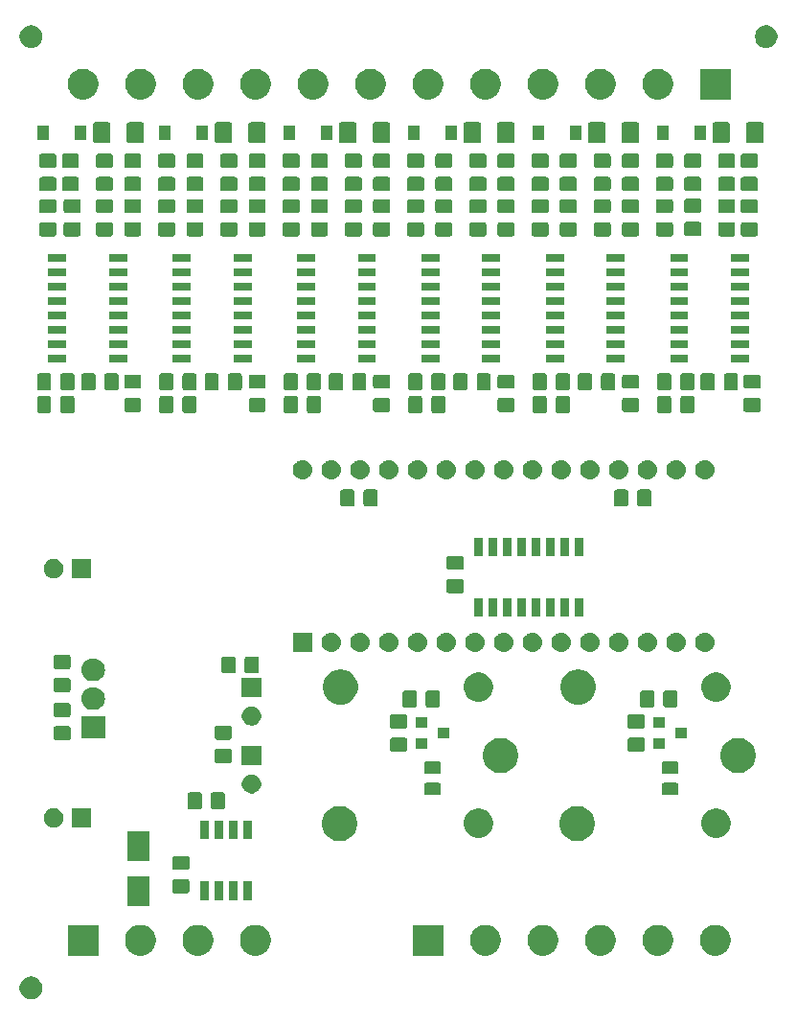
<source format=gbr>
G04 #@! TF.GenerationSoftware,KiCad,Pcbnew,5.1.4-e60b266~84~ubuntu18.04.1*
G04 #@! TF.CreationDate,2019-11-18T12:16:38+01:00*
G04 #@! TF.ProjectId,umi6r2,756d6936-7232-42e6-9b69-6361645f7063,rev?*
G04 #@! TF.SameCoordinates,Original*
G04 #@! TF.FileFunction,Soldermask,Bot*
G04 #@! TF.FilePolarity,Negative*
%FSLAX46Y46*%
G04 Gerber Fmt 4.6, Leading zero omitted, Abs format (unit mm)*
G04 Created by KiCad (PCBNEW 5.1.4-e60b266~84~ubuntu18.04.1) date 2019-11-18 12:16:38*
%MOMM*%
%LPD*%
G04 APERTURE LIST*
%ADD10C,0.100000*%
G04 APERTURE END LIST*
D10*
G36*
X51727290Y-147525619D02*
G01*
X51791689Y-147538429D01*
X51973678Y-147613811D01*
X52137463Y-147723249D01*
X52276751Y-147862537D01*
X52386189Y-148026322D01*
X52461571Y-148208311D01*
X52500000Y-148401509D01*
X52500000Y-148598491D01*
X52461571Y-148791689D01*
X52386189Y-148973678D01*
X52276751Y-149137463D01*
X52137463Y-149276751D01*
X51973678Y-149386189D01*
X51791689Y-149461571D01*
X51727290Y-149474381D01*
X51598493Y-149500000D01*
X51401507Y-149500000D01*
X51272710Y-149474381D01*
X51208311Y-149461571D01*
X51026322Y-149386189D01*
X50862537Y-149276751D01*
X50723249Y-149137463D01*
X50613811Y-148973678D01*
X50538429Y-148791689D01*
X50500000Y-148598491D01*
X50500000Y-148401509D01*
X50538429Y-148208311D01*
X50613811Y-148026322D01*
X50723249Y-147862537D01*
X50862537Y-147723249D01*
X51026322Y-147613811D01*
X51208311Y-147538429D01*
X51272710Y-147525619D01*
X51401507Y-147500000D01*
X51598493Y-147500000D01*
X51727290Y-147525619D01*
X51727290Y-147525619D01*
G37*
G36*
X112394072Y-143000918D02*
G01*
X112639939Y-143102759D01*
X112861212Y-143250610D01*
X113049390Y-143438788D01*
X113197241Y-143660061D01*
X113299082Y-143905928D01*
X113351000Y-144166938D01*
X113351000Y-144433062D01*
X113299082Y-144694072D01*
X113197241Y-144939939D01*
X113049390Y-145161212D01*
X112861212Y-145349390D01*
X112639939Y-145497241D01*
X112639938Y-145497242D01*
X112639937Y-145497242D01*
X112394072Y-145599082D01*
X112133063Y-145651000D01*
X111866937Y-145651000D01*
X111605928Y-145599082D01*
X111360063Y-145497242D01*
X111360062Y-145497242D01*
X111360061Y-145497241D01*
X111138788Y-145349390D01*
X110950610Y-145161212D01*
X110802759Y-144939939D01*
X110700918Y-144694072D01*
X110649000Y-144433062D01*
X110649000Y-144166938D01*
X110700918Y-143905928D01*
X110802759Y-143660061D01*
X110950610Y-143438788D01*
X111138788Y-143250610D01*
X111360061Y-143102759D01*
X111605928Y-143000918D01*
X111866937Y-142949000D01*
X112133063Y-142949000D01*
X112394072Y-143000918D01*
X112394072Y-143000918D01*
G37*
G36*
X87951000Y-145651000D02*
G01*
X85249000Y-145651000D01*
X85249000Y-142949000D01*
X87951000Y-142949000D01*
X87951000Y-145651000D01*
X87951000Y-145651000D01*
G37*
G36*
X92074072Y-143000918D02*
G01*
X92319939Y-143102759D01*
X92541212Y-143250610D01*
X92729390Y-143438788D01*
X92877241Y-143660061D01*
X92979082Y-143905928D01*
X93031000Y-144166938D01*
X93031000Y-144433062D01*
X92979082Y-144694072D01*
X92877241Y-144939939D01*
X92729390Y-145161212D01*
X92541212Y-145349390D01*
X92319939Y-145497241D01*
X92319938Y-145497242D01*
X92319937Y-145497242D01*
X92074072Y-145599082D01*
X91813063Y-145651000D01*
X91546937Y-145651000D01*
X91285928Y-145599082D01*
X91040063Y-145497242D01*
X91040062Y-145497242D01*
X91040061Y-145497241D01*
X90818788Y-145349390D01*
X90630610Y-145161212D01*
X90482759Y-144939939D01*
X90380918Y-144694072D01*
X90329000Y-144433062D01*
X90329000Y-144166938D01*
X90380918Y-143905928D01*
X90482759Y-143660061D01*
X90630610Y-143438788D01*
X90818788Y-143250610D01*
X91040061Y-143102759D01*
X91285928Y-143000918D01*
X91546937Y-142949000D01*
X91813063Y-142949000D01*
X92074072Y-143000918D01*
X92074072Y-143000918D01*
G37*
G36*
X97154072Y-143000918D02*
G01*
X97399939Y-143102759D01*
X97621212Y-143250610D01*
X97809390Y-143438788D01*
X97957241Y-143660061D01*
X98059082Y-143905928D01*
X98111000Y-144166938D01*
X98111000Y-144433062D01*
X98059082Y-144694072D01*
X97957241Y-144939939D01*
X97809390Y-145161212D01*
X97621212Y-145349390D01*
X97399939Y-145497241D01*
X97399938Y-145497242D01*
X97399937Y-145497242D01*
X97154072Y-145599082D01*
X96893063Y-145651000D01*
X96626937Y-145651000D01*
X96365928Y-145599082D01*
X96120063Y-145497242D01*
X96120062Y-145497242D01*
X96120061Y-145497241D01*
X95898788Y-145349390D01*
X95710610Y-145161212D01*
X95562759Y-144939939D01*
X95460918Y-144694072D01*
X95409000Y-144433062D01*
X95409000Y-144166938D01*
X95460918Y-143905928D01*
X95562759Y-143660061D01*
X95710610Y-143438788D01*
X95898788Y-143250610D01*
X96120061Y-143102759D01*
X96365928Y-143000918D01*
X96626937Y-142949000D01*
X96893063Y-142949000D01*
X97154072Y-143000918D01*
X97154072Y-143000918D01*
G37*
G36*
X102234072Y-143000918D02*
G01*
X102479939Y-143102759D01*
X102701212Y-143250610D01*
X102889390Y-143438788D01*
X103037241Y-143660061D01*
X103139082Y-143905928D01*
X103191000Y-144166938D01*
X103191000Y-144433062D01*
X103139082Y-144694072D01*
X103037241Y-144939939D01*
X102889390Y-145161212D01*
X102701212Y-145349390D01*
X102479939Y-145497241D01*
X102479938Y-145497242D01*
X102479937Y-145497242D01*
X102234072Y-145599082D01*
X101973063Y-145651000D01*
X101706937Y-145651000D01*
X101445928Y-145599082D01*
X101200063Y-145497242D01*
X101200062Y-145497242D01*
X101200061Y-145497241D01*
X100978788Y-145349390D01*
X100790610Y-145161212D01*
X100642759Y-144939939D01*
X100540918Y-144694072D01*
X100489000Y-144433062D01*
X100489000Y-144166938D01*
X100540918Y-143905928D01*
X100642759Y-143660061D01*
X100790610Y-143438788D01*
X100978788Y-143250610D01*
X101200061Y-143102759D01*
X101445928Y-143000918D01*
X101706937Y-142949000D01*
X101973063Y-142949000D01*
X102234072Y-143000918D01*
X102234072Y-143000918D01*
G37*
G36*
X57451000Y-145651000D02*
G01*
X54749000Y-145651000D01*
X54749000Y-142949000D01*
X57451000Y-142949000D01*
X57451000Y-145651000D01*
X57451000Y-145651000D01*
G37*
G36*
X107314072Y-143000918D02*
G01*
X107559939Y-143102759D01*
X107781212Y-143250610D01*
X107969390Y-143438788D01*
X108117241Y-143660061D01*
X108219082Y-143905928D01*
X108271000Y-144166938D01*
X108271000Y-144433062D01*
X108219082Y-144694072D01*
X108117241Y-144939939D01*
X107969390Y-145161212D01*
X107781212Y-145349390D01*
X107559939Y-145497241D01*
X107559938Y-145497242D01*
X107559937Y-145497242D01*
X107314072Y-145599082D01*
X107053063Y-145651000D01*
X106786937Y-145651000D01*
X106525928Y-145599082D01*
X106280063Y-145497242D01*
X106280062Y-145497242D01*
X106280061Y-145497241D01*
X106058788Y-145349390D01*
X105870610Y-145161212D01*
X105722759Y-144939939D01*
X105620918Y-144694072D01*
X105569000Y-144433062D01*
X105569000Y-144166938D01*
X105620918Y-143905928D01*
X105722759Y-143660061D01*
X105870610Y-143438788D01*
X106058788Y-143250610D01*
X106280061Y-143102759D01*
X106525928Y-143000918D01*
X106786937Y-142949000D01*
X107053063Y-142949000D01*
X107314072Y-143000918D01*
X107314072Y-143000918D01*
G37*
G36*
X71734072Y-143000918D02*
G01*
X71979939Y-143102759D01*
X72201212Y-143250610D01*
X72389390Y-143438788D01*
X72537241Y-143660061D01*
X72639082Y-143905928D01*
X72691000Y-144166938D01*
X72691000Y-144433062D01*
X72639082Y-144694072D01*
X72537241Y-144939939D01*
X72389390Y-145161212D01*
X72201212Y-145349390D01*
X71979939Y-145497241D01*
X71979938Y-145497242D01*
X71979937Y-145497242D01*
X71734072Y-145599082D01*
X71473063Y-145651000D01*
X71206937Y-145651000D01*
X70945928Y-145599082D01*
X70700063Y-145497242D01*
X70700062Y-145497242D01*
X70700061Y-145497241D01*
X70478788Y-145349390D01*
X70290610Y-145161212D01*
X70142759Y-144939939D01*
X70040918Y-144694072D01*
X69989000Y-144433062D01*
X69989000Y-144166938D01*
X70040918Y-143905928D01*
X70142759Y-143660061D01*
X70290610Y-143438788D01*
X70478788Y-143250610D01*
X70700061Y-143102759D01*
X70945928Y-143000918D01*
X71206937Y-142949000D01*
X71473063Y-142949000D01*
X71734072Y-143000918D01*
X71734072Y-143000918D01*
G37*
G36*
X61574072Y-143000918D02*
G01*
X61819939Y-143102759D01*
X62041212Y-143250610D01*
X62229390Y-143438788D01*
X62377241Y-143660061D01*
X62479082Y-143905928D01*
X62531000Y-144166938D01*
X62531000Y-144433062D01*
X62479082Y-144694072D01*
X62377241Y-144939939D01*
X62229390Y-145161212D01*
X62041212Y-145349390D01*
X61819939Y-145497241D01*
X61819938Y-145497242D01*
X61819937Y-145497242D01*
X61574072Y-145599082D01*
X61313063Y-145651000D01*
X61046937Y-145651000D01*
X60785928Y-145599082D01*
X60540063Y-145497242D01*
X60540062Y-145497242D01*
X60540061Y-145497241D01*
X60318788Y-145349390D01*
X60130610Y-145161212D01*
X59982759Y-144939939D01*
X59880918Y-144694072D01*
X59829000Y-144433062D01*
X59829000Y-144166938D01*
X59880918Y-143905928D01*
X59982759Y-143660061D01*
X60130610Y-143438788D01*
X60318788Y-143250610D01*
X60540061Y-143102759D01*
X60785928Y-143000918D01*
X61046937Y-142949000D01*
X61313063Y-142949000D01*
X61574072Y-143000918D01*
X61574072Y-143000918D01*
G37*
G36*
X66654072Y-143000918D02*
G01*
X66899939Y-143102759D01*
X67121212Y-143250610D01*
X67309390Y-143438788D01*
X67457241Y-143660061D01*
X67559082Y-143905928D01*
X67611000Y-144166938D01*
X67611000Y-144433062D01*
X67559082Y-144694072D01*
X67457241Y-144939939D01*
X67309390Y-145161212D01*
X67121212Y-145349390D01*
X66899939Y-145497241D01*
X66899938Y-145497242D01*
X66899937Y-145497242D01*
X66654072Y-145599082D01*
X66393063Y-145651000D01*
X66126937Y-145651000D01*
X65865928Y-145599082D01*
X65620063Y-145497242D01*
X65620062Y-145497242D01*
X65620061Y-145497241D01*
X65398788Y-145349390D01*
X65210610Y-145161212D01*
X65062759Y-144939939D01*
X64960918Y-144694072D01*
X64909000Y-144433062D01*
X64909000Y-144166938D01*
X64960918Y-143905928D01*
X65062759Y-143660061D01*
X65210610Y-143438788D01*
X65398788Y-143250610D01*
X65620061Y-143102759D01*
X65865928Y-143000918D01*
X66126937Y-142949000D01*
X66393063Y-142949000D01*
X66654072Y-143000918D01*
X66654072Y-143000918D01*
G37*
G36*
X61951000Y-141301000D02*
G01*
X60049000Y-141301000D01*
X60049000Y-138699000D01*
X61951000Y-138699000D01*
X61951000Y-141301000D01*
X61951000Y-141301000D01*
G37*
G36*
X69736000Y-140776000D02*
G01*
X69034000Y-140776000D01*
X69034000Y-139124000D01*
X69736000Y-139124000D01*
X69736000Y-140776000D01*
X69736000Y-140776000D01*
G37*
G36*
X68466000Y-140776000D02*
G01*
X67764000Y-140776000D01*
X67764000Y-139124000D01*
X68466000Y-139124000D01*
X68466000Y-140776000D01*
X68466000Y-140776000D01*
G37*
G36*
X67196000Y-140776000D02*
G01*
X66494000Y-140776000D01*
X66494000Y-139124000D01*
X67196000Y-139124000D01*
X67196000Y-140776000D01*
X67196000Y-140776000D01*
G37*
G36*
X71006000Y-140776000D02*
G01*
X70304000Y-140776000D01*
X70304000Y-139124000D01*
X71006000Y-139124000D01*
X71006000Y-140776000D01*
X71006000Y-140776000D01*
G37*
G36*
X65338674Y-138903465D02*
G01*
X65376367Y-138914899D01*
X65411103Y-138933466D01*
X65441548Y-138958452D01*
X65466534Y-138988897D01*
X65485101Y-139023633D01*
X65496535Y-139061326D01*
X65501000Y-139106661D01*
X65501000Y-139943339D01*
X65496535Y-139988674D01*
X65485101Y-140026367D01*
X65466534Y-140061103D01*
X65441548Y-140091548D01*
X65411103Y-140116534D01*
X65376367Y-140135101D01*
X65338674Y-140146535D01*
X65293339Y-140151000D01*
X64206661Y-140151000D01*
X64161326Y-140146535D01*
X64123633Y-140135101D01*
X64088897Y-140116534D01*
X64058452Y-140091548D01*
X64033466Y-140061103D01*
X64014899Y-140026367D01*
X64003465Y-139988674D01*
X63999000Y-139943339D01*
X63999000Y-139106661D01*
X64003465Y-139061326D01*
X64014899Y-139023633D01*
X64033466Y-138988897D01*
X64058452Y-138958452D01*
X64088897Y-138933466D01*
X64123633Y-138914899D01*
X64161326Y-138903465D01*
X64206661Y-138899000D01*
X65293339Y-138899000D01*
X65338674Y-138903465D01*
X65338674Y-138903465D01*
G37*
G36*
X65338674Y-136853465D02*
G01*
X65376367Y-136864899D01*
X65411103Y-136883466D01*
X65441548Y-136908452D01*
X65466534Y-136938897D01*
X65485101Y-136973633D01*
X65496535Y-137011326D01*
X65501000Y-137056661D01*
X65501000Y-137893339D01*
X65496535Y-137938674D01*
X65485101Y-137976367D01*
X65466534Y-138011103D01*
X65441548Y-138041548D01*
X65411103Y-138066534D01*
X65376367Y-138085101D01*
X65338674Y-138096535D01*
X65293339Y-138101000D01*
X64206661Y-138101000D01*
X64161326Y-138096535D01*
X64123633Y-138085101D01*
X64088897Y-138066534D01*
X64058452Y-138041548D01*
X64033466Y-138011103D01*
X64014899Y-137976367D01*
X64003465Y-137938674D01*
X63999000Y-137893339D01*
X63999000Y-137056661D01*
X64003465Y-137011326D01*
X64014899Y-136973633D01*
X64033466Y-136938897D01*
X64058452Y-136908452D01*
X64088897Y-136883466D01*
X64123633Y-136864899D01*
X64161326Y-136853465D01*
X64206661Y-136849000D01*
X65293339Y-136849000D01*
X65338674Y-136853465D01*
X65338674Y-136853465D01*
G37*
G36*
X61951000Y-137301000D02*
G01*
X60049000Y-137301000D01*
X60049000Y-134699000D01*
X61951000Y-134699000D01*
X61951000Y-137301000D01*
X61951000Y-137301000D01*
G37*
G36*
X79102585Y-132478802D02*
G01*
X79252410Y-132508604D01*
X79534674Y-132625521D01*
X79788705Y-132795259D01*
X80004741Y-133011295D01*
X80174479Y-133265326D01*
X80291396Y-133547590D01*
X80351000Y-133847240D01*
X80351000Y-134152760D01*
X80291396Y-134452410D01*
X80174479Y-134734674D01*
X80004741Y-134988705D01*
X79788705Y-135204741D01*
X79534674Y-135374479D01*
X79252410Y-135491396D01*
X79102585Y-135521198D01*
X78952761Y-135551000D01*
X78647239Y-135551000D01*
X78497415Y-135521198D01*
X78347590Y-135491396D01*
X78065326Y-135374479D01*
X77811295Y-135204741D01*
X77595259Y-134988705D01*
X77425521Y-134734674D01*
X77308604Y-134452410D01*
X77249000Y-134152760D01*
X77249000Y-133847240D01*
X77308604Y-133547590D01*
X77425521Y-133265326D01*
X77595259Y-133011295D01*
X77811295Y-132795259D01*
X78065326Y-132625521D01*
X78347590Y-132508604D01*
X78497415Y-132478802D01*
X78647239Y-132449000D01*
X78952761Y-132449000D01*
X79102585Y-132478802D01*
X79102585Y-132478802D01*
G37*
G36*
X100102585Y-132478802D02*
G01*
X100252410Y-132508604D01*
X100534674Y-132625521D01*
X100788705Y-132795259D01*
X101004741Y-133011295D01*
X101174479Y-133265326D01*
X101291396Y-133547590D01*
X101351000Y-133847240D01*
X101351000Y-134152760D01*
X101291396Y-134452410D01*
X101174479Y-134734674D01*
X101004741Y-134988705D01*
X100788705Y-135204741D01*
X100534674Y-135374479D01*
X100252410Y-135491396D01*
X100102585Y-135521198D01*
X99952761Y-135551000D01*
X99647239Y-135551000D01*
X99497415Y-135521198D01*
X99347590Y-135491396D01*
X99065326Y-135374479D01*
X98811295Y-135204741D01*
X98595259Y-134988705D01*
X98425521Y-134734674D01*
X98308604Y-134452410D01*
X98249000Y-134152760D01*
X98249000Y-133847240D01*
X98308604Y-133547590D01*
X98425521Y-133265326D01*
X98595259Y-133011295D01*
X98811295Y-132795259D01*
X99065326Y-132625521D01*
X99347590Y-132508604D01*
X99497415Y-132478802D01*
X99647239Y-132449000D01*
X99952761Y-132449000D01*
X100102585Y-132478802D01*
X100102585Y-132478802D01*
G37*
G36*
X71006000Y-135376000D02*
G01*
X70304000Y-135376000D01*
X70304000Y-133724000D01*
X71006000Y-133724000D01*
X71006000Y-135376000D01*
X71006000Y-135376000D01*
G37*
G36*
X67196000Y-135376000D02*
G01*
X66494000Y-135376000D01*
X66494000Y-133724000D01*
X67196000Y-133724000D01*
X67196000Y-135376000D01*
X67196000Y-135376000D01*
G37*
G36*
X68466000Y-135376000D02*
G01*
X67764000Y-135376000D01*
X67764000Y-133724000D01*
X68466000Y-133724000D01*
X68466000Y-135376000D01*
X68466000Y-135376000D01*
G37*
G36*
X69736000Y-135376000D02*
G01*
X69034000Y-135376000D01*
X69034000Y-133724000D01*
X69736000Y-133724000D01*
X69736000Y-135376000D01*
X69736000Y-135376000D01*
G37*
G36*
X91429487Y-132698996D02*
G01*
X91661888Y-132795260D01*
X91666255Y-132797069D01*
X91879339Y-132939447D01*
X92060553Y-133120661D01*
X92202932Y-133333747D01*
X92301004Y-133570513D01*
X92351000Y-133821861D01*
X92351000Y-134078139D01*
X92301004Y-134329487D01*
X92250088Y-134452409D01*
X92202931Y-134566255D01*
X92060553Y-134779339D01*
X91879339Y-134960553D01*
X91666255Y-135102931D01*
X91666254Y-135102932D01*
X91666253Y-135102932D01*
X91429487Y-135201004D01*
X91178139Y-135251000D01*
X90921861Y-135251000D01*
X90670513Y-135201004D01*
X90433747Y-135102932D01*
X90433746Y-135102932D01*
X90433745Y-135102931D01*
X90220661Y-134960553D01*
X90039447Y-134779339D01*
X89897069Y-134566255D01*
X89849912Y-134452409D01*
X89798996Y-134329487D01*
X89749000Y-134078139D01*
X89749000Y-133821861D01*
X89798996Y-133570513D01*
X89897068Y-133333747D01*
X90039447Y-133120661D01*
X90220661Y-132939447D01*
X90433745Y-132797069D01*
X90438112Y-132795260D01*
X90670513Y-132698996D01*
X90921861Y-132649000D01*
X91178139Y-132649000D01*
X91429487Y-132698996D01*
X91429487Y-132698996D01*
G37*
G36*
X112429487Y-132698996D02*
G01*
X112661888Y-132795260D01*
X112666255Y-132797069D01*
X112879339Y-132939447D01*
X113060553Y-133120661D01*
X113202932Y-133333747D01*
X113301004Y-133570513D01*
X113351000Y-133821861D01*
X113351000Y-134078139D01*
X113301004Y-134329487D01*
X113250088Y-134452409D01*
X113202931Y-134566255D01*
X113060553Y-134779339D01*
X112879339Y-134960553D01*
X112666255Y-135102931D01*
X112666254Y-135102932D01*
X112666253Y-135102932D01*
X112429487Y-135201004D01*
X112178139Y-135251000D01*
X111921861Y-135251000D01*
X111670513Y-135201004D01*
X111433747Y-135102932D01*
X111433746Y-135102932D01*
X111433745Y-135102931D01*
X111220661Y-134960553D01*
X111039447Y-134779339D01*
X110897069Y-134566255D01*
X110849912Y-134452409D01*
X110798996Y-134329487D01*
X110749000Y-134078139D01*
X110749000Y-133821861D01*
X110798996Y-133570513D01*
X110897068Y-133333747D01*
X111039447Y-133120661D01*
X111220661Y-132939447D01*
X111433745Y-132797069D01*
X111438112Y-132795260D01*
X111670513Y-132698996D01*
X111921861Y-132649000D01*
X112178139Y-132649000D01*
X112429487Y-132698996D01*
X112429487Y-132698996D01*
G37*
G36*
X56851000Y-134351000D02*
G01*
X55149000Y-134351000D01*
X55149000Y-132649000D01*
X56851000Y-132649000D01*
X56851000Y-134351000D01*
X56851000Y-134351000D01*
G37*
G36*
X53748228Y-132681703D02*
G01*
X53903100Y-132745853D01*
X54042481Y-132838985D01*
X54161015Y-132957519D01*
X54254147Y-133096900D01*
X54318297Y-133251772D01*
X54351000Y-133416184D01*
X54351000Y-133583816D01*
X54318297Y-133748228D01*
X54254147Y-133903100D01*
X54161015Y-134042481D01*
X54042481Y-134161015D01*
X53903100Y-134254147D01*
X53748228Y-134318297D01*
X53583816Y-134351000D01*
X53416184Y-134351000D01*
X53251772Y-134318297D01*
X53096900Y-134254147D01*
X52957519Y-134161015D01*
X52838985Y-134042481D01*
X52745853Y-133903100D01*
X52681703Y-133748228D01*
X52649000Y-133583816D01*
X52649000Y-133416184D01*
X52681703Y-133251772D01*
X52745853Y-133096900D01*
X52838985Y-132957519D01*
X52957519Y-132838985D01*
X53096900Y-132745853D01*
X53251772Y-132681703D01*
X53416184Y-132649000D01*
X53583816Y-132649000D01*
X53748228Y-132681703D01*
X53748228Y-132681703D01*
G37*
G36*
X68488674Y-131253465D02*
G01*
X68526367Y-131264899D01*
X68561103Y-131283466D01*
X68591548Y-131308452D01*
X68616534Y-131338897D01*
X68635101Y-131373633D01*
X68646535Y-131411326D01*
X68651000Y-131456661D01*
X68651000Y-132543339D01*
X68646535Y-132588674D01*
X68635101Y-132626367D01*
X68616534Y-132661103D01*
X68591548Y-132691548D01*
X68561103Y-132716534D01*
X68526367Y-132735101D01*
X68488674Y-132746535D01*
X68443339Y-132751000D01*
X67606661Y-132751000D01*
X67561326Y-132746535D01*
X67523633Y-132735101D01*
X67488897Y-132716534D01*
X67458452Y-132691548D01*
X67433466Y-132661103D01*
X67414899Y-132626367D01*
X67403465Y-132588674D01*
X67399000Y-132543339D01*
X67399000Y-131456661D01*
X67403465Y-131411326D01*
X67414899Y-131373633D01*
X67433466Y-131338897D01*
X67458452Y-131308452D01*
X67488897Y-131283466D01*
X67523633Y-131264899D01*
X67561326Y-131253465D01*
X67606661Y-131249000D01*
X68443339Y-131249000D01*
X68488674Y-131253465D01*
X68488674Y-131253465D01*
G37*
G36*
X66438674Y-131253465D02*
G01*
X66476367Y-131264899D01*
X66511103Y-131283466D01*
X66541548Y-131308452D01*
X66566534Y-131338897D01*
X66585101Y-131373633D01*
X66596535Y-131411326D01*
X66601000Y-131456661D01*
X66601000Y-132543339D01*
X66596535Y-132588674D01*
X66585101Y-132626367D01*
X66566534Y-132661103D01*
X66541548Y-132691548D01*
X66511103Y-132716534D01*
X66476367Y-132735101D01*
X66438674Y-132746535D01*
X66393339Y-132751000D01*
X65556661Y-132751000D01*
X65511326Y-132746535D01*
X65473633Y-132735101D01*
X65438897Y-132716534D01*
X65408452Y-132691548D01*
X65383466Y-132661103D01*
X65364899Y-132626367D01*
X65353465Y-132588674D01*
X65349000Y-132543339D01*
X65349000Y-131456661D01*
X65353465Y-131411326D01*
X65364899Y-131373633D01*
X65383466Y-131338897D01*
X65408452Y-131308452D01*
X65438897Y-131283466D01*
X65473633Y-131264899D01*
X65511326Y-131253465D01*
X65556661Y-131249000D01*
X66393339Y-131249000D01*
X66438674Y-131253465D01*
X66438674Y-131253465D01*
G37*
G36*
X87584468Y-130403565D02*
G01*
X87623138Y-130415296D01*
X87658777Y-130434346D01*
X87690017Y-130459983D01*
X87715654Y-130491223D01*
X87734704Y-130526862D01*
X87746435Y-130565532D01*
X87751000Y-130611888D01*
X87751000Y-131263112D01*
X87746435Y-131309468D01*
X87734704Y-131348138D01*
X87715654Y-131383777D01*
X87690017Y-131415017D01*
X87658777Y-131440654D01*
X87623138Y-131459704D01*
X87584468Y-131471435D01*
X87538112Y-131476000D01*
X86461888Y-131476000D01*
X86415532Y-131471435D01*
X86376862Y-131459704D01*
X86341223Y-131440654D01*
X86309983Y-131415017D01*
X86284346Y-131383777D01*
X86265296Y-131348138D01*
X86253565Y-131309468D01*
X86249000Y-131263112D01*
X86249000Y-130611888D01*
X86253565Y-130565532D01*
X86265296Y-130526862D01*
X86284346Y-130491223D01*
X86309983Y-130459983D01*
X86341223Y-130434346D01*
X86376862Y-130415296D01*
X86415532Y-130403565D01*
X86461888Y-130399000D01*
X87538112Y-130399000D01*
X87584468Y-130403565D01*
X87584468Y-130403565D01*
G37*
G36*
X108584468Y-130403565D02*
G01*
X108623138Y-130415296D01*
X108658777Y-130434346D01*
X108690017Y-130459983D01*
X108715654Y-130491223D01*
X108734704Y-130526862D01*
X108746435Y-130565532D01*
X108751000Y-130611888D01*
X108751000Y-131263112D01*
X108746435Y-131309468D01*
X108734704Y-131348138D01*
X108715654Y-131383777D01*
X108690017Y-131415017D01*
X108658777Y-131440654D01*
X108623138Y-131459704D01*
X108584468Y-131471435D01*
X108538112Y-131476000D01*
X107461888Y-131476000D01*
X107415532Y-131471435D01*
X107376862Y-131459704D01*
X107341223Y-131440654D01*
X107309983Y-131415017D01*
X107284346Y-131383777D01*
X107265296Y-131348138D01*
X107253565Y-131309468D01*
X107249000Y-131263112D01*
X107249000Y-130611888D01*
X107253565Y-130565532D01*
X107265296Y-130526862D01*
X107284346Y-130491223D01*
X107309983Y-130459983D01*
X107341223Y-130434346D01*
X107376862Y-130415296D01*
X107415532Y-130403565D01*
X107461888Y-130399000D01*
X108538112Y-130399000D01*
X108584468Y-130403565D01*
X108584468Y-130403565D01*
G37*
G36*
X71248228Y-129681703D02*
G01*
X71403100Y-129745853D01*
X71542481Y-129838985D01*
X71661015Y-129957519D01*
X71754147Y-130096900D01*
X71818297Y-130251772D01*
X71851000Y-130416184D01*
X71851000Y-130583816D01*
X71818297Y-130748228D01*
X71754147Y-130903100D01*
X71661015Y-131042481D01*
X71542481Y-131161015D01*
X71403100Y-131254147D01*
X71248228Y-131318297D01*
X71083816Y-131351000D01*
X70916184Y-131351000D01*
X70751772Y-131318297D01*
X70596900Y-131254147D01*
X70457519Y-131161015D01*
X70338985Y-131042481D01*
X70245853Y-130903100D01*
X70181703Y-130748228D01*
X70149000Y-130583816D01*
X70149000Y-130416184D01*
X70181703Y-130251772D01*
X70245853Y-130096900D01*
X70338985Y-129957519D01*
X70457519Y-129838985D01*
X70596900Y-129745853D01*
X70751772Y-129681703D01*
X70916184Y-129649000D01*
X71083816Y-129649000D01*
X71248228Y-129681703D01*
X71248228Y-129681703D01*
G37*
G36*
X108584468Y-128528565D02*
G01*
X108623138Y-128540296D01*
X108658777Y-128559346D01*
X108690017Y-128584983D01*
X108715654Y-128616223D01*
X108734704Y-128651862D01*
X108746435Y-128690532D01*
X108751000Y-128736888D01*
X108751000Y-129388112D01*
X108746435Y-129434468D01*
X108734704Y-129473138D01*
X108715654Y-129508777D01*
X108690017Y-129540017D01*
X108658777Y-129565654D01*
X108623138Y-129584704D01*
X108584468Y-129596435D01*
X108538112Y-129601000D01*
X107461888Y-129601000D01*
X107415532Y-129596435D01*
X107376862Y-129584704D01*
X107341223Y-129565654D01*
X107309983Y-129540017D01*
X107284346Y-129508777D01*
X107265296Y-129473138D01*
X107253565Y-129434468D01*
X107249000Y-129388112D01*
X107249000Y-128736888D01*
X107253565Y-128690532D01*
X107265296Y-128651862D01*
X107284346Y-128616223D01*
X107309983Y-128584983D01*
X107341223Y-128559346D01*
X107376862Y-128540296D01*
X107415532Y-128528565D01*
X107461888Y-128524000D01*
X108538112Y-128524000D01*
X108584468Y-128528565D01*
X108584468Y-128528565D01*
G37*
G36*
X87584468Y-128528565D02*
G01*
X87623138Y-128540296D01*
X87658777Y-128559346D01*
X87690017Y-128584983D01*
X87715654Y-128616223D01*
X87734704Y-128651862D01*
X87746435Y-128690532D01*
X87751000Y-128736888D01*
X87751000Y-129388112D01*
X87746435Y-129434468D01*
X87734704Y-129473138D01*
X87715654Y-129508777D01*
X87690017Y-129540017D01*
X87658777Y-129565654D01*
X87623138Y-129584704D01*
X87584468Y-129596435D01*
X87538112Y-129601000D01*
X86461888Y-129601000D01*
X86415532Y-129596435D01*
X86376862Y-129584704D01*
X86341223Y-129565654D01*
X86309983Y-129540017D01*
X86284346Y-129508777D01*
X86265296Y-129473138D01*
X86253565Y-129434468D01*
X86249000Y-129388112D01*
X86249000Y-128736888D01*
X86253565Y-128690532D01*
X86265296Y-128651862D01*
X86284346Y-128616223D01*
X86309983Y-128584983D01*
X86341223Y-128559346D01*
X86376862Y-128540296D01*
X86415532Y-128528565D01*
X86461888Y-128524000D01*
X87538112Y-128524000D01*
X87584468Y-128528565D01*
X87584468Y-128528565D01*
G37*
G36*
X114290343Y-126476367D02*
G01*
X114452410Y-126508604D01*
X114734674Y-126625521D01*
X114988705Y-126795259D01*
X115204741Y-127011295D01*
X115374479Y-127265326D01*
X115491396Y-127547590D01*
X115551000Y-127847240D01*
X115551000Y-128152760D01*
X115491396Y-128452410D01*
X115374479Y-128734674D01*
X115204741Y-128988705D01*
X114988705Y-129204741D01*
X114734674Y-129374479D01*
X114452410Y-129491396D01*
X114302585Y-129521198D01*
X114152761Y-129551000D01*
X113847239Y-129551000D01*
X113697415Y-129521198D01*
X113547590Y-129491396D01*
X113265326Y-129374479D01*
X113011295Y-129204741D01*
X112795259Y-128988705D01*
X112625521Y-128734674D01*
X112508604Y-128452410D01*
X112449000Y-128152760D01*
X112449000Y-127847240D01*
X112508604Y-127547590D01*
X112625521Y-127265326D01*
X112795259Y-127011295D01*
X113011295Y-126795259D01*
X113265326Y-126625521D01*
X113547590Y-126508604D01*
X113709657Y-126476367D01*
X113847239Y-126449000D01*
X114152761Y-126449000D01*
X114290343Y-126476367D01*
X114290343Y-126476367D01*
G37*
G36*
X93290343Y-126476367D02*
G01*
X93452410Y-126508604D01*
X93734674Y-126625521D01*
X93988705Y-126795259D01*
X94204741Y-127011295D01*
X94374479Y-127265326D01*
X94491396Y-127547590D01*
X94551000Y-127847240D01*
X94551000Y-128152760D01*
X94491396Y-128452410D01*
X94374479Y-128734674D01*
X94204741Y-128988705D01*
X93988705Y-129204741D01*
X93734674Y-129374479D01*
X93452410Y-129491396D01*
X93302585Y-129521198D01*
X93152761Y-129551000D01*
X92847239Y-129551000D01*
X92697415Y-129521198D01*
X92547590Y-129491396D01*
X92265326Y-129374479D01*
X92011295Y-129204741D01*
X91795259Y-128988705D01*
X91625521Y-128734674D01*
X91508604Y-128452410D01*
X91449000Y-128152760D01*
X91449000Y-127847240D01*
X91508604Y-127547590D01*
X91625521Y-127265326D01*
X91795259Y-127011295D01*
X92011295Y-126795259D01*
X92265326Y-126625521D01*
X92547590Y-126508604D01*
X92709657Y-126476367D01*
X92847239Y-126449000D01*
X93152761Y-126449000D01*
X93290343Y-126476367D01*
X93290343Y-126476367D01*
G37*
G36*
X71851000Y-128851000D02*
G01*
X70149000Y-128851000D01*
X70149000Y-127149000D01*
X71851000Y-127149000D01*
X71851000Y-128851000D01*
X71851000Y-128851000D01*
G37*
G36*
X69088674Y-127403465D02*
G01*
X69126367Y-127414899D01*
X69161103Y-127433466D01*
X69191548Y-127458452D01*
X69216534Y-127488897D01*
X69235101Y-127523633D01*
X69246535Y-127561326D01*
X69251000Y-127606661D01*
X69251000Y-128443339D01*
X69246535Y-128488674D01*
X69235101Y-128526367D01*
X69216534Y-128561103D01*
X69191548Y-128591548D01*
X69161103Y-128616534D01*
X69126367Y-128635101D01*
X69088674Y-128646535D01*
X69043339Y-128651000D01*
X67956661Y-128651000D01*
X67911326Y-128646535D01*
X67873633Y-128635101D01*
X67838897Y-128616534D01*
X67808452Y-128591548D01*
X67783466Y-128561103D01*
X67764899Y-128526367D01*
X67753465Y-128488674D01*
X67749000Y-128443339D01*
X67749000Y-127606661D01*
X67753465Y-127561326D01*
X67764899Y-127523633D01*
X67783466Y-127488897D01*
X67808452Y-127458452D01*
X67838897Y-127433466D01*
X67873633Y-127414899D01*
X67911326Y-127403465D01*
X67956661Y-127399000D01*
X69043339Y-127399000D01*
X69088674Y-127403465D01*
X69088674Y-127403465D01*
G37*
G36*
X105588674Y-126403465D02*
G01*
X105626367Y-126414899D01*
X105661103Y-126433466D01*
X105691548Y-126458452D01*
X105716534Y-126488897D01*
X105735101Y-126523633D01*
X105746535Y-126561326D01*
X105751000Y-126606661D01*
X105751000Y-127443339D01*
X105746535Y-127488674D01*
X105735101Y-127526367D01*
X105716534Y-127561103D01*
X105691548Y-127591548D01*
X105661103Y-127616534D01*
X105626367Y-127635101D01*
X105588674Y-127646535D01*
X105543339Y-127651000D01*
X104456661Y-127651000D01*
X104411326Y-127646535D01*
X104373633Y-127635101D01*
X104338897Y-127616534D01*
X104308452Y-127591548D01*
X104283466Y-127561103D01*
X104264899Y-127526367D01*
X104253465Y-127488674D01*
X104249000Y-127443339D01*
X104249000Y-126606661D01*
X104253465Y-126561326D01*
X104264899Y-126523633D01*
X104283466Y-126488897D01*
X104308452Y-126458452D01*
X104338897Y-126433466D01*
X104373633Y-126414899D01*
X104411326Y-126403465D01*
X104456661Y-126399000D01*
X105543339Y-126399000D01*
X105588674Y-126403465D01*
X105588674Y-126403465D01*
G37*
G36*
X84588674Y-126403465D02*
G01*
X84626367Y-126414899D01*
X84661103Y-126433466D01*
X84691548Y-126458452D01*
X84716534Y-126488897D01*
X84735101Y-126523633D01*
X84746535Y-126561326D01*
X84751000Y-126606661D01*
X84751000Y-127443339D01*
X84746535Y-127488674D01*
X84735101Y-127526367D01*
X84716534Y-127561103D01*
X84691548Y-127591548D01*
X84661103Y-127616534D01*
X84626367Y-127635101D01*
X84588674Y-127646535D01*
X84543339Y-127651000D01*
X83456661Y-127651000D01*
X83411326Y-127646535D01*
X83373633Y-127635101D01*
X83338897Y-127616534D01*
X83308452Y-127591548D01*
X83283466Y-127561103D01*
X83264899Y-127526367D01*
X83253465Y-127488674D01*
X83249000Y-127443339D01*
X83249000Y-126606661D01*
X83253465Y-126561326D01*
X83264899Y-126523633D01*
X83283466Y-126488897D01*
X83308452Y-126458452D01*
X83338897Y-126433466D01*
X83373633Y-126414899D01*
X83411326Y-126403465D01*
X83456661Y-126399000D01*
X84543339Y-126399000D01*
X84588674Y-126403465D01*
X84588674Y-126403465D01*
G37*
G36*
X86501000Y-127401000D02*
G01*
X85499000Y-127401000D01*
X85499000Y-126499000D01*
X86501000Y-126499000D01*
X86501000Y-127401000D01*
X86501000Y-127401000D01*
G37*
G36*
X107501000Y-127401000D02*
G01*
X106499000Y-127401000D01*
X106499000Y-126499000D01*
X107501000Y-126499000D01*
X107501000Y-127401000D01*
X107501000Y-127401000D01*
G37*
G36*
X54838674Y-125403465D02*
G01*
X54876367Y-125414899D01*
X54911103Y-125433466D01*
X54941548Y-125458452D01*
X54966534Y-125488897D01*
X54985101Y-125523633D01*
X54996535Y-125561326D01*
X55001000Y-125606661D01*
X55001000Y-126443339D01*
X54996535Y-126488674D01*
X54985101Y-126526367D01*
X54966534Y-126561103D01*
X54941548Y-126591548D01*
X54911103Y-126616534D01*
X54876367Y-126635101D01*
X54838674Y-126646535D01*
X54793339Y-126651000D01*
X53706661Y-126651000D01*
X53661326Y-126646535D01*
X53623633Y-126635101D01*
X53588897Y-126616534D01*
X53558452Y-126591548D01*
X53533466Y-126561103D01*
X53514899Y-126526367D01*
X53503465Y-126488674D01*
X53499000Y-126443339D01*
X53499000Y-125606661D01*
X53503465Y-125561326D01*
X53514899Y-125523633D01*
X53533466Y-125488897D01*
X53558452Y-125458452D01*
X53588897Y-125433466D01*
X53623633Y-125414899D01*
X53661326Y-125403465D01*
X53706661Y-125399000D01*
X54793339Y-125399000D01*
X54838674Y-125403465D01*
X54838674Y-125403465D01*
G37*
G36*
X69088674Y-125353465D02*
G01*
X69126367Y-125364899D01*
X69161103Y-125383466D01*
X69191548Y-125408452D01*
X69216534Y-125438897D01*
X69235101Y-125473633D01*
X69246535Y-125511326D01*
X69251000Y-125556661D01*
X69251000Y-126393339D01*
X69246535Y-126438674D01*
X69235101Y-126476367D01*
X69216534Y-126511103D01*
X69191548Y-126541548D01*
X69161103Y-126566534D01*
X69126367Y-126585101D01*
X69088674Y-126596535D01*
X69043339Y-126601000D01*
X67956661Y-126601000D01*
X67911326Y-126596535D01*
X67873633Y-126585101D01*
X67838897Y-126566534D01*
X67808452Y-126541548D01*
X67783466Y-126511103D01*
X67764899Y-126476367D01*
X67753465Y-126438674D01*
X67749000Y-126393339D01*
X67749000Y-125556661D01*
X67753465Y-125511326D01*
X67764899Y-125473633D01*
X67783466Y-125438897D01*
X67808452Y-125408452D01*
X67838897Y-125383466D01*
X67873633Y-125364899D01*
X67911326Y-125353465D01*
X67956661Y-125349000D01*
X69043339Y-125349000D01*
X69088674Y-125353465D01*
X69088674Y-125353465D01*
G37*
G36*
X58051000Y-126503500D02*
G01*
X55949000Y-126503500D01*
X55949000Y-124496500D01*
X58051000Y-124496500D01*
X58051000Y-126503500D01*
X58051000Y-126503500D01*
G37*
G36*
X109501000Y-126451000D02*
G01*
X108499000Y-126451000D01*
X108499000Y-125549000D01*
X109501000Y-125549000D01*
X109501000Y-126451000D01*
X109501000Y-126451000D01*
G37*
G36*
X88501000Y-126451000D02*
G01*
X87499000Y-126451000D01*
X87499000Y-125549000D01*
X88501000Y-125549000D01*
X88501000Y-126451000D01*
X88501000Y-126451000D01*
G37*
G36*
X84588674Y-124353465D02*
G01*
X84626367Y-124364899D01*
X84661103Y-124383466D01*
X84691548Y-124408452D01*
X84716534Y-124438897D01*
X84735101Y-124473633D01*
X84746535Y-124511326D01*
X84751000Y-124556661D01*
X84751000Y-125393339D01*
X84746535Y-125438674D01*
X84735101Y-125476367D01*
X84716534Y-125511103D01*
X84691548Y-125541548D01*
X84661103Y-125566534D01*
X84626367Y-125585101D01*
X84588674Y-125596535D01*
X84543339Y-125601000D01*
X83456661Y-125601000D01*
X83411326Y-125596535D01*
X83373633Y-125585101D01*
X83338897Y-125566534D01*
X83308452Y-125541548D01*
X83283466Y-125511103D01*
X83264899Y-125476367D01*
X83253465Y-125438674D01*
X83249000Y-125393339D01*
X83249000Y-124556661D01*
X83253465Y-124511326D01*
X83264899Y-124473633D01*
X83283466Y-124438897D01*
X83308452Y-124408452D01*
X83338897Y-124383466D01*
X83373633Y-124364899D01*
X83411326Y-124353465D01*
X83456661Y-124349000D01*
X84543339Y-124349000D01*
X84588674Y-124353465D01*
X84588674Y-124353465D01*
G37*
G36*
X105588674Y-124353465D02*
G01*
X105626367Y-124364899D01*
X105661103Y-124383466D01*
X105691548Y-124408452D01*
X105716534Y-124438897D01*
X105735101Y-124473633D01*
X105746535Y-124511326D01*
X105751000Y-124556661D01*
X105751000Y-125393339D01*
X105746535Y-125438674D01*
X105735101Y-125476367D01*
X105716534Y-125511103D01*
X105691548Y-125541548D01*
X105661103Y-125566534D01*
X105626367Y-125585101D01*
X105588674Y-125596535D01*
X105543339Y-125601000D01*
X104456661Y-125601000D01*
X104411326Y-125596535D01*
X104373633Y-125585101D01*
X104338897Y-125566534D01*
X104308452Y-125541548D01*
X104283466Y-125511103D01*
X104264899Y-125476367D01*
X104253465Y-125438674D01*
X104249000Y-125393339D01*
X104249000Y-124556661D01*
X104253465Y-124511326D01*
X104264899Y-124473633D01*
X104283466Y-124438897D01*
X104308452Y-124408452D01*
X104338897Y-124383466D01*
X104373633Y-124364899D01*
X104411326Y-124353465D01*
X104456661Y-124349000D01*
X105543339Y-124349000D01*
X105588674Y-124353465D01*
X105588674Y-124353465D01*
G37*
G36*
X86501000Y-125501000D02*
G01*
X85499000Y-125501000D01*
X85499000Y-124599000D01*
X86501000Y-124599000D01*
X86501000Y-125501000D01*
X86501000Y-125501000D01*
G37*
G36*
X107501000Y-125501000D02*
G01*
X106499000Y-125501000D01*
X106499000Y-124599000D01*
X107501000Y-124599000D01*
X107501000Y-125501000D01*
X107501000Y-125501000D01*
G37*
G36*
X71248228Y-123681703D02*
G01*
X71403100Y-123745853D01*
X71542481Y-123838985D01*
X71661015Y-123957519D01*
X71754147Y-124096900D01*
X71818297Y-124251772D01*
X71851000Y-124416184D01*
X71851000Y-124583816D01*
X71818297Y-124748228D01*
X71754147Y-124903100D01*
X71661015Y-125042481D01*
X71542481Y-125161015D01*
X71403100Y-125254147D01*
X71248228Y-125318297D01*
X71083816Y-125351000D01*
X70916184Y-125351000D01*
X70751772Y-125318297D01*
X70596900Y-125254147D01*
X70457519Y-125161015D01*
X70338985Y-125042481D01*
X70245853Y-124903100D01*
X70181703Y-124748228D01*
X70149000Y-124583816D01*
X70149000Y-124416184D01*
X70181703Y-124251772D01*
X70245853Y-124096900D01*
X70338985Y-123957519D01*
X70457519Y-123838985D01*
X70596900Y-123745853D01*
X70751772Y-123681703D01*
X70916184Y-123649000D01*
X71083816Y-123649000D01*
X71248228Y-123681703D01*
X71248228Y-123681703D01*
G37*
G36*
X54838674Y-123353465D02*
G01*
X54876367Y-123364899D01*
X54911103Y-123383466D01*
X54941548Y-123408452D01*
X54966534Y-123438897D01*
X54985101Y-123473633D01*
X54996535Y-123511326D01*
X55001000Y-123556661D01*
X55001000Y-124393339D01*
X54996535Y-124438674D01*
X54985101Y-124476367D01*
X54966534Y-124511103D01*
X54941548Y-124541548D01*
X54911103Y-124566534D01*
X54876367Y-124585101D01*
X54838674Y-124596535D01*
X54793339Y-124601000D01*
X53706661Y-124601000D01*
X53661326Y-124596535D01*
X53623633Y-124585101D01*
X53588897Y-124566534D01*
X53558452Y-124541548D01*
X53533466Y-124511103D01*
X53514899Y-124476367D01*
X53503465Y-124438674D01*
X53499000Y-124393339D01*
X53499000Y-123556661D01*
X53503465Y-123511326D01*
X53514899Y-123473633D01*
X53533466Y-123438897D01*
X53558452Y-123408452D01*
X53588897Y-123383466D01*
X53623633Y-123364899D01*
X53661326Y-123353465D01*
X53706661Y-123349000D01*
X54793339Y-123349000D01*
X54838674Y-123353465D01*
X54838674Y-123353465D01*
G37*
G36*
X57145936Y-121961340D02*
G01*
X57244220Y-121971020D01*
X57433381Y-122028401D01*
X57607712Y-122121583D01*
X57760515Y-122246985D01*
X57885917Y-122399788D01*
X57979099Y-122574119D01*
X58036480Y-122763280D01*
X58055855Y-122960000D01*
X58036480Y-123156720D01*
X57979099Y-123345881D01*
X57885917Y-123520212D01*
X57760515Y-123673015D01*
X57607712Y-123798417D01*
X57433381Y-123891599D01*
X57244220Y-123948980D01*
X57157521Y-123957519D01*
X57096795Y-123963500D01*
X56903205Y-123963500D01*
X56842479Y-123957519D01*
X56755780Y-123948980D01*
X56566619Y-123891599D01*
X56392288Y-123798417D01*
X56239485Y-123673015D01*
X56114083Y-123520212D01*
X56020901Y-123345881D01*
X55963520Y-123156720D01*
X55944145Y-122960000D01*
X55963520Y-122763280D01*
X56020901Y-122574119D01*
X56114083Y-122399788D01*
X56239485Y-122246985D01*
X56392288Y-122121583D01*
X56566619Y-122028401D01*
X56755780Y-121971020D01*
X56854064Y-121961340D01*
X56903205Y-121956500D01*
X57096795Y-121956500D01*
X57145936Y-121961340D01*
X57145936Y-121961340D01*
G37*
G36*
X85438674Y-122253465D02*
G01*
X85476367Y-122264899D01*
X85511103Y-122283466D01*
X85541548Y-122308452D01*
X85566534Y-122338897D01*
X85585101Y-122373633D01*
X85596535Y-122411326D01*
X85601000Y-122456661D01*
X85601000Y-123543339D01*
X85596535Y-123588674D01*
X85585101Y-123626367D01*
X85566534Y-123661103D01*
X85541548Y-123691548D01*
X85511103Y-123716534D01*
X85476367Y-123735101D01*
X85438674Y-123746535D01*
X85393339Y-123751000D01*
X84556661Y-123751000D01*
X84511326Y-123746535D01*
X84473633Y-123735101D01*
X84438897Y-123716534D01*
X84408452Y-123691548D01*
X84383466Y-123661103D01*
X84364899Y-123626367D01*
X84353465Y-123588674D01*
X84349000Y-123543339D01*
X84349000Y-122456661D01*
X84353465Y-122411326D01*
X84364899Y-122373633D01*
X84383466Y-122338897D01*
X84408452Y-122308452D01*
X84438897Y-122283466D01*
X84473633Y-122264899D01*
X84511326Y-122253465D01*
X84556661Y-122249000D01*
X85393339Y-122249000D01*
X85438674Y-122253465D01*
X85438674Y-122253465D01*
G37*
G36*
X108488674Y-122253465D02*
G01*
X108526367Y-122264899D01*
X108561103Y-122283466D01*
X108591548Y-122308452D01*
X108616534Y-122338897D01*
X108635101Y-122373633D01*
X108646535Y-122411326D01*
X108651000Y-122456661D01*
X108651000Y-123543339D01*
X108646535Y-123588674D01*
X108635101Y-123626367D01*
X108616534Y-123661103D01*
X108591548Y-123691548D01*
X108561103Y-123716534D01*
X108526367Y-123735101D01*
X108488674Y-123746535D01*
X108443339Y-123751000D01*
X107606661Y-123751000D01*
X107561326Y-123746535D01*
X107523633Y-123735101D01*
X107488897Y-123716534D01*
X107458452Y-123691548D01*
X107433466Y-123661103D01*
X107414899Y-123626367D01*
X107403465Y-123588674D01*
X107399000Y-123543339D01*
X107399000Y-122456661D01*
X107403465Y-122411326D01*
X107414899Y-122373633D01*
X107433466Y-122338897D01*
X107458452Y-122308452D01*
X107488897Y-122283466D01*
X107523633Y-122264899D01*
X107561326Y-122253465D01*
X107606661Y-122249000D01*
X108443339Y-122249000D01*
X108488674Y-122253465D01*
X108488674Y-122253465D01*
G37*
G36*
X106438674Y-122253465D02*
G01*
X106476367Y-122264899D01*
X106511103Y-122283466D01*
X106541548Y-122308452D01*
X106566534Y-122338897D01*
X106585101Y-122373633D01*
X106596535Y-122411326D01*
X106601000Y-122456661D01*
X106601000Y-123543339D01*
X106596535Y-123588674D01*
X106585101Y-123626367D01*
X106566534Y-123661103D01*
X106541548Y-123691548D01*
X106511103Y-123716534D01*
X106476367Y-123735101D01*
X106438674Y-123746535D01*
X106393339Y-123751000D01*
X105556661Y-123751000D01*
X105511326Y-123746535D01*
X105473633Y-123735101D01*
X105438897Y-123716534D01*
X105408452Y-123691548D01*
X105383466Y-123661103D01*
X105364899Y-123626367D01*
X105353465Y-123588674D01*
X105349000Y-123543339D01*
X105349000Y-122456661D01*
X105353465Y-122411326D01*
X105364899Y-122373633D01*
X105383466Y-122338897D01*
X105408452Y-122308452D01*
X105438897Y-122283466D01*
X105473633Y-122264899D01*
X105511326Y-122253465D01*
X105556661Y-122249000D01*
X106393339Y-122249000D01*
X106438674Y-122253465D01*
X106438674Y-122253465D01*
G37*
G36*
X87488674Y-122253465D02*
G01*
X87526367Y-122264899D01*
X87561103Y-122283466D01*
X87591548Y-122308452D01*
X87616534Y-122338897D01*
X87635101Y-122373633D01*
X87646535Y-122411326D01*
X87651000Y-122456661D01*
X87651000Y-123543339D01*
X87646535Y-123588674D01*
X87635101Y-123626367D01*
X87616534Y-123661103D01*
X87591548Y-123691548D01*
X87561103Y-123716534D01*
X87526367Y-123735101D01*
X87488674Y-123746535D01*
X87443339Y-123751000D01*
X86606661Y-123751000D01*
X86561326Y-123746535D01*
X86523633Y-123735101D01*
X86488897Y-123716534D01*
X86458452Y-123691548D01*
X86433466Y-123661103D01*
X86414899Y-123626367D01*
X86403465Y-123588674D01*
X86399000Y-123543339D01*
X86399000Y-122456661D01*
X86403465Y-122411326D01*
X86414899Y-122373633D01*
X86433466Y-122338897D01*
X86458452Y-122308452D01*
X86488897Y-122283466D01*
X86523633Y-122264899D01*
X86561326Y-122253465D01*
X86606661Y-122249000D01*
X87443339Y-122249000D01*
X87488674Y-122253465D01*
X87488674Y-122253465D01*
G37*
G36*
X79152585Y-120428802D02*
G01*
X79302410Y-120458604D01*
X79584674Y-120575521D01*
X79838705Y-120745259D01*
X80054741Y-120961295D01*
X80224479Y-121215326D01*
X80341396Y-121497590D01*
X80401000Y-121797240D01*
X80401000Y-122102760D01*
X80341396Y-122402410D01*
X80224479Y-122684674D01*
X80054741Y-122938705D01*
X79838705Y-123154741D01*
X79584674Y-123324479D01*
X79302410Y-123441396D01*
X79158799Y-123469962D01*
X79002761Y-123501000D01*
X78697239Y-123501000D01*
X78541201Y-123469962D01*
X78397590Y-123441396D01*
X78115326Y-123324479D01*
X77861295Y-123154741D01*
X77645259Y-122938705D01*
X77475521Y-122684674D01*
X77358604Y-122402410D01*
X77299000Y-122102760D01*
X77299000Y-121797240D01*
X77358604Y-121497590D01*
X77475521Y-121215326D01*
X77645259Y-120961295D01*
X77861295Y-120745259D01*
X78115326Y-120575521D01*
X78397590Y-120458604D01*
X78547415Y-120428802D01*
X78697239Y-120399000D01*
X79002761Y-120399000D01*
X79152585Y-120428802D01*
X79152585Y-120428802D01*
G37*
G36*
X100152585Y-120428802D02*
G01*
X100302410Y-120458604D01*
X100584674Y-120575521D01*
X100838705Y-120745259D01*
X101054741Y-120961295D01*
X101224479Y-121215326D01*
X101341396Y-121497590D01*
X101401000Y-121797240D01*
X101401000Y-122102760D01*
X101341396Y-122402410D01*
X101224479Y-122684674D01*
X101054741Y-122938705D01*
X100838705Y-123154741D01*
X100584674Y-123324479D01*
X100302410Y-123441396D01*
X100158799Y-123469962D01*
X100002761Y-123501000D01*
X99697239Y-123501000D01*
X99541201Y-123469962D01*
X99397590Y-123441396D01*
X99115326Y-123324479D01*
X98861295Y-123154741D01*
X98645259Y-122938705D01*
X98475521Y-122684674D01*
X98358604Y-122402410D01*
X98299000Y-122102760D01*
X98299000Y-121797240D01*
X98358604Y-121497590D01*
X98475521Y-121215326D01*
X98645259Y-120961295D01*
X98861295Y-120745259D01*
X99115326Y-120575521D01*
X99397590Y-120458604D01*
X99547415Y-120428802D01*
X99697239Y-120399000D01*
X100002761Y-120399000D01*
X100152585Y-120428802D01*
X100152585Y-120428802D01*
G37*
G36*
X91429487Y-120698996D02*
G01*
X91666253Y-120797068D01*
X91666255Y-120797069D01*
X91879339Y-120939447D01*
X92060553Y-121120661D01*
X92191754Y-121317017D01*
X92202932Y-121333747D01*
X92301004Y-121570513D01*
X92351000Y-121821861D01*
X92351000Y-122078139D01*
X92301004Y-122329487D01*
X92221605Y-122521173D01*
X92202931Y-122566255D01*
X92060553Y-122779339D01*
X91879339Y-122960553D01*
X91666255Y-123102931D01*
X91666254Y-123102932D01*
X91666253Y-123102932D01*
X91429487Y-123201004D01*
X91178139Y-123251000D01*
X90921861Y-123251000D01*
X90670513Y-123201004D01*
X90433747Y-123102932D01*
X90433746Y-123102932D01*
X90433745Y-123102931D01*
X90220661Y-122960553D01*
X90039447Y-122779339D01*
X89897069Y-122566255D01*
X89878395Y-122521173D01*
X89798996Y-122329487D01*
X89749000Y-122078139D01*
X89749000Y-121821861D01*
X89798996Y-121570513D01*
X89897068Y-121333747D01*
X89908247Y-121317017D01*
X90039447Y-121120661D01*
X90220661Y-120939447D01*
X90433745Y-120797069D01*
X90433747Y-120797068D01*
X90670513Y-120698996D01*
X90921861Y-120649000D01*
X91178139Y-120649000D01*
X91429487Y-120698996D01*
X91429487Y-120698996D01*
G37*
G36*
X112429487Y-120698996D02*
G01*
X112666253Y-120797068D01*
X112666255Y-120797069D01*
X112879339Y-120939447D01*
X113060553Y-121120661D01*
X113191754Y-121317017D01*
X113202932Y-121333747D01*
X113301004Y-121570513D01*
X113351000Y-121821861D01*
X113351000Y-122078139D01*
X113301004Y-122329487D01*
X113221605Y-122521173D01*
X113202931Y-122566255D01*
X113060553Y-122779339D01*
X112879339Y-122960553D01*
X112666255Y-123102931D01*
X112666254Y-123102932D01*
X112666253Y-123102932D01*
X112429487Y-123201004D01*
X112178139Y-123251000D01*
X111921861Y-123251000D01*
X111670513Y-123201004D01*
X111433747Y-123102932D01*
X111433746Y-123102932D01*
X111433745Y-123102931D01*
X111220661Y-122960553D01*
X111039447Y-122779339D01*
X110897069Y-122566255D01*
X110878395Y-122521173D01*
X110798996Y-122329487D01*
X110749000Y-122078139D01*
X110749000Y-121821861D01*
X110798996Y-121570513D01*
X110897068Y-121333747D01*
X110908247Y-121317017D01*
X111039447Y-121120661D01*
X111220661Y-120939447D01*
X111433745Y-120797069D01*
X111433747Y-120797068D01*
X111670513Y-120698996D01*
X111921861Y-120649000D01*
X112178139Y-120649000D01*
X112429487Y-120698996D01*
X112429487Y-120698996D01*
G37*
G36*
X71851000Y-122851000D02*
G01*
X70149000Y-122851000D01*
X70149000Y-121149000D01*
X71851000Y-121149000D01*
X71851000Y-122851000D01*
X71851000Y-122851000D01*
G37*
G36*
X54838674Y-121153465D02*
G01*
X54876367Y-121164899D01*
X54911103Y-121183466D01*
X54941548Y-121208452D01*
X54966534Y-121238897D01*
X54985101Y-121273633D01*
X54996535Y-121311326D01*
X55001000Y-121356661D01*
X55001000Y-122193339D01*
X54996535Y-122238674D01*
X54985101Y-122276367D01*
X54966534Y-122311103D01*
X54941548Y-122341548D01*
X54911103Y-122366534D01*
X54876367Y-122385101D01*
X54838674Y-122396535D01*
X54793339Y-122401000D01*
X53706661Y-122401000D01*
X53661326Y-122396535D01*
X53623633Y-122385101D01*
X53588897Y-122366534D01*
X53558452Y-122341548D01*
X53533466Y-122311103D01*
X53514899Y-122276367D01*
X53503465Y-122238674D01*
X53499000Y-122193339D01*
X53499000Y-121356661D01*
X53503465Y-121311326D01*
X53514899Y-121273633D01*
X53533466Y-121238897D01*
X53558452Y-121208452D01*
X53588897Y-121183466D01*
X53623633Y-121164899D01*
X53661326Y-121153465D01*
X53706661Y-121149000D01*
X54793339Y-121149000D01*
X54838674Y-121153465D01*
X54838674Y-121153465D01*
G37*
G36*
X57145936Y-119421340D02*
G01*
X57244220Y-119431020D01*
X57433381Y-119488401D01*
X57607712Y-119581583D01*
X57760515Y-119706985D01*
X57885917Y-119859788D01*
X57979099Y-120034119D01*
X58036480Y-120223280D01*
X58055855Y-120420000D01*
X58036480Y-120616720D01*
X57979099Y-120805881D01*
X57885917Y-120980212D01*
X57760515Y-121133015D01*
X57607712Y-121258417D01*
X57433381Y-121351599D01*
X57244220Y-121408980D01*
X57145936Y-121418660D01*
X57096795Y-121423500D01*
X56903205Y-121423500D01*
X56854064Y-121418660D01*
X56755780Y-121408980D01*
X56566619Y-121351599D01*
X56392288Y-121258417D01*
X56239485Y-121133015D01*
X56114083Y-120980212D01*
X56020901Y-120805881D01*
X55963520Y-120616720D01*
X55944145Y-120420000D01*
X55963520Y-120223280D01*
X56020901Y-120034119D01*
X56114083Y-119859788D01*
X56239485Y-119706985D01*
X56392288Y-119581583D01*
X56566619Y-119488401D01*
X56755780Y-119431020D01*
X56854064Y-119421340D01*
X56903205Y-119416500D01*
X57096795Y-119416500D01*
X57145936Y-119421340D01*
X57145936Y-119421340D01*
G37*
G36*
X71488674Y-119253465D02*
G01*
X71526367Y-119264899D01*
X71561103Y-119283466D01*
X71591548Y-119308452D01*
X71616534Y-119338897D01*
X71635101Y-119373633D01*
X71646535Y-119411326D01*
X71651000Y-119456661D01*
X71651000Y-120543339D01*
X71646535Y-120588674D01*
X71635101Y-120626367D01*
X71616534Y-120661103D01*
X71591548Y-120691548D01*
X71561103Y-120716534D01*
X71526367Y-120735101D01*
X71488674Y-120746535D01*
X71443339Y-120751000D01*
X70606661Y-120751000D01*
X70561326Y-120746535D01*
X70523633Y-120735101D01*
X70488897Y-120716534D01*
X70458452Y-120691548D01*
X70433466Y-120661103D01*
X70414899Y-120626367D01*
X70403465Y-120588674D01*
X70399000Y-120543339D01*
X70399000Y-119456661D01*
X70403465Y-119411326D01*
X70414899Y-119373633D01*
X70433466Y-119338897D01*
X70458452Y-119308452D01*
X70488897Y-119283466D01*
X70523633Y-119264899D01*
X70561326Y-119253465D01*
X70606661Y-119249000D01*
X71443339Y-119249000D01*
X71488674Y-119253465D01*
X71488674Y-119253465D01*
G37*
G36*
X69438674Y-119253465D02*
G01*
X69476367Y-119264899D01*
X69511103Y-119283466D01*
X69541548Y-119308452D01*
X69566534Y-119338897D01*
X69585101Y-119373633D01*
X69596535Y-119411326D01*
X69601000Y-119456661D01*
X69601000Y-120543339D01*
X69596535Y-120588674D01*
X69585101Y-120626367D01*
X69566534Y-120661103D01*
X69541548Y-120691548D01*
X69511103Y-120716534D01*
X69476367Y-120735101D01*
X69438674Y-120746535D01*
X69393339Y-120751000D01*
X68556661Y-120751000D01*
X68511326Y-120746535D01*
X68473633Y-120735101D01*
X68438897Y-120716534D01*
X68408452Y-120691548D01*
X68383466Y-120661103D01*
X68364899Y-120626367D01*
X68353465Y-120588674D01*
X68349000Y-120543339D01*
X68349000Y-119456661D01*
X68353465Y-119411326D01*
X68364899Y-119373633D01*
X68383466Y-119338897D01*
X68408452Y-119308452D01*
X68438897Y-119283466D01*
X68473633Y-119264899D01*
X68511326Y-119253465D01*
X68556661Y-119249000D01*
X69393339Y-119249000D01*
X69438674Y-119253465D01*
X69438674Y-119253465D01*
G37*
G36*
X54838674Y-119103465D02*
G01*
X54876367Y-119114899D01*
X54911103Y-119133466D01*
X54941548Y-119158452D01*
X54966534Y-119188897D01*
X54985101Y-119223633D01*
X54996535Y-119261326D01*
X55001000Y-119306661D01*
X55001000Y-120143339D01*
X54996535Y-120188674D01*
X54985101Y-120226367D01*
X54966534Y-120261103D01*
X54941548Y-120291548D01*
X54911103Y-120316534D01*
X54876367Y-120335101D01*
X54838674Y-120346535D01*
X54793339Y-120351000D01*
X53706661Y-120351000D01*
X53661326Y-120346535D01*
X53623633Y-120335101D01*
X53588897Y-120316534D01*
X53558452Y-120291548D01*
X53533466Y-120261103D01*
X53514899Y-120226367D01*
X53503465Y-120188674D01*
X53499000Y-120143339D01*
X53499000Y-119306661D01*
X53503465Y-119261326D01*
X53514899Y-119223633D01*
X53533466Y-119188897D01*
X53558452Y-119158452D01*
X53588897Y-119133466D01*
X53623633Y-119114899D01*
X53661326Y-119103465D01*
X53706661Y-119099000D01*
X54793339Y-119099000D01*
X54838674Y-119103465D01*
X54838674Y-119103465D01*
G37*
G36*
X111226823Y-117161313D02*
G01*
X111387242Y-117209976D01*
X111519906Y-117280886D01*
X111535078Y-117288996D01*
X111664659Y-117395341D01*
X111771004Y-117524922D01*
X111771005Y-117524924D01*
X111850024Y-117672758D01*
X111898687Y-117833177D01*
X111915117Y-118000000D01*
X111898687Y-118166823D01*
X111850024Y-118327242D01*
X111779114Y-118459906D01*
X111771004Y-118475078D01*
X111664659Y-118604659D01*
X111535078Y-118711004D01*
X111535076Y-118711005D01*
X111387242Y-118790024D01*
X111226823Y-118838687D01*
X111101804Y-118851000D01*
X111018196Y-118851000D01*
X110893177Y-118838687D01*
X110732758Y-118790024D01*
X110584924Y-118711005D01*
X110584922Y-118711004D01*
X110455341Y-118604659D01*
X110348996Y-118475078D01*
X110340886Y-118459906D01*
X110269976Y-118327242D01*
X110221313Y-118166823D01*
X110204883Y-118000000D01*
X110221313Y-117833177D01*
X110269976Y-117672758D01*
X110348995Y-117524924D01*
X110348996Y-117524922D01*
X110455341Y-117395341D01*
X110584922Y-117288996D01*
X110600094Y-117280886D01*
X110732758Y-117209976D01*
X110893177Y-117161313D01*
X111018196Y-117149000D01*
X111101804Y-117149000D01*
X111226823Y-117161313D01*
X111226823Y-117161313D01*
G37*
G36*
X88366823Y-117161313D02*
G01*
X88527242Y-117209976D01*
X88659906Y-117280886D01*
X88675078Y-117288996D01*
X88804659Y-117395341D01*
X88911004Y-117524922D01*
X88911005Y-117524924D01*
X88990024Y-117672758D01*
X89038687Y-117833177D01*
X89055117Y-118000000D01*
X89038687Y-118166823D01*
X88990024Y-118327242D01*
X88919114Y-118459906D01*
X88911004Y-118475078D01*
X88804659Y-118604659D01*
X88675078Y-118711004D01*
X88675076Y-118711005D01*
X88527242Y-118790024D01*
X88366823Y-118838687D01*
X88241804Y-118851000D01*
X88158196Y-118851000D01*
X88033177Y-118838687D01*
X87872758Y-118790024D01*
X87724924Y-118711005D01*
X87724922Y-118711004D01*
X87595341Y-118604659D01*
X87488996Y-118475078D01*
X87480886Y-118459906D01*
X87409976Y-118327242D01*
X87361313Y-118166823D01*
X87344883Y-118000000D01*
X87361313Y-117833177D01*
X87409976Y-117672758D01*
X87488995Y-117524924D01*
X87488996Y-117524922D01*
X87595341Y-117395341D01*
X87724922Y-117288996D01*
X87740094Y-117280886D01*
X87872758Y-117209976D01*
X88033177Y-117161313D01*
X88158196Y-117149000D01*
X88241804Y-117149000D01*
X88366823Y-117161313D01*
X88366823Y-117161313D01*
G37*
G36*
X90906823Y-117161313D02*
G01*
X91067242Y-117209976D01*
X91199906Y-117280886D01*
X91215078Y-117288996D01*
X91344659Y-117395341D01*
X91451004Y-117524922D01*
X91451005Y-117524924D01*
X91530024Y-117672758D01*
X91578687Y-117833177D01*
X91595117Y-118000000D01*
X91578687Y-118166823D01*
X91530024Y-118327242D01*
X91459114Y-118459906D01*
X91451004Y-118475078D01*
X91344659Y-118604659D01*
X91215078Y-118711004D01*
X91215076Y-118711005D01*
X91067242Y-118790024D01*
X90906823Y-118838687D01*
X90781804Y-118851000D01*
X90698196Y-118851000D01*
X90573177Y-118838687D01*
X90412758Y-118790024D01*
X90264924Y-118711005D01*
X90264922Y-118711004D01*
X90135341Y-118604659D01*
X90028996Y-118475078D01*
X90020886Y-118459906D01*
X89949976Y-118327242D01*
X89901313Y-118166823D01*
X89884883Y-118000000D01*
X89901313Y-117833177D01*
X89949976Y-117672758D01*
X90028995Y-117524924D01*
X90028996Y-117524922D01*
X90135341Y-117395341D01*
X90264922Y-117288996D01*
X90280094Y-117280886D01*
X90412758Y-117209976D01*
X90573177Y-117161313D01*
X90698196Y-117149000D01*
X90781804Y-117149000D01*
X90906823Y-117161313D01*
X90906823Y-117161313D01*
G37*
G36*
X93446823Y-117161313D02*
G01*
X93607242Y-117209976D01*
X93739906Y-117280886D01*
X93755078Y-117288996D01*
X93884659Y-117395341D01*
X93991004Y-117524922D01*
X93991005Y-117524924D01*
X94070024Y-117672758D01*
X94118687Y-117833177D01*
X94135117Y-118000000D01*
X94118687Y-118166823D01*
X94070024Y-118327242D01*
X93999114Y-118459906D01*
X93991004Y-118475078D01*
X93884659Y-118604659D01*
X93755078Y-118711004D01*
X93755076Y-118711005D01*
X93607242Y-118790024D01*
X93446823Y-118838687D01*
X93321804Y-118851000D01*
X93238196Y-118851000D01*
X93113177Y-118838687D01*
X92952758Y-118790024D01*
X92804924Y-118711005D01*
X92804922Y-118711004D01*
X92675341Y-118604659D01*
X92568996Y-118475078D01*
X92560886Y-118459906D01*
X92489976Y-118327242D01*
X92441313Y-118166823D01*
X92424883Y-118000000D01*
X92441313Y-117833177D01*
X92489976Y-117672758D01*
X92568995Y-117524924D01*
X92568996Y-117524922D01*
X92675341Y-117395341D01*
X92804922Y-117288996D01*
X92820094Y-117280886D01*
X92952758Y-117209976D01*
X93113177Y-117161313D01*
X93238196Y-117149000D01*
X93321804Y-117149000D01*
X93446823Y-117161313D01*
X93446823Y-117161313D01*
G37*
G36*
X95986823Y-117161313D02*
G01*
X96147242Y-117209976D01*
X96279906Y-117280886D01*
X96295078Y-117288996D01*
X96424659Y-117395341D01*
X96531004Y-117524922D01*
X96531005Y-117524924D01*
X96610024Y-117672758D01*
X96658687Y-117833177D01*
X96675117Y-118000000D01*
X96658687Y-118166823D01*
X96610024Y-118327242D01*
X96539114Y-118459906D01*
X96531004Y-118475078D01*
X96424659Y-118604659D01*
X96295078Y-118711004D01*
X96295076Y-118711005D01*
X96147242Y-118790024D01*
X95986823Y-118838687D01*
X95861804Y-118851000D01*
X95778196Y-118851000D01*
X95653177Y-118838687D01*
X95492758Y-118790024D01*
X95344924Y-118711005D01*
X95344922Y-118711004D01*
X95215341Y-118604659D01*
X95108996Y-118475078D01*
X95100886Y-118459906D01*
X95029976Y-118327242D01*
X94981313Y-118166823D01*
X94964883Y-118000000D01*
X94981313Y-117833177D01*
X95029976Y-117672758D01*
X95108995Y-117524924D01*
X95108996Y-117524922D01*
X95215341Y-117395341D01*
X95344922Y-117288996D01*
X95360094Y-117280886D01*
X95492758Y-117209976D01*
X95653177Y-117161313D01*
X95778196Y-117149000D01*
X95861804Y-117149000D01*
X95986823Y-117161313D01*
X95986823Y-117161313D01*
G37*
G36*
X98526823Y-117161313D02*
G01*
X98687242Y-117209976D01*
X98819906Y-117280886D01*
X98835078Y-117288996D01*
X98964659Y-117395341D01*
X99071004Y-117524922D01*
X99071005Y-117524924D01*
X99150024Y-117672758D01*
X99198687Y-117833177D01*
X99215117Y-118000000D01*
X99198687Y-118166823D01*
X99150024Y-118327242D01*
X99079114Y-118459906D01*
X99071004Y-118475078D01*
X98964659Y-118604659D01*
X98835078Y-118711004D01*
X98835076Y-118711005D01*
X98687242Y-118790024D01*
X98526823Y-118838687D01*
X98401804Y-118851000D01*
X98318196Y-118851000D01*
X98193177Y-118838687D01*
X98032758Y-118790024D01*
X97884924Y-118711005D01*
X97884922Y-118711004D01*
X97755341Y-118604659D01*
X97648996Y-118475078D01*
X97640886Y-118459906D01*
X97569976Y-118327242D01*
X97521313Y-118166823D01*
X97504883Y-118000000D01*
X97521313Y-117833177D01*
X97569976Y-117672758D01*
X97648995Y-117524924D01*
X97648996Y-117524922D01*
X97755341Y-117395341D01*
X97884922Y-117288996D01*
X97900094Y-117280886D01*
X98032758Y-117209976D01*
X98193177Y-117161313D01*
X98318196Y-117149000D01*
X98401804Y-117149000D01*
X98526823Y-117161313D01*
X98526823Y-117161313D01*
G37*
G36*
X101066823Y-117161313D02*
G01*
X101227242Y-117209976D01*
X101359906Y-117280886D01*
X101375078Y-117288996D01*
X101504659Y-117395341D01*
X101611004Y-117524922D01*
X101611005Y-117524924D01*
X101690024Y-117672758D01*
X101738687Y-117833177D01*
X101755117Y-118000000D01*
X101738687Y-118166823D01*
X101690024Y-118327242D01*
X101619114Y-118459906D01*
X101611004Y-118475078D01*
X101504659Y-118604659D01*
X101375078Y-118711004D01*
X101375076Y-118711005D01*
X101227242Y-118790024D01*
X101066823Y-118838687D01*
X100941804Y-118851000D01*
X100858196Y-118851000D01*
X100733177Y-118838687D01*
X100572758Y-118790024D01*
X100424924Y-118711005D01*
X100424922Y-118711004D01*
X100295341Y-118604659D01*
X100188996Y-118475078D01*
X100180886Y-118459906D01*
X100109976Y-118327242D01*
X100061313Y-118166823D01*
X100044883Y-118000000D01*
X100061313Y-117833177D01*
X100109976Y-117672758D01*
X100188995Y-117524924D01*
X100188996Y-117524922D01*
X100295341Y-117395341D01*
X100424922Y-117288996D01*
X100440094Y-117280886D01*
X100572758Y-117209976D01*
X100733177Y-117161313D01*
X100858196Y-117149000D01*
X100941804Y-117149000D01*
X101066823Y-117161313D01*
X101066823Y-117161313D01*
G37*
G36*
X103606823Y-117161313D02*
G01*
X103767242Y-117209976D01*
X103899906Y-117280886D01*
X103915078Y-117288996D01*
X104044659Y-117395341D01*
X104151004Y-117524922D01*
X104151005Y-117524924D01*
X104230024Y-117672758D01*
X104278687Y-117833177D01*
X104295117Y-118000000D01*
X104278687Y-118166823D01*
X104230024Y-118327242D01*
X104159114Y-118459906D01*
X104151004Y-118475078D01*
X104044659Y-118604659D01*
X103915078Y-118711004D01*
X103915076Y-118711005D01*
X103767242Y-118790024D01*
X103606823Y-118838687D01*
X103481804Y-118851000D01*
X103398196Y-118851000D01*
X103273177Y-118838687D01*
X103112758Y-118790024D01*
X102964924Y-118711005D01*
X102964922Y-118711004D01*
X102835341Y-118604659D01*
X102728996Y-118475078D01*
X102720886Y-118459906D01*
X102649976Y-118327242D01*
X102601313Y-118166823D01*
X102584883Y-118000000D01*
X102601313Y-117833177D01*
X102649976Y-117672758D01*
X102728995Y-117524924D01*
X102728996Y-117524922D01*
X102835341Y-117395341D01*
X102964922Y-117288996D01*
X102980094Y-117280886D01*
X103112758Y-117209976D01*
X103273177Y-117161313D01*
X103398196Y-117149000D01*
X103481804Y-117149000D01*
X103606823Y-117161313D01*
X103606823Y-117161313D01*
G37*
G36*
X83286823Y-117161313D02*
G01*
X83447242Y-117209976D01*
X83579906Y-117280886D01*
X83595078Y-117288996D01*
X83724659Y-117395341D01*
X83831004Y-117524922D01*
X83831005Y-117524924D01*
X83910024Y-117672758D01*
X83958687Y-117833177D01*
X83975117Y-118000000D01*
X83958687Y-118166823D01*
X83910024Y-118327242D01*
X83839114Y-118459906D01*
X83831004Y-118475078D01*
X83724659Y-118604659D01*
X83595078Y-118711004D01*
X83595076Y-118711005D01*
X83447242Y-118790024D01*
X83286823Y-118838687D01*
X83161804Y-118851000D01*
X83078196Y-118851000D01*
X82953177Y-118838687D01*
X82792758Y-118790024D01*
X82644924Y-118711005D01*
X82644922Y-118711004D01*
X82515341Y-118604659D01*
X82408996Y-118475078D01*
X82400886Y-118459906D01*
X82329976Y-118327242D01*
X82281313Y-118166823D01*
X82264883Y-118000000D01*
X82281313Y-117833177D01*
X82329976Y-117672758D01*
X82408995Y-117524924D01*
X82408996Y-117524922D01*
X82515341Y-117395341D01*
X82644922Y-117288996D01*
X82660094Y-117280886D01*
X82792758Y-117209976D01*
X82953177Y-117161313D01*
X83078196Y-117149000D01*
X83161804Y-117149000D01*
X83286823Y-117161313D01*
X83286823Y-117161313D01*
G37*
G36*
X80746823Y-117161313D02*
G01*
X80907242Y-117209976D01*
X81039906Y-117280886D01*
X81055078Y-117288996D01*
X81184659Y-117395341D01*
X81291004Y-117524922D01*
X81291005Y-117524924D01*
X81370024Y-117672758D01*
X81418687Y-117833177D01*
X81435117Y-118000000D01*
X81418687Y-118166823D01*
X81370024Y-118327242D01*
X81299114Y-118459906D01*
X81291004Y-118475078D01*
X81184659Y-118604659D01*
X81055078Y-118711004D01*
X81055076Y-118711005D01*
X80907242Y-118790024D01*
X80746823Y-118838687D01*
X80621804Y-118851000D01*
X80538196Y-118851000D01*
X80413177Y-118838687D01*
X80252758Y-118790024D01*
X80104924Y-118711005D01*
X80104922Y-118711004D01*
X79975341Y-118604659D01*
X79868996Y-118475078D01*
X79860886Y-118459906D01*
X79789976Y-118327242D01*
X79741313Y-118166823D01*
X79724883Y-118000000D01*
X79741313Y-117833177D01*
X79789976Y-117672758D01*
X79868995Y-117524924D01*
X79868996Y-117524922D01*
X79975341Y-117395341D01*
X80104922Y-117288996D01*
X80120094Y-117280886D01*
X80252758Y-117209976D01*
X80413177Y-117161313D01*
X80538196Y-117149000D01*
X80621804Y-117149000D01*
X80746823Y-117161313D01*
X80746823Y-117161313D01*
G37*
G36*
X85826823Y-117161313D02*
G01*
X85987242Y-117209976D01*
X86119906Y-117280886D01*
X86135078Y-117288996D01*
X86264659Y-117395341D01*
X86371004Y-117524922D01*
X86371005Y-117524924D01*
X86450024Y-117672758D01*
X86498687Y-117833177D01*
X86515117Y-118000000D01*
X86498687Y-118166823D01*
X86450024Y-118327242D01*
X86379114Y-118459906D01*
X86371004Y-118475078D01*
X86264659Y-118604659D01*
X86135078Y-118711004D01*
X86135076Y-118711005D01*
X85987242Y-118790024D01*
X85826823Y-118838687D01*
X85701804Y-118851000D01*
X85618196Y-118851000D01*
X85493177Y-118838687D01*
X85332758Y-118790024D01*
X85184924Y-118711005D01*
X85184922Y-118711004D01*
X85055341Y-118604659D01*
X84948996Y-118475078D01*
X84940886Y-118459906D01*
X84869976Y-118327242D01*
X84821313Y-118166823D01*
X84804883Y-118000000D01*
X84821313Y-117833177D01*
X84869976Y-117672758D01*
X84948995Y-117524924D01*
X84948996Y-117524922D01*
X85055341Y-117395341D01*
X85184922Y-117288996D01*
X85200094Y-117280886D01*
X85332758Y-117209976D01*
X85493177Y-117161313D01*
X85618196Y-117149000D01*
X85701804Y-117149000D01*
X85826823Y-117161313D01*
X85826823Y-117161313D01*
G37*
G36*
X76351000Y-118851000D02*
G01*
X74649000Y-118851000D01*
X74649000Y-117149000D01*
X76351000Y-117149000D01*
X76351000Y-118851000D01*
X76351000Y-118851000D01*
G37*
G36*
X78206823Y-117161313D02*
G01*
X78367242Y-117209976D01*
X78499906Y-117280886D01*
X78515078Y-117288996D01*
X78644659Y-117395341D01*
X78751004Y-117524922D01*
X78751005Y-117524924D01*
X78830024Y-117672758D01*
X78878687Y-117833177D01*
X78895117Y-118000000D01*
X78878687Y-118166823D01*
X78830024Y-118327242D01*
X78759114Y-118459906D01*
X78751004Y-118475078D01*
X78644659Y-118604659D01*
X78515078Y-118711004D01*
X78515076Y-118711005D01*
X78367242Y-118790024D01*
X78206823Y-118838687D01*
X78081804Y-118851000D01*
X77998196Y-118851000D01*
X77873177Y-118838687D01*
X77712758Y-118790024D01*
X77564924Y-118711005D01*
X77564922Y-118711004D01*
X77435341Y-118604659D01*
X77328996Y-118475078D01*
X77320886Y-118459906D01*
X77249976Y-118327242D01*
X77201313Y-118166823D01*
X77184883Y-118000000D01*
X77201313Y-117833177D01*
X77249976Y-117672758D01*
X77328995Y-117524924D01*
X77328996Y-117524922D01*
X77435341Y-117395341D01*
X77564922Y-117288996D01*
X77580094Y-117280886D01*
X77712758Y-117209976D01*
X77873177Y-117161313D01*
X77998196Y-117149000D01*
X78081804Y-117149000D01*
X78206823Y-117161313D01*
X78206823Y-117161313D01*
G37*
G36*
X108686823Y-117161313D02*
G01*
X108847242Y-117209976D01*
X108979906Y-117280886D01*
X108995078Y-117288996D01*
X109124659Y-117395341D01*
X109231004Y-117524922D01*
X109231005Y-117524924D01*
X109310024Y-117672758D01*
X109358687Y-117833177D01*
X109375117Y-118000000D01*
X109358687Y-118166823D01*
X109310024Y-118327242D01*
X109239114Y-118459906D01*
X109231004Y-118475078D01*
X109124659Y-118604659D01*
X108995078Y-118711004D01*
X108995076Y-118711005D01*
X108847242Y-118790024D01*
X108686823Y-118838687D01*
X108561804Y-118851000D01*
X108478196Y-118851000D01*
X108353177Y-118838687D01*
X108192758Y-118790024D01*
X108044924Y-118711005D01*
X108044922Y-118711004D01*
X107915341Y-118604659D01*
X107808996Y-118475078D01*
X107800886Y-118459906D01*
X107729976Y-118327242D01*
X107681313Y-118166823D01*
X107664883Y-118000000D01*
X107681313Y-117833177D01*
X107729976Y-117672758D01*
X107808995Y-117524924D01*
X107808996Y-117524922D01*
X107915341Y-117395341D01*
X108044922Y-117288996D01*
X108060094Y-117280886D01*
X108192758Y-117209976D01*
X108353177Y-117161313D01*
X108478196Y-117149000D01*
X108561804Y-117149000D01*
X108686823Y-117161313D01*
X108686823Y-117161313D01*
G37*
G36*
X106146823Y-117161313D02*
G01*
X106307242Y-117209976D01*
X106439906Y-117280886D01*
X106455078Y-117288996D01*
X106584659Y-117395341D01*
X106691004Y-117524922D01*
X106691005Y-117524924D01*
X106770024Y-117672758D01*
X106818687Y-117833177D01*
X106835117Y-118000000D01*
X106818687Y-118166823D01*
X106770024Y-118327242D01*
X106699114Y-118459906D01*
X106691004Y-118475078D01*
X106584659Y-118604659D01*
X106455078Y-118711004D01*
X106455076Y-118711005D01*
X106307242Y-118790024D01*
X106146823Y-118838687D01*
X106021804Y-118851000D01*
X105938196Y-118851000D01*
X105813177Y-118838687D01*
X105652758Y-118790024D01*
X105504924Y-118711005D01*
X105504922Y-118711004D01*
X105375341Y-118604659D01*
X105268996Y-118475078D01*
X105260886Y-118459906D01*
X105189976Y-118327242D01*
X105141313Y-118166823D01*
X105124883Y-118000000D01*
X105141313Y-117833177D01*
X105189976Y-117672758D01*
X105268995Y-117524924D01*
X105268996Y-117524922D01*
X105375341Y-117395341D01*
X105504922Y-117288996D01*
X105520094Y-117280886D01*
X105652758Y-117209976D01*
X105813177Y-117161313D01*
X105938196Y-117149000D01*
X106021804Y-117149000D01*
X106146823Y-117161313D01*
X106146823Y-117161313D01*
G37*
G36*
X95216000Y-115751000D02*
G01*
X94514000Y-115751000D01*
X94514000Y-114149000D01*
X95216000Y-114149000D01*
X95216000Y-115751000D01*
X95216000Y-115751000D01*
G37*
G36*
X91406000Y-115751000D02*
G01*
X90704000Y-115751000D01*
X90704000Y-114149000D01*
X91406000Y-114149000D01*
X91406000Y-115751000D01*
X91406000Y-115751000D01*
G37*
G36*
X92676000Y-115751000D02*
G01*
X91974000Y-115751000D01*
X91974000Y-114149000D01*
X92676000Y-114149000D01*
X92676000Y-115751000D01*
X92676000Y-115751000D01*
G37*
G36*
X93946000Y-115751000D02*
G01*
X93244000Y-115751000D01*
X93244000Y-114149000D01*
X93946000Y-114149000D01*
X93946000Y-115751000D01*
X93946000Y-115751000D01*
G37*
G36*
X96486000Y-115751000D02*
G01*
X95784000Y-115751000D01*
X95784000Y-114149000D01*
X96486000Y-114149000D01*
X96486000Y-115751000D01*
X96486000Y-115751000D01*
G37*
G36*
X97756000Y-115751000D02*
G01*
X97054000Y-115751000D01*
X97054000Y-114149000D01*
X97756000Y-114149000D01*
X97756000Y-115751000D01*
X97756000Y-115751000D01*
G37*
G36*
X99026000Y-115751000D02*
G01*
X98324000Y-115751000D01*
X98324000Y-114149000D01*
X99026000Y-114149000D01*
X99026000Y-115751000D01*
X99026000Y-115751000D01*
G37*
G36*
X100296000Y-115751000D02*
G01*
X99594000Y-115751000D01*
X99594000Y-114149000D01*
X100296000Y-114149000D01*
X100296000Y-115751000D01*
X100296000Y-115751000D01*
G37*
G36*
X89588674Y-112403465D02*
G01*
X89626367Y-112414899D01*
X89661103Y-112433466D01*
X89691548Y-112458452D01*
X89716534Y-112488897D01*
X89735101Y-112523633D01*
X89746535Y-112561326D01*
X89751000Y-112606661D01*
X89751000Y-113443339D01*
X89746535Y-113488674D01*
X89735101Y-113526367D01*
X89716534Y-113561103D01*
X89691548Y-113591548D01*
X89661103Y-113616534D01*
X89626367Y-113635101D01*
X89588674Y-113646535D01*
X89543339Y-113651000D01*
X88456661Y-113651000D01*
X88411326Y-113646535D01*
X88373633Y-113635101D01*
X88338897Y-113616534D01*
X88308452Y-113591548D01*
X88283466Y-113561103D01*
X88264899Y-113526367D01*
X88253465Y-113488674D01*
X88249000Y-113443339D01*
X88249000Y-112606661D01*
X88253465Y-112561326D01*
X88264899Y-112523633D01*
X88283466Y-112488897D01*
X88308452Y-112458452D01*
X88338897Y-112433466D01*
X88373633Y-112414899D01*
X88411326Y-112403465D01*
X88456661Y-112399000D01*
X89543339Y-112399000D01*
X89588674Y-112403465D01*
X89588674Y-112403465D01*
G37*
G36*
X56851000Y-112351000D02*
G01*
X55149000Y-112351000D01*
X55149000Y-110649000D01*
X56851000Y-110649000D01*
X56851000Y-112351000D01*
X56851000Y-112351000D01*
G37*
G36*
X53748228Y-110681703D02*
G01*
X53903100Y-110745853D01*
X54042481Y-110838985D01*
X54161015Y-110957519D01*
X54254147Y-111096900D01*
X54318297Y-111251772D01*
X54351000Y-111416184D01*
X54351000Y-111583816D01*
X54318297Y-111748228D01*
X54254147Y-111903100D01*
X54161015Y-112042481D01*
X54042481Y-112161015D01*
X53903100Y-112254147D01*
X53748228Y-112318297D01*
X53583816Y-112351000D01*
X53416184Y-112351000D01*
X53251772Y-112318297D01*
X53096900Y-112254147D01*
X52957519Y-112161015D01*
X52838985Y-112042481D01*
X52745853Y-111903100D01*
X52681703Y-111748228D01*
X52649000Y-111583816D01*
X52649000Y-111416184D01*
X52681703Y-111251772D01*
X52745853Y-111096900D01*
X52838985Y-110957519D01*
X52957519Y-110838985D01*
X53096900Y-110745853D01*
X53251772Y-110681703D01*
X53416184Y-110649000D01*
X53583816Y-110649000D01*
X53748228Y-110681703D01*
X53748228Y-110681703D01*
G37*
G36*
X89588674Y-110353465D02*
G01*
X89626367Y-110364899D01*
X89661103Y-110383466D01*
X89691548Y-110408452D01*
X89716534Y-110438897D01*
X89735101Y-110473633D01*
X89746535Y-110511326D01*
X89751000Y-110556661D01*
X89751000Y-111393339D01*
X89746535Y-111438674D01*
X89735101Y-111476367D01*
X89716534Y-111511103D01*
X89691548Y-111541548D01*
X89661103Y-111566534D01*
X89626367Y-111585101D01*
X89588674Y-111596535D01*
X89543339Y-111601000D01*
X88456661Y-111601000D01*
X88411326Y-111596535D01*
X88373633Y-111585101D01*
X88338897Y-111566534D01*
X88308452Y-111541548D01*
X88283466Y-111511103D01*
X88264899Y-111476367D01*
X88253465Y-111438674D01*
X88249000Y-111393339D01*
X88249000Y-110556661D01*
X88253465Y-110511326D01*
X88264899Y-110473633D01*
X88283466Y-110438897D01*
X88308452Y-110408452D01*
X88338897Y-110383466D01*
X88373633Y-110364899D01*
X88411326Y-110353465D01*
X88456661Y-110349000D01*
X89543339Y-110349000D01*
X89588674Y-110353465D01*
X89588674Y-110353465D01*
G37*
G36*
X95216000Y-110351000D02*
G01*
X94514000Y-110351000D01*
X94514000Y-108749000D01*
X95216000Y-108749000D01*
X95216000Y-110351000D01*
X95216000Y-110351000D01*
G37*
G36*
X93946000Y-110351000D02*
G01*
X93244000Y-110351000D01*
X93244000Y-108749000D01*
X93946000Y-108749000D01*
X93946000Y-110351000D01*
X93946000Y-110351000D01*
G37*
G36*
X92676000Y-110351000D02*
G01*
X91974000Y-110351000D01*
X91974000Y-108749000D01*
X92676000Y-108749000D01*
X92676000Y-110351000D01*
X92676000Y-110351000D01*
G37*
G36*
X97756000Y-110351000D02*
G01*
X97054000Y-110351000D01*
X97054000Y-108749000D01*
X97756000Y-108749000D01*
X97756000Y-110351000D01*
X97756000Y-110351000D01*
G37*
G36*
X100296000Y-110351000D02*
G01*
X99594000Y-110351000D01*
X99594000Y-108749000D01*
X100296000Y-108749000D01*
X100296000Y-110351000D01*
X100296000Y-110351000D01*
G37*
G36*
X91406000Y-110351000D02*
G01*
X90704000Y-110351000D01*
X90704000Y-108749000D01*
X91406000Y-108749000D01*
X91406000Y-110351000D01*
X91406000Y-110351000D01*
G37*
G36*
X96486000Y-110351000D02*
G01*
X95784000Y-110351000D01*
X95784000Y-108749000D01*
X96486000Y-108749000D01*
X96486000Y-110351000D01*
X96486000Y-110351000D01*
G37*
G36*
X99026000Y-110351000D02*
G01*
X98324000Y-110351000D01*
X98324000Y-108749000D01*
X99026000Y-108749000D01*
X99026000Y-110351000D01*
X99026000Y-110351000D01*
G37*
G36*
X79938674Y-104503465D02*
G01*
X79976367Y-104514899D01*
X80011103Y-104533466D01*
X80041548Y-104558452D01*
X80066534Y-104588897D01*
X80085101Y-104623633D01*
X80096535Y-104661326D01*
X80101000Y-104706661D01*
X80101000Y-105793339D01*
X80096535Y-105838674D01*
X80085101Y-105876367D01*
X80066534Y-105911103D01*
X80041548Y-105941548D01*
X80011103Y-105966534D01*
X79976367Y-105985101D01*
X79938674Y-105996535D01*
X79893339Y-106001000D01*
X79056661Y-106001000D01*
X79011326Y-105996535D01*
X78973633Y-105985101D01*
X78938897Y-105966534D01*
X78908452Y-105941548D01*
X78883466Y-105911103D01*
X78864899Y-105876367D01*
X78853465Y-105838674D01*
X78849000Y-105793339D01*
X78849000Y-104706661D01*
X78853465Y-104661326D01*
X78864899Y-104623633D01*
X78883466Y-104588897D01*
X78908452Y-104558452D01*
X78938897Y-104533466D01*
X78973633Y-104514899D01*
X79011326Y-104503465D01*
X79056661Y-104499000D01*
X79893339Y-104499000D01*
X79938674Y-104503465D01*
X79938674Y-104503465D01*
G37*
G36*
X104138674Y-104503465D02*
G01*
X104176367Y-104514899D01*
X104211103Y-104533466D01*
X104241548Y-104558452D01*
X104266534Y-104588897D01*
X104285101Y-104623633D01*
X104296535Y-104661326D01*
X104301000Y-104706661D01*
X104301000Y-105793339D01*
X104296535Y-105838674D01*
X104285101Y-105876367D01*
X104266534Y-105911103D01*
X104241548Y-105941548D01*
X104211103Y-105966534D01*
X104176367Y-105985101D01*
X104138674Y-105996535D01*
X104093339Y-106001000D01*
X103256661Y-106001000D01*
X103211326Y-105996535D01*
X103173633Y-105985101D01*
X103138897Y-105966534D01*
X103108452Y-105941548D01*
X103083466Y-105911103D01*
X103064899Y-105876367D01*
X103053465Y-105838674D01*
X103049000Y-105793339D01*
X103049000Y-104706661D01*
X103053465Y-104661326D01*
X103064899Y-104623633D01*
X103083466Y-104588897D01*
X103108452Y-104558452D01*
X103138897Y-104533466D01*
X103173633Y-104514899D01*
X103211326Y-104503465D01*
X103256661Y-104499000D01*
X104093339Y-104499000D01*
X104138674Y-104503465D01*
X104138674Y-104503465D01*
G37*
G36*
X106188674Y-104503465D02*
G01*
X106226367Y-104514899D01*
X106261103Y-104533466D01*
X106291548Y-104558452D01*
X106316534Y-104588897D01*
X106335101Y-104623633D01*
X106346535Y-104661326D01*
X106351000Y-104706661D01*
X106351000Y-105793339D01*
X106346535Y-105838674D01*
X106335101Y-105876367D01*
X106316534Y-105911103D01*
X106291548Y-105941548D01*
X106261103Y-105966534D01*
X106226367Y-105985101D01*
X106188674Y-105996535D01*
X106143339Y-106001000D01*
X105306661Y-106001000D01*
X105261326Y-105996535D01*
X105223633Y-105985101D01*
X105188897Y-105966534D01*
X105158452Y-105941548D01*
X105133466Y-105911103D01*
X105114899Y-105876367D01*
X105103465Y-105838674D01*
X105099000Y-105793339D01*
X105099000Y-104706661D01*
X105103465Y-104661326D01*
X105114899Y-104623633D01*
X105133466Y-104588897D01*
X105158452Y-104558452D01*
X105188897Y-104533466D01*
X105223633Y-104514899D01*
X105261326Y-104503465D01*
X105306661Y-104499000D01*
X106143339Y-104499000D01*
X106188674Y-104503465D01*
X106188674Y-104503465D01*
G37*
G36*
X81988674Y-104503465D02*
G01*
X82026367Y-104514899D01*
X82061103Y-104533466D01*
X82091548Y-104558452D01*
X82116534Y-104588897D01*
X82135101Y-104623633D01*
X82146535Y-104661326D01*
X82151000Y-104706661D01*
X82151000Y-105793339D01*
X82146535Y-105838674D01*
X82135101Y-105876367D01*
X82116534Y-105911103D01*
X82091548Y-105941548D01*
X82061103Y-105966534D01*
X82026367Y-105985101D01*
X81988674Y-105996535D01*
X81943339Y-106001000D01*
X81106661Y-106001000D01*
X81061326Y-105996535D01*
X81023633Y-105985101D01*
X80988897Y-105966534D01*
X80958452Y-105941548D01*
X80933466Y-105911103D01*
X80914899Y-105876367D01*
X80903465Y-105838674D01*
X80899000Y-105793339D01*
X80899000Y-104706661D01*
X80903465Y-104661326D01*
X80914899Y-104623633D01*
X80933466Y-104588897D01*
X80958452Y-104558452D01*
X80988897Y-104533466D01*
X81023633Y-104514899D01*
X81061326Y-104503465D01*
X81106661Y-104499000D01*
X81943339Y-104499000D01*
X81988674Y-104503465D01*
X81988674Y-104503465D01*
G37*
G36*
X95986823Y-101921313D02*
G01*
X96147242Y-101969976D01*
X96279906Y-102040886D01*
X96295078Y-102048996D01*
X96424659Y-102155341D01*
X96531004Y-102284922D01*
X96531005Y-102284924D01*
X96610024Y-102432758D01*
X96658687Y-102593177D01*
X96675117Y-102760000D01*
X96658687Y-102926823D01*
X96610024Y-103087242D01*
X96539114Y-103219906D01*
X96531004Y-103235078D01*
X96424659Y-103364659D01*
X96295078Y-103471004D01*
X96295076Y-103471005D01*
X96147242Y-103550024D01*
X95986823Y-103598687D01*
X95861804Y-103611000D01*
X95778196Y-103611000D01*
X95653177Y-103598687D01*
X95492758Y-103550024D01*
X95344924Y-103471005D01*
X95344922Y-103471004D01*
X95215341Y-103364659D01*
X95108996Y-103235078D01*
X95100886Y-103219906D01*
X95029976Y-103087242D01*
X94981313Y-102926823D01*
X94964883Y-102760000D01*
X94981313Y-102593177D01*
X95029976Y-102432758D01*
X95108995Y-102284924D01*
X95108996Y-102284922D01*
X95215341Y-102155341D01*
X95344922Y-102048996D01*
X95360094Y-102040886D01*
X95492758Y-101969976D01*
X95653177Y-101921313D01*
X95778196Y-101909000D01*
X95861804Y-101909000D01*
X95986823Y-101921313D01*
X95986823Y-101921313D01*
G37*
G36*
X111226823Y-101921313D02*
G01*
X111387242Y-101969976D01*
X111519906Y-102040886D01*
X111535078Y-102048996D01*
X111664659Y-102155341D01*
X111771004Y-102284922D01*
X111771005Y-102284924D01*
X111850024Y-102432758D01*
X111898687Y-102593177D01*
X111915117Y-102760000D01*
X111898687Y-102926823D01*
X111850024Y-103087242D01*
X111779114Y-103219906D01*
X111771004Y-103235078D01*
X111664659Y-103364659D01*
X111535078Y-103471004D01*
X111535076Y-103471005D01*
X111387242Y-103550024D01*
X111226823Y-103598687D01*
X111101804Y-103611000D01*
X111018196Y-103611000D01*
X110893177Y-103598687D01*
X110732758Y-103550024D01*
X110584924Y-103471005D01*
X110584922Y-103471004D01*
X110455341Y-103364659D01*
X110348996Y-103235078D01*
X110340886Y-103219906D01*
X110269976Y-103087242D01*
X110221313Y-102926823D01*
X110204883Y-102760000D01*
X110221313Y-102593177D01*
X110269976Y-102432758D01*
X110348995Y-102284924D01*
X110348996Y-102284922D01*
X110455341Y-102155341D01*
X110584922Y-102048996D01*
X110600094Y-102040886D01*
X110732758Y-101969976D01*
X110893177Y-101921313D01*
X111018196Y-101909000D01*
X111101804Y-101909000D01*
X111226823Y-101921313D01*
X111226823Y-101921313D01*
G37*
G36*
X75666823Y-101921313D02*
G01*
X75827242Y-101969976D01*
X75959906Y-102040886D01*
X75975078Y-102048996D01*
X76104659Y-102155341D01*
X76211004Y-102284922D01*
X76211005Y-102284924D01*
X76290024Y-102432758D01*
X76338687Y-102593177D01*
X76355117Y-102760000D01*
X76338687Y-102926823D01*
X76290024Y-103087242D01*
X76219114Y-103219906D01*
X76211004Y-103235078D01*
X76104659Y-103364659D01*
X75975078Y-103471004D01*
X75975076Y-103471005D01*
X75827242Y-103550024D01*
X75666823Y-103598687D01*
X75541804Y-103611000D01*
X75458196Y-103611000D01*
X75333177Y-103598687D01*
X75172758Y-103550024D01*
X75024924Y-103471005D01*
X75024922Y-103471004D01*
X74895341Y-103364659D01*
X74788996Y-103235078D01*
X74780886Y-103219906D01*
X74709976Y-103087242D01*
X74661313Y-102926823D01*
X74644883Y-102760000D01*
X74661313Y-102593177D01*
X74709976Y-102432758D01*
X74788995Y-102284924D01*
X74788996Y-102284922D01*
X74895341Y-102155341D01*
X75024922Y-102048996D01*
X75040094Y-102040886D01*
X75172758Y-101969976D01*
X75333177Y-101921313D01*
X75458196Y-101909000D01*
X75541804Y-101909000D01*
X75666823Y-101921313D01*
X75666823Y-101921313D01*
G37*
G36*
X78206823Y-101921313D02*
G01*
X78367242Y-101969976D01*
X78499906Y-102040886D01*
X78515078Y-102048996D01*
X78644659Y-102155341D01*
X78751004Y-102284922D01*
X78751005Y-102284924D01*
X78830024Y-102432758D01*
X78878687Y-102593177D01*
X78895117Y-102760000D01*
X78878687Y-102926823D01*
X78830024Y-103087242D01*
X78759114Y-103219906D01*
X78751004Y-103235078D01*
X78644659Y-103364659D01*
X78515078Y-103471004D01*
X78515076Y-103471005D01*
X78367242Y-103550024D01*
X78206823Y-103598687D01*
X78081804Y-103611000D01*
X77998196Y-103611000D01*
X77873177Y-103598687D01*
X77712758Y-103550024D01*
X77564924Y-103471005D01*
X77564922Y-103471004D01*
X77435341Y-103364659D01*
X77328996Y-103235078D01*
X77320886Y-103219906D01*
X77249976Y-103087242D01*
X77201313Y-102926823D01*
X77184883Y-102760000D01*
X77201313Y-102593177D01*
X77249976Y-102432758D01*
X77328995Y-102284924D01*
X77328996Y-102284922D01*
X77435341Y-102155341D01*
X77564922Y-102048996D01*
X77580094Y-102040886D01*
X77712758Y-101969976D01*
X77873177Y-101921313D01*
X77998196Y-101909000D01*
X78081804Y-101909000D01*
X78206823Y-101921313D01*
X78206823Y-101921313D01*
G37*
G36*
X80746823Y-101921313D02*
G01*
X80907242Y-101969976D01*
X81039906Y-102040886D01*
X81055078Y-102048996D01*
X81184659Y-102155341D01*
X81291004Y-102284922D01*
X81291005Y-102284924D01*
X81370024Y-102432758D01*
X81418687Y-102593177D01*
X81435117Y-102760000D01*
X81418687Y-102926823D01*
X81370024Y-103087242D01*
X81299114Y-103219906D01*
X81291004Y-103235078D01*
X81184659Y-103364659D01*
X81055078Y-103471004D01*
X81055076Y-103471005D01*
X80907242Y-103550024D01*
X80746823Y-103598687D01*
X80621804Y-103611000D01*
X80538196Y-103611000D01*
X80413177Y-103598687D01*
X80252758Y-103550024D01*
X80104924Y-103471005D01*
X80104922Y-103471004D01*
X79975341Y-103364659D01*
X79868996Y-103235078D01*
X79860886Y-103219906D01*
X79789976Y-103087242D01*
X79741313Y-102926823D01*
X79724883Y-102760000D01*
X79741313Y-102593177D01*
X79789976Y-102432758D01*
X79868995Y-102284924D01*
X79868996Y-102284922D01*
X79975341Y-102155341D01*
X80104922Y-102048996D01*
X80120094Y-102040886D01*
X80252758Y-101969976D01*
X80413177Y-101921313D01*
X80538196Y-101909000D01*
X80621804Y-101909000D01*
X80746823Y-101921313D01*
X80746823Y-101921313D01*
G37*
G36*
X83286823Y-101921313D02*
G01*
X83447242Y-101969976D01*
X83579906Y-102040886D01*
X83595078Y-102048996D01*
X83724659Y-102155341D01*
X83831004Y-102284922D01*
X83831005Y-102284924D01*
X83910024Y-102432758D01*
X83958687Y-102593177D01*
X83975117Y-102760000D01*
X83958687Y-102926823D01*
X83910024Y-103087242D01*
X83839114Y-103219906D01*
X83831004Y-103235078D01*
X83724659Y-103364659D01*
X83595078Y-103471004D01*
X83595076Y-103471005D01*
X83447242Y-103550024D01*
X83286823Y-103598687D01*
X83161804Y-103611000D01*
X83078196Y-103611000D01*
X82953177Y-103598687D01*
X82792758Y-103550024D01*
X82644924Y-103471005D01*
X82644922Y-103471004D01*
X82515341Y-103364659D01*
X82408996Y-103235078D01*
X82400886Y-103219906D01*
X82329976Y-103087242D01*
X82281313Y-102926823D01*
X82264883Y-102760000D01*
X82281313Y-102593177D01*
X82329976Y-102432758D01*
X82408995Y-102284924D01*
X82408996Y-102284922D01*
X82515341Y-102155341D01*
X82644922Y-102048996D01*
X82660094Y-102040886D01*
X82792758Y-101969976D01*
X82953177Y-101921313D01*
X83078196Y-101909000D01*
X83161804Y-101909000D01*
X83286823Y-101921313D01*
X83286823Y-101921313D01*
G37*
G36*
X85826823Y-101921313D02*
G01*
X85987242Y-101969976D01*
X86119906Y-102040886D01*
X86135078Y-102048996D01*
X86264659Y-102155341D01*
X86371004Y-102284922D01*
X86371005Y-102284924D01*
X86450024Y-102432758D01*
X86498687Y-102593177D01*
X86515117Y-102760000D01*
X86498687Y-102926823D01*
X86450024Y-103087242D01*
X86379114Y-103219906D01*
X86371004Y-103235078D01*
X86264659Y-103364659D01*
X86135078Y-103471004D01*
X86135076Y-103471005D01*
X85987242Y-103550024D01*
X85826823Y-103598687D01*
X85701804Y-103611000D01*
X85618196Y-103611000D01*
X85493177Y-103598687D01*
X85332758Y-103550024D01*
X85184924Y-103471005D01*
X85184922Y-103471004D01*
X85055341Y-103364659D01*
X84948996Y-103235078D01*
X84940886Y-103219906D01*
X84869976Y-103087242D01*
X84821313Y-102926823D01*
X84804883Y-102760000D01*
X84821313Y-102593177D01*
X84869976Y-102432758D01*
X84948995Y-102284924D01*
X84948996Y-102284922D01*
X85055341Y-102155341D01*
X85184922Y-102048996D01*
X85200094Y-102040886D01*
X85332758Y-101969976D01*
X85493177Y-101921313D01*
X85618196Y-101909000D01*
X85701804Y-101909000D01*
X85826823Y-101921313D01*
X85826823Y-101921313D01*
G37*
G36*
X90906823Y-101921313D02*
G01*
X91067242Y-101969976D01*
X91199906Y-102040886D01*
X91215078Y-102048996D01*
X91344659Y-102155341D01*
X91451004Y-102284922D01*
X91451005Y-102284924D01*
X91530024Y-102432758D01*
X91578687Y-102593177D01*
X91595117Y-102760000D01*
X91578687Y-102926823D01*
X91530024Y-103087242D01*
X91459114Y-103219906D01*
X91451004Y-103235078D01*
X91344659Y-103364659D01*
X91215078Y-103471004D01*
X91215076Y-103471005D01*
X91067242Y-103550024D01*
X90906823Y-103598687D01*
X90781804Y-103611000D01*
X90698196Y-103611000D01*
X90573177Y-103598687D01*
X90412758Y-103550024D01*
X90264924Y-103471005D01*
X90264922Y-103471004D01*
X90135341Y-103364659D01*
X90028996Y-103235078D01*
X90020886Y-103219906D01*
X89949976Y-103087242D01*
X89901313Y-102926823D01*
X89884883Y-102760000D01*
X89901313Y-102593177D01*
X89949976Y-102432758D01*
X90028995Y-102284924D01*
X90028996Y-102284922D01*
X90135341Y-102155341D01*
X90264922Y-102048996D01*
X90280094Y-102040886D01*
X90412758Y-101969976D01*
X90573177Y-101921313D01*
X90698196Y-101909000D01*
X90781804Y-101909000D01*
X90906823Y-101921313D01*
X90906823Y-101921313D01*
G37*
G36*
X93446823Y-101921313D02*
G01*
X93607242Y-101969976D01*
X93739906Y-102040886D01*
X93755078Y-102048996D01*
X93884659Y-102155341D01*
X93991004Y-102284922D01*
X93991005Y-102284924D01*
X94070024Y-102432758D01*
X94118687Y-102593177D01*
X94135117Y-102760000D01*
X94118687Y-102926823D01*
X94070024Y-103087242D01*
X93999114Y-103219906D01*
X93991004Y-103235078D01*
X93884659Y-103364659D01*
X93755078Y-103471004D01*
X93755076Y-103471005D01*
X93607242Y-103550024D01*
X93446823Y-103598687D01*
X93321804Y-103611000D01*
X93238196Y-103611000D01*
X93113177Y-103598687D01*
X92952758Y-103550024D01*
X92804924Y-103471005D01*
X92804922Y-103471004D01*
X92675341Y-103364659D01*
X92568996Y-103235078D01*
X92560886Y-103219906D01*
X92489976Y-103087242D01*
X92441313Y-102926823D01*
X92424883Y-102760000D01*
X92441313Y-102593177D01*
X92489976Y-102432758D01*
X92568995Y-102284924D01*
X92568996Y-102284922D01*
X92675341Y-102155341D01*
X92804922Y-102048996D01*
X92820094Y-102040886D01*
X92952758Y-101969976D01*
X93113177Y-101921313D01*
X93238196Y-101909000D01*
X93321804Y-101909000D01*
X93446823Y-101921313D01*
X93446823Y-101921313D01*
G37*
G36*
X98526823Y-101921313D02*
G01*
X98687242Y-101969976D01*
X98819906Y-102040886D01*
X98835078Y-102048996D01*
X98964659Y-102155341D01*
X99071004Y-102284922D01*
X99071005Y-102284924D01*
X99150024Y-102432758D01*
X99198687Y-102593177D01*
X99215117Y-102760000D01*
X99198687Y-102926823D01*
X99150024Y-103087242D01*
X99079114Y-103219906D01*
X99071004Y-103235078D01*
X98964659Y-103364659D01*
X98835078Y-103471004D01*
X98835076Y-103471005D01*
X98687242Y-103550024D01*
X98526823Y-103598687D01*
X98401804Y-103611000D01*
X98318196Y-103611000D01*
X98193177Y-103598687D01*
X98032758Y-103550024D01*
X97884924Y-103471005D01*
X97884922Y-103471004D01*
X97755341Y-103364659D01*
X97648996Y-103235078D01*
X97640886Y-103219906D01*
X97569976Y-103087242D01*
X97521313Y-102926823D01*
X97504883Y-102760000D01*
X97521313Y-102593177D01*
X97569976Y-102432758D01*
X97648995Y-102284924D01*
X97648996Y-102284922D01*
X97755341Y-102155341D01*
X97884922Y-102048996D01*
X97900094Y-102040886D01*
X98032758Y-101969976D01*
X98193177Y-101921313D01*
X98318196Y-101909000D01*
X98401804Y-101909000D01*
X98526823Y-101921313D01*
X98526823Y-101921313D01*
G37*
G36*
X101066823Y-101921313D02*
G01*
X101227242Y-101969976D01*
X101359906Y-102040886D01*
X101375078Y-102048996D01*
X101504659Y-102155341D01*
X101611004Y-102284922D01*
X101611005Y-102284924D01*
X101690024Y-102432758D01*
X101738687Y-102593177D01*
X101755117Y-102760000D01*
X101738687Y-102926823D01*
X101690024Y-103087242D01*
X101619114Y-103219906D01*
X101611004Y-103235078D01*
X101504659Y-103364659D01*
X101375078Y-103471004D01*
X101375076Y-103471005D01*
X101227242Y-103550024D01*
X101066823Y-103598687D01*
X100941804Y-103611000D01*
X100858196Y-103611000D01*
X100733177Y-103598687D01*
X100572758Y-103550024D01*
X100424924Y-103471005D01*
X100424922Y-103471004D01*
X100295341Y-103364659D01*
X100188996Y-103235078D01*
X100180886Y-103219906D01*
X100109976Y-103087242D01*
X100061313Y-102926823D01*
X100044883Y-102760000D01*
X100061313Y-102593177D01*
X100109976Y-102432758D01*
X100188995Y-102284924D01*
X100188996Y-102284922D01*
X100295341Y-102155341D01*
X100424922Y-102048996D01*
X100440094Y-102040886D01*
X100572758Y-101969976D01*
X100733177Y-101921313D01*
X100858196Y-101909000D01*
X100941804Y-101909000D01*
X101066823Y-101921313D01*
X101066823Y-101921313D01*
G37*
G36*
X103606823Y-101921313D02*
G01*
X103767242Y-101969976D01*
X103899906Y-102040886D01*
X103915078Y-102048996D01*
X104044659Y-102155341D01*
X104151004Y-102284922D01*
X104151005Y-102284924D01*
X104230024Y-102432758D01*
X104278687Y-102593177D01*
X104295117Y-102760000D01*
X104278687Y-102926823D01*
X104230024Y-103087242D01*
X104159114Y-103219906D01*
X104151004Y-103235078D01*
X104044659Y-103364659D01*
X103915078Y-103471004D01*
X103915076Y-103471005D01*
X103767242Y-103550024D01*
X103606823Y-103598687D01*
X103481804Y-103611000D01*
X103398196Y-103611000D01*
X103273177Y-103598687D01*
X103112758Y-103550024D01*
X102964924Y-103471005D01*
X102964922Y-103471004D01*
X102835341Y-103364659D01*
X102728996Y-103235078D01*
X102720886Y-103219906D01*
X102649976Y-103087242D01*
X102601313Y-102926823D01*
X102584883Y-102760000D01*
X102601313Y-102593177D01*
X102649976Y-102432758D01*
X102728995Y-102284924D01*
X102728996Y-102284922D01*
X102835341Y-102155341D01*
X102964922Y-102048996D01*
X102980094Y-102040886D01*
X103112758Y-101969976D01*
X103273177Y-101921313D01*
X103398196Y-101909000D01*
X103481804Y-101909000D01*
X103606823Y-101921313D01*
X103606823Y-101921313D01*
G37*
G36*
X106146823Y-101921313D02*
G01*
X106307242Y-101969976D01*
X106439906Y-102040886D01*
X106455078Y-102048996D01*
X106584659Y-102155341D01*
X106691004Y-102284922D01*
X106691005Y-102284924D01*
X106770024Y-102432758D01*
X106818687Y-102593177D01*
X106835117Y-102760000D01*
X106818687Y-102926823D01*
X106770024Y-103087242D01*
X106699114Y-103219906D01*
X106691004Y-103235078D01*
X106584659Y-103364659D01*
X106455078Y-103471004D01*
X106455076Y-103471005D01*
X106307242Y-103550024D01*
X106146823Y-103598687D01*
X106021804Y-103611000D01*
X105938196Y-103611000D01*
X105813177Y-103598687D01*
X105652758Y-103550024D01*
X105504924Y-103471005D01*
X105504922Y-103471004D01*
X105375341Y-103364659D01*
X105268996Y-103235078D01*
X105260886Y-103219906D01*
X105189976Y-103087242D01*
X105141313Y-102926823D01*
X105124883Y-102760000D01*
X105141313Y-102593177D01*
X105189976Y-102432758D01*
X105268995Y-102284924D01*
X105268996Y-102284922D01*
X105375341Y-102155341D01*
X105504922Y-102048996D01*
X105520094Y-102040886D01*
X105652758Y-101969976D01*
X105813177Y-101921313D01*
X105938196Y-101909000D01*
X106021804Y-101909000D01*
X106146823Y-101921313D01*
X106146823Y-101921313D01*
G37*
G36*
X108686823Y-101921313D02*
G01*
X108847242Y-101969976D01*
X108979906Y-102040886D01*
X108995078Y-102048996D01*
X109124659Y-102155341D01*
X109231004Y-102284922D01*
X109231005Y-102284924D01*
X109310024Y-102432758D01*
X109358687Y-102593177D01*
X109375117Y-102760000D01*
X109358687Y-102926823D01*
X109310024Y-103087242D01*
X109239114Y-103219906D01*
X109231004Y-103235078D01*
X109124659Y-103364659D01*
X108995078Y-103471004D01*
X108995076Y-103471005D01*
X108847242Y-103550024D01*
X108686823Y-103598687D01*
X108561804Y-103611000D01*
X108478196Y-103611000D01*
X108353177Y-103598687D01*
X108192758Y-103550024D01*
X108044924Y-103471005D01*
X108044922Y-103471004D01*
X107915341Y-103364659D01*
X107808996Y-103235078D01*
X107800886Y-103219906D01*
X107729976Y-103087242D01*
X107681313Y-102926823D01*
X107664883Y-102760000D01*
X107681313Y-102593177D01*
X107729976Y-102432758D01*
X107808995Y-102284924D01*
X107808996Y-102284922D01*
X107915341Y-102155341D01*
X108044922Y-102048996D01*
X108060094Y-102040886D01*
X108192758Y-101969976D01*
X108353177Y-101921313D01*
X108478196Y-101909000D01*
X108561804Y-101909000D01*
X108686823Y-101921313D01*
X108686823Y-101921313D01*
G37*
G36*
X88366823Y-101921313D02*
G01*
X88527242Y-101969976D01*
X88659906Y-102040886D01*
X88675078Y-102048996D01*
X88804659Y-102155341D01*
X88911004Y-102284922D01*
X88911005Y-102284924D01*
X88990024Y-102432758D01*
X89038687Y-102593177D01*
X89055117Y-102760000D01*
X89038687Y-102926823D01*
X88990024Y-103087242D01*
X88919114Y-103219906D01*
X88911004Y-103235078D01*
X88804659Y-103364659D01*
X88675078Y-103471004D01*
X88675076Y-103471005D01*
X88527242Y-103550024D01*
X88366823Y-103598687D01*
X88241804Y-103611000D01*
X88158196Y-103611000D01*
X88033177Y-103598687D01*
X87872758Y-103550024D01*
X87724924Y-103471005D01*
X87724922Y-103471004D01*
X87595341Y-103364659D01*
X87488996Y-103235078D01*
X87480886Y-103219906D01*
X87409976Y-103087242D01*
X87361313Y-102926823D01*
X87344883Y-102760000D01*
X87361313Y-102593177D01*
X87409976Y-102432758D01*
X87488995Y-102284924D01*
X87488996Y-102284922D01*
X87595341Y-102155341D01*
X87724922Y-102048996D01*
X87740094Y-102040886D01*
X87872758Y-101969976D01*
X88033177Y-101921313D01*
X88158196Y-101909000D01*
X88241804Y-101909000D01*
X88366823Y-101921313D01*
X88366823Y-101921313D01*
G37*
G36*
X74938674Y-96253465D02*
G01*
X74976367Y-96264899D01*
X75011103Y-96283466D01*
X75041548Y-96308452D01*
X75066534Y-96338897D01*
X75085101Y-96373633D01*
X75096535Y-96411326D01*
X75101000Y-96456661D01*
X75101000Y-97543339D01*
X75096535Y-97588674D01*
X75085101Y-97626367D01*
X75066534Y-97661103D01*
X75041548Y-97691548D01*
X75011103Y-97716534D01*
X74976367Y-97735101D01*
X74938674Y-97746535D01*
X74893339Y-97751000D01*
X74056661Y-97751000D01*
X74011326Y-97746535D01*
X73973633Y-97735101D01*
X73938897Y-97716534D01*
X73908452Y-97691548D01*
X73883466Y-97661103D01*
X73864899Y-97626367D01*
X73853465Y-97588674D01*
X73849000Y-97543339D01*
X73849000Y-96456661D01*
X73853465Y-96411326D01*
X73864899Y-96373633D01*
X73883466Y-96338897D01*
X73908452Y-96308452D01*
X73938897Y-96283466D01*
X73973633Y-96264899D01*
X74011326Y-96253465D01*
X74056661Y-96249000D01*
X74893339Y-96249000D01*
X74938674Y-96253465D01*
X74938674Y-96253465D01*
G37*
G36*
X107938674Y-96253465D02*
G01*
X107976367Y-96264899D01*
X108011103Y-96283466D01*
X108041548Y-96308452D01*
X108066534Y-96338897D01*
X108085101Y-96373633D01*
X108096535Y-96411326D01*
X108101000Y-96456661D01*
X108101000Y-97543339D01*
X108096535Y-97588674D01*
X108085101Y-97626367D01*
X108066534Y-97661103D01*
X108041548Y-97691548D01*
X108011103Y-97716534D01*
X107976367Y-97735101D01*
X107938674Y-97746535D01*
X107893339Y-97751000D01*
X107056661Y-97751000D01*
X107011326Y-97746535D01*
X106973633Y-97735101D01*
X106938897Y-97716534D01*
X106908452Y-97691548D01*
X106883466Y-97661103D01*
X106864899Y-97626367D01*
X106853465Y-97588674D01*
X106849000Y-97543339D01*
X106849000Y-96456661D01*
X106853465Y-96411326D01*
X106864899Y-96373633D01*
X106883466Y-96338897D01*
X106908452Y-96308452D01*
X106938897Y-96283466D01*
X106973633Y-96264899D01*
X107011326Y-96253465D01*
X107056661Y-96249000D01*
X107893339Y-96249000D01*
X107938674Y-96253465D01*
X107938674Y-96253465D01*
G37*
G36*
X109988674Y-96253465D02*
G01*
X110026367Y-96264899D01*
X110061103Y-96283466D01*
X110091548Y-96308452D01*
X110116534Y-96338897D01*
X110135101Y-96373633D01*
X110146535Y-96411326D01*
X110151000Y-96456661D01*
X110151000Y-97543339D01*
X110146535Y-97588674D01*
X110135101Y-97626367D01*
X110116534Y-97661103D01*
X110091548Y-97691548D01*
X110061103Y-97716534D01*
X110026367Y-97735101D01*
X109988674Y-97746535D01*
X109943339Y-97751000D01*
X109106661Y-97751000D01*
X109061326Y-97746535D01*
X109023633Y-97735101D01*
X108988897Y-97716534D01*
X108958452Y-97691548D01*
X108933466Y-97661103D01*
X108914899Y-97626367D01*
X108903465Y-97588674D01*
X108899000Y-97543339D01*
X108899000Y-96456661D01*
X108903465Y-96411326D01*
X108914899Y-96373633D01*
X108933466Y-96338897D01*
X108958452Y-96308452D01*
X108988897Y-96283466D01*
X109023633Y-96264899D01*
X109061326Y-96253465D01*
X109106661Y-96249000D01*
X109943339Y-96249000D01*
X109988674Y-96253465D01*
X109988674Y-96253465D01*
G37*
G36*
X96938674Y-96253465D02*
G01*
X96976367Y-96264899D01*
X97011103Y-96283466D01*
X97041548Y-96308452D01*
X97066534Y-96338897D01*
X97085101Y-96373633D01*
X97096535Y-96411326D01*
X97101000Y-96456661D01*
X97101000Y-97543339D01*
X97096535Y-97588674D01*
X97085101Y-97626367D01*
X97066534Y-97661103D01*
X97041548Y-97691548D01*
X97011103Y-97716534D01*
X96976367Y-97735101D01*
X96938674Y-97746535D01*
X96893339Y-97751000D01*
X96056661Y-97751000D01*
X96011326Y-97746535D01*
X95973633Y-97735101D01*
X95938897Y-97716534D01*
X95908452Y-97691548D01*
X95883466Y-97661103D01*
X95864899Y-97626367D01*
X95853465Y-97588674D01*
X95849000Y-97543339D01*
X95849000Y-96456661D01*
X95853465Y-96411326D01*
X95864899Y-96373633D01*
X95883466Y-96338897D01*
X95908452Y-96308452D01*
X95938897Y-96283466D01*
X95973633Y-96264899D01*
X96011326Y-96253465D01*
X96056661Y-96249000D01*
X96893339Y-96249000D01*
X96938674Y-96253465D01*
X96938674Y-96253465D01*
G37*
G36*
X98988674Y-96253465D02*
G01*
X99026367Y-96264899D01*
X99061103Y-96283466D01*
X99091548Y-96308452D01*
X99116534Y-96338897D01*
X99135101Y-96373633D01*
X99146535Y-96411326D01*
X99151000Y-96456661D01*
X99151000Y-97543339D01*
X99146535Y-97588674D01*
X99135101Y-97626367D01*
X99116534Y-97661103D01*
X99091548Y-97691548D01*
X99061103Y-97716534D01*
X99026367Y-97735101D01*
X98988674Y-97746535D01*
X98943339Y-97751000D01*
X98106661Y-97751000D01*
X98061326Y-97746535D01*
X98023633Y-97735101D01*
X97988897Y-97716534D01*
X97958452Y-97691548D01*
X97933466Y-97661103D01*
X97914899Y-97626367D01*
X97903465Y-97588674D01*
X97899000Y-97543339D01*
X97899000Y-96456661D01*
X97903465Y-96411326D01*
X97914899Y-96373633D01*
X97933466Y-96338897D01*
X97958452Y-96308452D01*
X97988897Y-96283466D01*
X98023633Y-96264899D01*
X98061326Y-96253465D01*
X98106661Y-96249000D01*
X98943339Y-96249000D01*
X98988674Y-96253465D01*
X98988674Y-96253465D01*
G37*
G36*
X87988674Y-96253465D02*
G01*
X88026367Y-96264899D01*
X88061103Y-96283466D01*
X88091548Y-96308452D01*
X88116534Y-96338897D01*
X88135101Y-96373633D01*
X88146535Y-96411326D01*
X88151000Y-96456661D01*
X88151000Y-97543339D01*
X88146535Y-97588674D01*
X88135101Y-97626367D01*
X88116534Y-97661103D01*
X88091548Y-97691548D01*
X88061103Y-97716534D01*
X88026367Y-97735101D01*
X87988674Y-97746535D01*
X87943339Y-97751000D01*
X87106661Y-97751000D01*
X87061326Y-97746535D01*
X87023633Y-97735101D01*
X86988897Y-97716534D01*
X86958452Y-97691548D01*
X86933466Y-97661103D01*
X86914899Y-97626367D01*
X86903465Y-97588674D01*
X86899000Y-97543339D01*
X86899000Y-96456661D01*
X86903465Y-96411326D01*
X86914899Y-96373633D01*
X86933466Y-96338897D01*
X86958452Y-96308452D01*
X86988897Y-96283466D01*
X87023633Y-96264899D01*
X87061326Y-96253465D01*
X87106661Y-96249000D01*
X87943339Y-96249000D01*
X87988674Y-96253465D01*
X87988674Y-96253465D01*
G37*
G36*
X53138674Y-96253465D02*
G01*
X53176367Y-96264899D01*
X53211103Y-96283466D01*
X53241548Y-96308452D01*
X53266534Y-96338897D01*
X53285101Y-96373633D01*
X53296535Y-96411326D01*
X53301000Y-96456661D01*
X53301000Y-97543339D01*
X53296535Y-97588674D01*
X53285101Y-97626367D01*
X53266534Y-97661103D01*
X53241548Y-97691548D01*
X53211103Y-97716534D01*
X53176367Y-97735101D01*
X53138674Y-97746535D01*
X53093339Y-97751000D01*
X52256661Y-97751000D01*
X52211326Y-97746535D01*
X52173633Y-97735101D01*
X52138897Y-97716534D01*
X52108452Y-97691548D01*
X52083466Y-97661103D01*
X52064899Y-97626367D01*
X52053465Y-97588674D01*
X52049000Y-97543339D01*
X52049000Y-96456661D01*
X52053465Y-96411326D01*
X52064899Y-96373633D01*
X52083466Y-96338897D01*
X52108452Y-96308452D01*
X52138897Y-96283466D01*
X52173633Y-96264899D01*
X52211326Y-96253465D01*
X52256661Y-96249000D01*
X53093339Y-96249000D01*
X53138674Y-96253465D01*
X53138674Y-96253465D01*
G37*
G36*
X76988674Y-96253465D02*
G01*
X77026367Y-96264899D01*
X77061103Y-96283466D01*
X77091548Y-96308452D01*
X77116534Y-96338897D01*
X77135101Y-96373633D01*
X77146535Y-96411326D01*
X77151000Y-96456661D01*
X77151000Y-97543339D01*
X77146535Y-97588674D01*
X77135101Y-97626367D01*
X77116534Y-97661103D01*
X77091548Y-97691548D01*
X77061103Y-97716534D01*
X77026367Y-97735101D01*
X76988674Y-97746535D01*
X76943339Y-97751000D01*
X76106661Y-97751000D01*
X76061326Y-97746535D01*
X76023633Y-97735101D01*
X75988897Y-97716534D01*
X75958452Y-97691548D01*
X75933466Y-97661103D01*
X75914899Y-97626367D01*
X75903465Y-97588674D01*
X75899000Y-97543339D01*
X75899000Y-96456661D01*
X75903465Y-96411326D01*
X75914899Y-96373633D01*
X75933466Y-96338897D01*
X75958452Y-96308452D01*
X75988897Y-96283466D01*
X76023633Y-96264899D01*
X76061326Y-96253465D01*
X76106661Y-96249000D01*
X76943339Y-96249000D01*
X76988674Y-96253465D01*
X76988674Y-96253465D01*
G37*
G36*
X65988674Y-96253465D02*
G01*
X66026367Y-96264899D01*
X66061103Y-96283466D01*
X66091548Y-96308452D01*
X66116534Y-96338897D01*
X66135101Y-96373633D01*
X66146535Y-96411326D01*
X66151000Y-96456661D01*
X66151000Y-97543339D01*
X66146535Y-97588674D01*
X66135101Y-97626367D01*
X66116534Y-97661103D01*
X66091548Y-97691548D01*
X66061103Y-97716534D01*
X66026367Y-97735101D01*
X65988674Y-97746535D01*
X65943339Y-97751000D01*
X65106661Y-97751000D01*
X65061326Y-97746535D01*
X65023633Y-97735101D01*
X64988897Y-97716534D01*
X64958452Y-97691548D01*
X64933466Y-97661103D01*
X64914899Y-97626367D01*
X64903465Y-97588674D01*
X64899000Y-97543339D01*
X64899000Y-96456661D01*
X64903465Y-96411326D01*
X64914899Y-96373633D01*
X64933466Y-96338897D01*
X64958452Y-96308452D01*
X64988897Y-96283466D01*
X65023633Y-96264899D01*
X65061326Y-96253465D01*
X65106661Y-96249000D01*
X65943339Y-96249000D01*
X65988674Y-96253465D01*
X65988674Y-96253465D01*
G37*
G36*
X63938674Y-96253465D02*
G01*
X63976367Y-96264899D01*
X64011103Y-96283466D01*
X64041548Y-96308452D01*
X64066534Y-96338897D01*
X64085101Y-96373633D01*
X64096535Y-96411326D01*
X64101000Y-96456661D01*
X64101000Y-97543339D01*
X64096535Y-97588674D01*
X64085101Y-97626367D01*
X64066534Y-97661103D01*
X64041548Y-97691548D01*
X64011103Y-97716534D01*
X63976367Y-97735101D01*
X63938674Y-97746535D01*
X63893339Y-97751000D01*
X63056661Y-97751000D01*
X63011326Y-97746535D01*
X62973633Y-97735101D01*
X62938897Y-97716534D01*
X62908452Y-97691548D01*
X62883466Y-97661103D01*
X62864899Y-97626367D01*
X62853465Y-97588674D01*
X62849000Y-97543339D01*
X62849000Y-96456661D01*
X62853465Y-96411326D01*
X62864899Y-96373633D01*
X62883466Y-96338897D01*
X62908452Y-96308452D01*
X62938897Y-96283466D01*
X62973633Y-96264899D01*
X63011326Y-96253465D01*
X63056661Y-96249000D01*
X63893339Y-96249000D01*
X63938674Y-96253465D01*
X63938674Y-96253465D01*
G37*
G36*
X55188674Y-96253465D02*
G01*
X55226367Y-96264899D01*
X55261103Y-96283466D01*
X55291548Y-96308452D01*
X55316534Y-96338897D01*
X55335101Y-96373633D01*
X55346535Y-96411326D01*
X55351000Y-96456661D01*
X55351000Y-97543339D01*
X55346535Y-97588674D01*
X55335101Y-97626367D01*
X55316534Y-97661103D01*
X55291548Y-97691548D01*
X55261103Y-97716534D01*
X55226367Y-97735101D01*
X55188674Y-97746535D01*
X55143339Y-97751000D01*
X54306661Y-97751000D01*
X54261326Y-97746535D01*
X54223633Y-97735101D01*
X54188897Y-97716534D01*
X54158452Y-97691548D01*
X54133466Y-97661103D01*
X54114899Y-97626367D01*
X54103465Y-97588674D01*
X54099000Y-97543339D01*
X54099000Y-96456661D01*
X54103465Y-96411326D01*
X54114899Y-96373633D01*
X54133466Y-96338897D01*
X54158452Y-96308452D01*
X54188897Y-96283466D01*
X54223633Y-96264899D01*
X54261326Y-96253465D01*
X54306661Y-96249000D01*
X55143339Y-96249000D01*
X55188674Y-96253465D01*
X55188674Y-96253465D01*
G37*
G36*
X85938674Y-96253465D02*
G01*
X85976367Y-96264899D01*
X86011103Y-96283466D01*
X86041548Y-96308452D01*
X86066534Y-96338897D01*
X86085101Y-96373633D01*
X86096535Y-96411326D01*
X86101000Y-96456661D01*
X86101000Y-97543339D01*
X86096535Y-97588674D01*
X86085101Y-97626367D01*
X86066534Y-97661103D01*
X86041548Y-97691548D01*
X86011103Y-97716534D01*
X85976367Y-97735101D01*
X85938674Y-97746535D01*
X85893339Y-97751000D01*
X85056661Y-97751000D01*
X85011326Y-97746535D01*
X84973633Y-97735101D01*
X84938897Y-97716534D01*
X84908452Y-97691548D01*
X84883466Y-97661103D01*
X84864899Y-97626367D01*
X84853465Y-97588674D01*
X84849000Y-97543339D01*
X84849000Y-96456661D01*
X84853465Y-96411326D01*
X84864899Y-96373633D01*
X84883466Y-96338897D01*
X84908452Y-96308452D01*
X84938897Y-96283466D01*
X84973633Y-96264899D01*
X85011326Y-96253465D01*
X85056661Y-96249000D01*
X85893339Y-96249000D01*
X85938674Y-96253465D01*
X85938674Y-96253465D01*
G37*
G36*
X72088674Y-96403465D02*
G01*
X72126367Y-96414899D01*
X72161103Y-96433466D01*
X72191548Y-96458452D01*
X72216534Y-96488897D01*
X72235101Y-96523633D01*
X72246535Y-96561326D01*
X72251000Y-96606661D01*
X72251000Y-97443339D01*
X72246535Y-97488674D01*
X72235101Y-97526367D01*
X72216534Y-97561103D01*
X72191548Y-97591548D01*
X72161103Y-97616534D01*
X72126367Y-97635101D01*
X72088674Y-97646535D01*
X72043339Y-97651000D01*
X70956661Y-97651000D01*
X70911326Y-97646535D01*
X70873633Y-97635101D01*
X70838897Y-97616534D01*
X70808452Y-97591548D01*
X70783466Y-97561103D01*
X70764899Y-97526367D01*
X70753465Y-97488674D01*
X70749000Y-97443339D01*
X70749000Y-96606661D01*
X70753465Y-96561326D01*
X70764899Y-96523633D01*
X70783466Y-96488897D01*
X70808452Y-96458452D01*
X70838897Y-96433466D01*
X70873633Y-96414899D01*
X70911326Y-96403465D01*
X70956661Y-96399000D01*
X72043339Y-96399000D01*
X72088674Y-96403465D01*
X72088674Y-96403465D01*
G37*
G36*
X115838674Y-96403465D02*
G01*
X115876367Y-96414899D01*
X115911103Y-96433466D01*
X115941548Y-96458452D01*
X115966534Y-96488897D01*
X115985101Y-96523633D01*
X115996535Y-96561326D01*
X116001000Y-96606661D01*
X116001000Y-97443339D01*
X115996535Y-97488674D01*
X115985101Y-97526367D01*
X115966534Y-97561103D01*
X115941548Y-97591548D01*
X115911103Y-97616534D01*
X115876367Y-97635101D01*
X115838674Y-97646535D01*
X115793339Y-97651000D01*
X114706661Y-97651000D01*
X114661326Y-97646535D01*
X114623633Y-97635101D01*
X114588897Y-97616534D01*
X114558452Y-97591548D01*
X114533466Y-97561103D01*
X114514899Y-97526367D01*
X114503465Y-97488674D01*
X114499000Y-97443339D01*
X114499000Y-96606661D01*
X114503465Y-96561326D01*
X114514899Y-96523633D01*
X114533466Y-96488897D01*
X114558452Y-96458452D01*
X114588897Y-96433466D01*
X114623633Y-96414899D01*
X114661326Y-96403465D01*
X114706661Y-96399000D01*
X115793339Y-96399000D01*
X115838674Y-96403465D01*
X115838674Y-96403465D01*
G37*
G36*
X83088674Y-96403465D02*
G01*
X83126367Y-96414899D01*
X83161103Y-96433466D01*
X83191548Y-96458452D01*
X83216534Y-96488897D01*
X83235101Y-96523633D01*
X83246535Y-96561326D01*
X83251000Y-96606661D01*
X83251000Y-97443339D01*
X83246535Y-97488674D01*
X83235101Y-97526367D01*
X83216534Y-97561103D01*
X83191548Y-97591548D01*
X83161103Y-97616534D01*
X83126367Y-97635101D01*
X83088674Y-97646535D01*
X83043339Y-97651000D01*
X81956661Y-97651000D01*
X81911326Y-97646535D01*
X81873633Y-97635101D01*
X81838897Y-97616534D01*
X81808452Y-97591548D01*
X81783466Y-97561103D01*
X81764899Y-97526367D01*
X81753465Y-97488674D01*
X81749000Y-97443339D01*
X81749000Y-96606661D01*
X81753465Y-96561326D01*
X81764899Y-96523633D01*
X81783466Y-96488897D01*
X81808452Y-96458452D01*
X81838897Y-96433466D01*
X81873633Y-96414899D01*
X81911326Y-96403465D01*
X81956661Y-96399000D01*
X83043339Y-96399000D01*
X83088674Y-96403465D01*
X83088674Y-96403465D01*
G37*
G36*
X61088674Y-96403465D02*
G01*
X61126367Y-96414899D01*
X61161103Y-96433466D01*
X61191548Y-96458452D01*
X61216534Y-96488897D01*
X61235101Y-96523633D01*
X61246535Y-96561326D01*
X61251000Y-96606661D01*
X61251000Y-97443339D01*
X61246535Y-97488674D01*
X61235101Y-97526367D01*
X61216534Y-97561103D01*
X61191548Y-97591548D01*
X61161103Y-97616534D01*
X61126367Y-97635101D01*
X61088674Y-97646535D01*
X61043339Y-97651000D01*
X59956661Y-97651000D01*
X59911326Y-97646535D01*
X59873633Y-97635101D01*
X59838897Y-97616534D01*
X59808452Y-97591548D01*
X59783466Y-97561103D01*
X59764899Y-97526367D01*
X59753465Y-97488674D01*
X59749000Y-97443339D01*
X59749000Y-96606661D01*
X59753465Y-96561326D01*
X59764899Y-96523633D01*
X59783466Y-96488897D01*
X59808452Y-96458452D01*
X59838897Y-96433466D01*
X59873633Y-96414899D01*
X59911326Y-96403465D01*
X59956661Y-96399000D01*
X61043339Y-96399000D01*
X61088674Y-96403465D01*
X61088674Y-96403465D01*
G37*
G36*
X105088674Y-96403465D02*
G01*
X105126367Y-96414899D01*
X105161103Y-96433466D01*
X105191548Y-96458452D01*
X105216534Y-96488897D01*
X105235101Y-96523633D01*
X105246535Y-96561326D01*
X105251000Y-96606661D01*
X105251000Y-97443339D01*
X105246535Y-97488674D01*
X105235101Y-97526367D01*
X105216534Y-97561103D01*
X105191548Y-97591548D01*
X105161103Y-97616534D01*
X105126367Y-97635101D01*
X105088674Y-97646535D01*
X105043339Y-97651000D01*
X103956661Y-97651000D01*
X103911326Y-97646535D01*
X103873633Y-97635101D01*
X103838897Y-97616534D01*
X103808452Y-97591548D01*
X103783466Y-97561103D01*
X103764899Y-97526367D01*
X103753465Y-97488674D01*
X103749000Y-97443339D01*
X103749000Y-96606661D01*
X103753465Y-96561326D01*
X103764899Y-96523633D01*
X103783466Y-96488897D01*
X103808452Y-96458452D01*
X103838897Y-96433466D01*
X103873633Y-96414899D01*
X103911326Y-96403465D01*
X103956661Y-96399000D01*
X105043339Y-96399000D01*
X105088674Y-96403465D01*
X105088674Y-96403465D01*
G37*
G36*
X94088674Y-96403465D02*
G01*
X94126367Y-96414899D01*
X94161103Y-96433466D01*
X94191548Y-96458452D01*
X94216534Y-96488897D01*
X94235101Y-96523633D01*
X94246535Y-96561326D01*
X94251000Y-96606661D01*
X94251000Y-97443339D01*
X94246535Y-97488674D01*
X94235101Y-97526367D01*
X94216534Y-97561103D01*
X94191548Y-97591548D01*
X94161103Y-97616534D01*
X94126367Y-97635101D01*
X94088674Y-97646535D01*
X94043339Y-97651000D01*
X92956661Y-97651000D01*
X92911326Y-97646535D01*
X92873633Y-97635101D01*
X92838897Y-97616534D01*
X92808452Y-97591548D01*
X92783466Y-97561103D01*
X92764899Y-97526367D01*
X92753465Y-97488674D01*
X92749000Y-97443339D01*
X92749000Y-96606661D01*
X92753465Y-96561326D01*
X92764899Y-96523633D01*
X92783466Y-96488897D01*
X92808452Y-96458452D01*
X92838897Y-96433466D01*
X92873633Y-96414899D01*
X92911326Y-96403465D01*
X92956661Y-96399000D01*
X94043339Y-96399000D01*
X94088674Y-96403465D01*
X94088674Y-96403465D01*
G37*
G36*
X53138674Y-94253465D02*
G01*
X53176367Y-94264899D01*
X53211103Y-94283466D01*
X53241548Y-94308452D01*
X53266534Y-94338897D01*
X53285101Y-94373633D01*
X53296535Y-94411326D01*
X53301000Y-94456661D01*
X53301000Y-95543339D01*
X53296535Y-95588674D01*
X53285101Y-95626367D01*
X53266534Y-95661103D01*
X53241548Y-95691548D01*
X53211103Y-95716534D01*
X53176367Y-95735101D01*
X53138674Y-95746535D01*
X53093339Y-95751000D01*
X52256661Y-95751000D01*
X52211326Y-95746535D01*
X52173633Y-95735101D01*
X52138897Y-95716534D01*
X52108452Y-95691548D01*
X52083466Y-95661103D01*
X52064899Y-95626367D01*
X52053465Y-95588674D01*
X52049000Y-95543339D01*
X52049000Y-94456661D01*
X52053465Y-94411326D01*
X52064899Y-94373633D01*
X52083466Y-94338897D01*
X52108452Y-94308452D01*
X52138897Y-94283466D01*
X52173633Y-94264899D01*
X52211326Y-94253465D01*
X52256661Y-94249000D01*
X53093339Y-94249000D01*
X53138674Y-94253465D01*
X53138674Y-94253465D01*
G37*
G36*
X55188674Y-94253465D02*
G01*
X55226367Y-94264899D01*
X55261103Y-94283466D01*
X55291548Y-94308452D01*
X55316534Y-94338897D01*
X55335101Y-94373633D01*
X55346535Y-94411326D01*
X55351000Y-94456661D01*
X55351000Y-95543339D01*
X55346535Y-95588674D01*
X55335101Y-95626367D01*
X55316534Y-95661103D01*
X55291548Y-95691548D01*
X55261103Y-95716534D01*
X55226367Y-95735101D01*
X55188674Y-95746535D01*
X55143339Y-95751000D01*
X54306661Y-95751000D01*
X54261326Y-95746535D01*
X54223633Y-95735101D01*
X54188897Y-95716534D01*
X54158452Y-95691548D01*
X54133466Y-95661103D01*
X54114899Y-95626367D01*
X54103465Y-95588674D01*
X54099000Y-95543339D01*
X54099000Y-94456661D01*
X54103465Y-94411326D01*
X54114899Y-94373633D01*
X54133466Y-94338897D01*
X54158452Y-94308452D01*
X54188897Y-94283466D01*
X54223633Y-94264899D01*
X54261326Y-94253465D01*
X54306661Y-94249000D01*
X55143339Y-94249000D01*
X55188674Y-94253465D01*
X55188674Y-94253465D01*
G37*
G36*
X69988674Y-94253465D02*
G01*
X70026367Y-94264899D01*
X70061103Y-94283466D01*
X70091548Y-94308452D01*
X70116534Y-94338897D01*
X70135101Y-94373633D01*
X70146535Y-94411326D01*
X70151000Y-94456661D01*
X70151000Y-95543339D01*
X70146535Y-95588674D01*
X70135101Y-95626367D01*
X70116534Y-95661103D01*
X70091548Y-95691548D01*
X70061103Y-95716534D01*
X70026367Y-95735101D01*
X69988674Y-95746535D01*
X69943339Y-95751000D01*
X69106661Y-95751000D01*
X69061326Y-95746535D01*
X69023633Y-95735101D01*
X68988897Y-95716534D01*
X68958452Y-95691548D01*
X68933466Y-95661103D01*
X68914899Y-95626367D01*
X68903465Y-95588674D01*
X68899000Y-95543339D01*
X68899000Y-94456661D01*
X68903465Y-94411326D01*
X68914899Y-94373633D01*
X68933466Y-94338897D01*
X68958452Y-94308452D01*
X68988897Y-94283466D01*
X69023633Y-94264899D01*
X69061326Y-94253465D01*
X69106661Y-94249000D01*
X69943339Y-94249000D01*
X69988674Y-94253465D01*
X69988674Y-94253465D01*
G37*
G36*
X67938674Y-94253465D02*
G01*
X67976367Y-94264899D01*
X68011103Y-94283466D01*
X68041548Y-94308452D01*
X68066534Y-94338897D01*
X68085101Y-94373633D01*
X68096535Y-94411326D01*
X68101000Y-94456661D01*
X68101000Y-95543339D01*
X68096535Y-95588674D01*
X68085101Y-95626367D01*
X68066534Y-95661103D01*
X68041548Y-95691548D01*
X68011103Y-95716534D01*
X67976367Y-95735101D01*
X67938674Y-95746535D01*
X67893339Y-95751000D01*
X67056661Y-95751000D01*
X67011326Y-95746535D01*
X66973633Y-95735101D01*
X66938897Y-95716534D01*
X66908452Y-95691548D01*
X66883466Y-95661103D01*
X66864899Y-95626367D01*
X66853465Y-95588674D01*
X66849000Y-95543339D01*
X66849000Y-94456661D01*
X66853465Y-94411326D01*
X66864899Y-94373633D01*
X66883466Y-94338897D01*
X66908452Y-94308452D01*
X66938897Y-94283466D01*
X66973633Y-94264899D01*
X67011326Y-94253465D01*
X67056661Y-94249000D01*
X67893339Y-94249000D01*
X67938674Y-94253465D01*
X67938674Y-94253465D01*
G37*
G36*
X57038674Y-94253465D02*
G01*
X57076367Y-94264899D01*
X57111103Y-94283466D01*
X57141548Y-94308452D01*
X57166534Y-94338897D01*
X57185101Y-94373633D01*
X57196535Y-94411326D01*
X57201000Y-94456661D01*
X57201000Y-95543339D01*
X57196535Y-95588674D01*
X57185101Y-95626367D01*
X57166534Y-95661103D01*
X57141548Y-95691548D01*
X57111103Y-95716534D01*
X57076367Y-95735101D01*
X57038674Y-95746535D01*
X56993339Y-95751000D01*
X56156661Y-95751000D01*
X56111326Y-95746535D01*
X56073633Y-95735101D01*
X56038897Y-95716534D01*
X56008452Y-95691548D01*
X55983466Y-95661103D01*
X55964899Y-95626367D01*
X55953465Y-95588674D01*
X55949000Y-95543339D01*
X55949000Y-94456661D01*
X55953465Y-94411326D01*
X55964899Y-94373633D01*
X55983466Y-94338897D01*
X56008452Y-94308452D01*
X56038897Y-94283466D01*
X56073633Y-94264899D01*
X56111326Y-94253465D01*
X56156661Y-94249000D01*
X56993339Y-94249000D01*
X57038674Y-94253465D01*
X57038674Y-94253465D01*
G37*
G36*
X109988674Y-94253465D02*
G01*
X110026367Y-94264899D01*
X110061103Y-94283466D01*
X110091548Y-94308452D01*
X110116534Y-94338897D01*
X110135101Y-94373633D01*
X110146535Y-94411326D01*
X110151000Y-94456661D01*
X110151000Y-95543339D01*
X110146535Y-95588674D01*
X110135101Y-95626367D01*
X110116534Y-95661103D01*
X110091548Y-95691548D01*
X110061103Y-95716534D01*
X110026367Y-95735101D01*
X109988674Y-95746535D01*
X109943339Y-95751000D01*
X109106661Y-95751000D01*
X109061326Y-95746535D01*
X109023633Y-95735101D01*
X108988897Y-95716534D01*
X108958452Y-95691548D01*
X108933466Y-95661103D01*
X108914899Y-95626367D01*
X108903465Y-95588674D01*
X108899000Y-95543339D01*
X108899000Y-94456661D01*
X108903465Y-94411326D01*
X108914899Y-94373633D01*
X108933466Y-94338897D01*
X108958452Y-94308452D01*
X108988897Y-94283466D01*
X109023633Y-94264899D01*
X109061326Y-94253465D01*
X109106661Y-94249000D01*
X109943339Y-94249000D01*
X109988674Y-94253465D01*
X109988674Y-94253465D01*
G37*
G36*
X107938674Y-94253465D02*
G01*
X107976367Y-94264899D01*
X108011103Y-94283466D01*
X108041548Y-94308452D01*
X108066534Y-94338897D01*
X108085101Y-94373633D01*
X108096535Y-94411326D01*
X108101000Y-94456661D01*
X108101000Y-95543339D01*
X108096535Y-95588674D01*
X108085101Y-95626367D01*
X108066534Y-95661103D01*
X108041548Y-95691548D01*
X108011103Y-95716534D01*
X107976367Y-95735101D01*
X107938674Y-95746535D01*
X107893339Y-95751000D01*
X107056661Y-95751000D01*
X107011326Y-95746535D01*
X106973633Y-95735101D01*
X106938897Y-95716534D01*
X106908452Y-95691548D01*
X106883466Y-95661103D01*
X106864899Y-95626367D01*
X106853465Y-95588674D01*
X106849000Y-95543339D01*
X106849000Y-94456661D01*
X106853465Y-94411326D01*
X106864899Y-94373633D01*
X106883466Y-94338897D01*
X106908452Y-94308452D01*
X106938897Y-94283466D01*
X106973633Y-94264899D01*
X107011326Y-94253465D01*
X107056661Y-94249000D01*
X107893339Y-94249000D01*
X107938674Y-94253465D01*
X107938674Y-94253465D01*
G37*
G36*
X98988674Y-94253465D02*
G01*
X99026367Y-94264899D01*
X99061103Y-94283466D01*
X99091548Y-94308452D01*
X99116534Y-94338897D01*
X99135101Y-94373633D01*
X99146535Y-94411326D01*
X99151000Y-94456661D01*
X99151000Y-95543339D01*
X99146535Y-95588674D01*
X99135101Y-95626367D01*
X99116534Y-95661103D01*
X99091548Y-95691548D01*
X99061103Y-95716534D01*
X99026367Y-95735101D01*
X98988674Y-95746535D01*
X98943339Y-95751000D01*
X98106661Y-95751000D01*
X98061326Y-95746535D01*
X98023633Y-95735101D01*
X97988897Y-95716534D01*
X97958452Y-95691548D01*
X97933466Y-95661103D01*
X97914899Y-95626367D01*
X97903465Y-95588674D01*
X97899000Y-95543339D01*
X97899000Y-94456661D01*
X97903465Y-94411326D01*
X97914899Y-94373633D01*
X97933466Y-94338897D01*
X97958452Y-94308452D01*
X97988897Y-94283466D01*
X98023633Y-94264899D01*
X98061326Y-94253465D01*
X98106661Y-94249000D01*
X98943339Y-94249000D01*
X98988674Y-94253465D01*
X98988674Y-94253465D01*
G37*
G36*
X96938674Y-94253465D02*
G01*
X96976367Y-94264899D01*
X97011103Y-94283466D01*
X97041548Y-94308452D01*
X97066534Y-94338897D01*
X97085101Y-94373633D01*
X97096535Y-94411326D01*
X97101000Y-94456661D01*
X97101000Y-95543339D01*
X97096535Y-95588674D01*
X97085101Y-95626367D01*
X97066534Y-95661103D01*
X97041548Y-95691548D01*
X97011103Y-95716534D01*
X96976367Y-95735101D01*
X96938674Y-95746535D01*
X96893339Y-95751000D01*
X96056661Y-95751000D01*
X96011326Y-95746535D01*
X95973633Y-95735101D01*
X95938897Y-95716534D01*
X95908452Y-95691548D01*
X95883466Y-95661103D01*
X95864899Y-95626367D01*
X95853465Y-95588674D01*
X95849000Y-95543339D01*
X95849000Y-94456661D01*
X95853465Y-94411326D01*
X95864899Y-94373633D01*
X95883466Y-94338897D01*
X95908452Y-94308452D01*
X95938897Y-94283466D01*
X95973633Y-94264899D01*
X96011326Y-94253465D01*
X96056661Y-94249000D01*
X96893339Y-94249000D01*
X96938674Y-94253465D01*
X96938674Y-94253465D01*
G37*
G36*
X87988674Y-94253465D02*
G01*
X88026367Y-94264899D01*
X88061103Y-94283466D01*
X88091548Y-94308452D01*
X88116534Y-94338897D01*
X88135101Y-94373633D01*
X88146535Y-94411326D01*
X88151000Y-94456661D01*
X88151000Y-95543339D01*
X88146535Y-95588674D01*
X88135101Y-95626367D01*
X88116534Y-95661103D01*
X88091548Y-95691548D01*
X88061103Y-95716534D01*
X88026367Y-95735101D01*
X87988674Y-95746535D01*
X87943339Y-95751000D01*
X87106661Y-95751000D01*
X87061326Y-95746535D01*
X87023633Y-95735101D01*
X86988897Y-95716534D01*
X86958452Y-95691548D01*
X86933466Y-95661103D01*
X86914899Y-95626367D01*
X86903465Y-95588674D01*
X86899000Y-95543339D01*
X86899000Y-94456661D01*
X86903465Y-94411326D01*
X86914899Y-94373633D01*
X86933466Y-94338897D01*
X86958452Y-94308452D01*
X86988897Y-94283466D01*
X87023633Y-94264899D01*
X87061326Y-94253465D01*
X87106661Y-94249000D01*
X87943339Y-94249000D01*
X87988674Y-94253465D01*
X87988674Y-94253465D01*
G37*
G36*
X85938674Y-94253465D02*
G01*
X85976367Y-94264899D01*
X86011103Y-94283466D01*
X86041548Y-94308452D01*
X86066534Y-94338897D01*
X86085101Y-94373633D01*
X86096535Y-94411326D01*
X86101000Y-94456661D01*
X86101000Y-95543339D01*
X86096535Y-95588674D01*
X86085101Y-95626367D01*
X86066534Y-95661103D01*
X86041548Y-95691548D01*
X86011103Y-95716534D01*
X85976367Y-95735101D01*
X85938674Y-95746535D01*
X85893339Y-95751000D01*
X85056661Y-95751000D01*
X85011326Y-95746535D01*
X84973633Y-95735101D01*
X84938897Y-95716534D01*
X84908452Y-95691548D01*
X84883466Y-95661103D01*
X84864899Y-95626367D01*
X84853465Y-95588674D01*
X84849000Y-95543339D01*
X84849000Y-94456661D01*
X84853465Y-94411326D01*
X84864899Y-94373633D01*
X84883466Y-94338897D01*
X84908452Y-94308452D01*
X84938897Y-94283466D01*
X84973633Y-94264899D01*
X85011326Y-94253465D01*
X85056661Y-94249000D01*
X85893339Y-94249000D01*
X85938674Y-94253465D01*
X85938674Y-94253465D01*
G37*
G36*
X76988674Y-94253465D02*
G01*
X77026367Y-94264899D01*
X77061103Y-94283466D01*
X77091548Y-94308452D01*
X77116534Y-94338897D01*
X77135101Y-94373633D01*
X77146535Y-94411326D01*
X77151000Y-94456661D01*
X77151000Y-95543339D01*
X77146535Y-95588674D01*
X77135101Y-95626367D01*
X77116534Y-95661103D01*
X77091548Y-95691548D01*
X77061103Y-95716534D01*
X77026367Y-95735101D01*
X76988674Y-95746535D01*
X76943339Y-95751000D01*
X76106661Y-95751000D01*
X76061326Y-95746535D01*
X76023633Y-95735101D01*
X75988897Y-95716534D01*
X75958452Y-95691548D01*
X75933466Y-95661103D01*
X75914899Y-95626367D01*
X75903465Y-95588674D01*
X75899000Y-95543339D01*
X75899000Y-94456661D01*
X75903465Y-94411326D01*
X75914899Y-94373633D01*
X75933466Y-94338897D01*
X75958452Y-94308452D01*
X75988897Y-94283466D01*
X76023633Y-94264899D01*
X76061326Y-94253465D01*
X76106661Y-94249000D01*
X76943339Y-94249000D01*
X76988674Y-94253465D01*
X76988674Y-94253465D01*
G37*
G36*
X65988674Y-94253465D02*
G01*
X66026367Y-94264899D01*
X66061103Y-94283466D01*
X66091548Y-94308452D01*
X66116534Y-94338897D01*
X66135101Y-94373633D01*
X66146535Y-94411326D01*
X66151000Y-94456661D01*
X66151000Y-95543339D01*
X66146535Y-95588674D01*
X66135101Y-95626367D01*
X66116534Y-95661103D01*
X66091548Y-95691548D01*
X66061103Y-95716534D01*
X66026367Y-95735101D01*
X65988674Y-95746535D01*
X65943339Y-95751000D01*
X65106661Y-95751000D01*
X65061326Y-95746535D01*
X65023633Y-95735101D01*
X64988897Y-95716534D01*
X64958452Y-95691548D01*
X64933466Y-95661103D01*
X64914899Y-95626367D01*
X64903465Y-95588674D01*
X64899000Y-95543339D01*
X64899000Y-94456661D01*
X64903465Y-94411326D01*
X64914899Y-94373633D01*
X64933466Y-94338897D01*
X64958452Y-94308452D01*
X64988897Y-94283466D01*
X65023633Y-94264899D01*
X65061326Y-94253465D01*
X65106661Y-94249000D01*
X65943339Y-94249000D01*
X65988674Y-94253465D01*
X65988674Y-94253465D01*
G37*
G36*
X78938674Y-94253465D02*
G01*
X78976367Y-94264899D01*
X79011103Y-94283466D01*
X79041548Y-94308452D01*
X79066534Y-94338897D01*
X79085101Y-94373633D01*
X79096535Y-94411326D01*
X79101000Y-94456661D01*
X79101000Y-95543339D01*
X79096535Y-95588674D01*
X79085101Y-95626367D01*
X79066534Y-95661103D01*
X79041548Y-95691548D01*
X79011103Y-95716534D01*
X78976367Y-95735101D01*
X78938674Y-95746535D01*
X78893339Y-95751000D01*
X78056661Y-95751000D01*
X78011326Y-95746535D01*
X77973633Y-95735101D01*
X77938897Y-95716534D01*
X77908452Y-95691548D01*
X77883466Y-95661103D01*
X77864899Y-95626367D01*
X77853465Y-95588674D01*
X77849000Y-95543339D01*
X77849000Y-94456661D01*
X77853465Y-94411326D01*
X77864899Y-94373633D01*
X77883466Y-94338897D01*
X77908452Y-94308452D01*
X77938897Y-94283466D01*
X77973633Y-94264899D01*
X78011326Y-94253465D01*
X78056661Y-94249000D01*
X78893339Y-94249000D01*
X78938674Y-94253465D01*
X78938674Y-94253465D01*
G37*
G36*
X113838674Y-94253465D02*
G01*
X113876367Y-94264899D01*
X113911103Y-94283466D01*
X113941548Y-94308452D01*
X113966534Y-94338897D01*
X113985101Y-94373633D01*
X113996535Y-94411326D01*
X114001000Y-94456661D01*
X114001000Y-95543339D01*
X113996535Y-95588674D01*
X113985101Y-95626367D01*
X113966534Y-95661103D01*
X113941548Y-95691548D01*
X113911103Y-95716534D01*
X113876367Y-95735101D01*
X113838674Y-95746535D01*
X113793339Y-95751000D01*
X112956661Y-95751000D01*
X112911326Y-95746535D01*
X112873633Y-95735101D01*
X112838897Y-95716534D01*
X112808452Y-95691548D01*
X112783466Y-95661103D01*
X112764899Y-95626367D01*
X112753465Y-95588674D01*
X112749000Y-95543339D01*
X112749000Y-94456661D01*
X112753465Y-94411326D01*
X112764899Y-94373633D01*
X112783466Y-94338897D01*
X112808452Y-94308452D01*
X112838897Y-94283466D01*
X112873633Y-94264899D01*
X112911326Y-94253465D01*
X112956661Y-94249000D01*
X113793339Y-94249000D01*
X113838674Y-94253465D01*
X113838674Y-94253465D01*
G37*
G36*
X63938674Y-94253465D02*
G01*
X63976367Y-94264899D01*
X64011103Y-94283466D01*
X64041548Y-94308452D01*
X64066534Y-94338897D01*
X64085101Y-94373633D01*
X64096535Y-94411326D01*
X64101000Y-94456661D01*
X64101000Y-95543339D01*
X64096535Y-95588674D01*
X64085101Y-95626367D01*
X64066534Y-95661103D01*
X64041548Y-95691548D01*
X64011103Y-95716534D01*
X63976367Y-95735101D01*
X63938674Y-95746535D01*
X63893339Y-95751000D01*
X63056661Y-95751000D01*
X63011326Y-95746535D01*
X62973633Y-95735101D01*
X62938897Y-95716534D01*
X62908452Y-95691548D01*
X62883466Y-95661103D01*
X62864899Y-95626367D01*
X62853465Y-95588674D01*
X62849000Y-95543339D01*
X62849000Y-94456661D01*
X62853465Y-94411326D01*
X62864899Y-94373633D01*
X62883466Y-94338897D01*
X62908452Y-94308452D01*
X62938897Y-94283466D01*
X62973633Y-94264899D01*
X63011326Y-94253465D01*
X63056661Y-94249000D01*
X63893339Y-94249000D01*
X63938674Y-94253465D01*
X63938674Y-94253465D01*
G37*
G36*
X80988674Y-94253465D02*
G01*
X81026367Y-94264899D01*
X81061103Y-94283466D01*
X81091548Y-94308452D01*
X81116534Y-94338897D01*
X81135101Y-94373633D01*
X81146535Y-94411326D01*
X81151000Y-94456661D01*
X81151000Y-95543339D01*
X81146535Y-95588674D01*
X81135101Y-95626367D01*
X81116534Y-95661103D01*
X81091548Y-95691548D01*
X81061103Y-95716534D01*
X81026367Y-95735101D01*
X80988674Y-95746535D01*
X80943339Y-95751000D01*
X80106661Y-95751000D01*
X80061326Y-95746535D01*
X80023633Y-95735101D01*
X79988897Y-95716534D01*
X79958452Y-95691548D01*
X79933466Y-95661103D01*
X79914899Y-95626367D01*
X79903465Y-95588674D01*
X79899000Y-95543339D01*
X79899000Y-94456661D01*
X79903465Y-94411326D01*
X79914899Y-94373633D01*
X79933466Y-94338897D01*
X79958452Y-94308452D01*
X79988897Y-94283466D01*
X80023633Y-94264899D01*
X80061326Y-94253465D01*
X80106661Y-94249000D01*
X80943339Y-94249000D01*
X80988674Y-94253465D01*
X80988674Y-94253465D01*
G37*
G36*
X111788674Y-94253465D02*
G01*
X111826367Y-94264899D01*
X111861103Y-94283466D01*
X111891548Y-94308452D01*
X111916534Y-94338897D01*
X111935101Y-94373633D01*
X111946535Y-94411326D01*
X111951000Y-94456661D01*
X111951000Y-95543339D01*
X111946535Y-95588674D01*
X111935101Y-95626367D01*
X111916534Y-95661103D01*
X111891548Y-95691548D01*
X111861103Y-95716534D01*
X111826367Y-95735101D01*
X111788674Y-95746535D01*
X111743339Y-95751000D01*
X110906661Y-95751000D01*
X110861326Y-95746535D01*
X110823633Y-95735101D01*
X110788897Y-95716534D01*
X110758452Y-95691548D01*
X110733466Y-95661103D01*
X110714899Y-95626367D01*
X110703465Y-95588674D01*
X110699000Y-95543339D01*
X110699000Y-94456661D01*
X110703465Y-94411326D01*
X110714899Y-94373633D01*
X110733466Y-94338897D01*
X110758452Y-94308452D01*
X110788897Y-94283466D01*
X110823633Y-94264899D01*
X110861326Y-94253465D01*
X110906661Y-94249000D01*
X111743339Y-94249000D01*
X111788674Y-94253465D01*
X111788674Y-94253465D01*
G37*
G36*
X100938674Y-94253465D02*
G01*
X100976367Y-94264899D01*
X101011103Y-94283466D01*
X101041548Y-94308452D01*
X101066534Y-94338897D01*
X101085101Y-94373633D01*
X101096535Y-94411326D01*
X101101000Y-94456661D01*
X101101000Y-95543339D01*
X101096535Y-95588674D01*
X101085101Y-95626367D01*
X101066534Y-95661103D01*
X101041548Y-95691548D01*
X101011103Y-95716534D01*
X100976367Y-95735101D01*
X100938674Y-95746535D01*
X100893339Y-95751000D01*
X100056661Y-95751000D01*
X100011326Y-95746535D01*
X99973633Y-95735101D01*
X99938897Y-95716534D01*
X99908452Y-95691548D01*
X99883466Y-95661103D01*
X99864899Y-95626367D01*
X99853465Y-95588674D01*
X99849000Y-95543339D01*
X99849000Y-94456661D01*
X99853465Y-94411326D01*
X99864899Y-94373633D01*
X99883466Y-94338897D01*
X99908452Y-94308452D01*
X99938897Y-94283466D01*
X99973633Y-94264899D01*
X100011326Y-94253465D01*
X100056661Y-94249000D01*
X100893339Y-94249000D01*
X100938674Y-94253465D01*
X100938674Y-94253465D01*
G37*
G36*
X74938674Y-94253465D02*
G01*
X74976367Y-94264899D01*
X75011103Y-94283466D01*
X75041548Y-94308452D01*
X75066534Y-94338897D01*
X75085101Y-94373633D01*
X75096535Y-94411326D01*
X75101000Y-94456661D01*
X75101000Y-95543339D01*
X75096535Y-95588674D01*
X75085101Y-95626367D01*
X75066534Y-95661103D01*
X75041548Y-95691548D01*
X75011103Y-95716534D01*
X74976367Y-95735101D01*
X74938674Y-95746535D01*
X74893339Y-95751000D01*
X74056661Y-95751000D01*
X74011326Y-95746535D01*
X73973633Y-95735101D01*
X73938897Y-95716534D01*
X73908452Y-95691548D01*
X73883466Y-95661103D01*
X73864899Y-95626367D01*
X73853465Y-95588674D01*
X73849000Y-95543339D01*
X73849000Y-94456661D01*
X73853465Y-94411326D01*
X73864899Y-94373633D01*
X73883466Y-94338897D01*
X73908452Y-94308452D01*
X73938897Y-94283466D01*
X73973633Y-94264899D01*
X74011326Y-94253465D01*
X74056661Y-94249000D01*
X74893339Y-94249000D01*
X74938674Y-94253465D01*
X74938674Y-94253465D01*
G37*
G36*
X89938674Y-94253465D02*
G01*
X89976367Y-94264899D01*
X90011103Y-94283466D01*
X90041548Y-94308452D01*
X90066534Y-94338897D01*
X90085101Y-94373633D01*
X90096535Y-94411326D01*
X90101000Y-94456661D01*
X90101000Y-95543339D01*
X90096535Y-95588674D01*
X90085101Y-95626367D01*
X90066534Y-95661103D01*
X90041548Y-95691548D01*
X90011103Y-95716534D01*
X89976367Y-95735101D01*
X89938674Y-95746535D01*
X89893339Y-95751000D01*
X89056661Y-95751000D01*
X89011326Y-95746535D01*
X88973633Y-95735101D01*
X88938897Y-95716534D01*
X88908452Y-95691548D01*
X88883466Y-95661103D01*
X88864899Y-95626367D01*
X88853465Y-95588674D01*
X88849000Y-95543339D01*
X88849000Y-94456661D01*
X88853465Y-94411326D01*
X88864899Y-94373633D01*
X88883466Y-94338897D01*
X88908452Y-94308452D01*
X88938897Y-94283466D01*
X88973633Y-94264899D01*
X89011326Y-94253465D01*
X89056661Y-94249000D01*
X89893339Y-94249000D01*
X89938674Y-94253465D01*
X89938674Y-94253465D01*
G37*
G36*
X91988674Y-94253465D02*
G01*
X92026367Y-94264899D01*
X92061103Y-94283466D01*
X92091548Y-94308452D01*
X92116534Y-94338897D01*
X92135101Y-94373633D01*
X92146535Y-94411326D01*
X92151000Y-94456661D01*
X92151000Y-95543339D01*
X92146535Y-95588674D01*
X92135101Y-95626367D01*
X92116534Y-95661103D01*
X92091548Y-95691548D01*
X92061103Y-95716534D01*
X92026367Y-95735101D01*
X91988674Y-95746535D01*
X91943339Y-95751000D01*
X91106661Y-95751000D01*
X91061326Y-95746535D01*
X91023633Y-95735101D01*
X90988897Y-95716534D01*
X90958452Y-95691548D01*
X90933466Y-95661103D01*
X90914899Y-95626367D01*
X90903465Y-95588674D01*
X90899000Y-95543339D01*
X90899000Y-94456661D01*
X90903465Y-94411326D01*
X90914899Y-94373633D01*
X90933466Y-94338897D01*
X90958452Y-94308452D01*
X90988897Y-94283466D01*
X91023633Y-94264899D01*
X91061326Y-94253465D01*
X91106661Y-94249000D01*
X91943339Y-94249000D01*
X91988674Y-94253465D01*
X91988674Y-94253465D01*
G37*
G36*
X59088674Y-94253465D02*
G01*
X59126367Y-94264899D01*
X59161103Y-94283466D01*
X59191548Y-94308452D01*
X59216534Y-94338897D01*
X59235101Y-94373633D01*
X59246535Y-94411326D01*
X59251000Y-94456661D01*
X59251000Y-95543339D01*
X59246535Y-95588674D01*
X59235101Y-95626367D01*
X59216534Y-95661103D01*
X59191548Y-95691548D01*
X59161103Y-95716534D01*
X59126367Y-95735101D01*
X59088674Y-95746535D01*
X59043339Y-95751000D01*
X58206661Y-95751000D01*
X58161326Y-95746535D01*
X58123633Y-95735101D01*
X58088897Y-95716534D01*
X58058452Y-95691548D01*
X58033466Y-95661103D01*
X58014899Y-95626367D01*
X58003465Y-95588674D01*
X57999000Y-95543339D01*
X57999000Y-94456661D01*
X58003465Y-94411326D01*
X58014899Y-94373633D01*
X58033466Y-94338897D01*
X58058452Y-94308452D01*
X58088897Y-94283466D01*
X58123633Y-94264899D01*
X58161326Y-94253465D01*
X58206661Y-94249000D01*
X59043339Y-94249000D01*
X59088674Y-94253465D01*
X59088674Y-94253465D01*
G37*
G36*
X102988674Y-94253465D02*
G01*
X103026367Y-94264899D01*
X103061103Y-94283466D01*
X103091548Y-94308452D01*
X103116534Y-94338897D01*
X103135101Y-94373633D01*
X103146535Y-94411326D01*
X103151000Y-94456661D01*
X103151000Y-95543339D01*
X103146535Y-95588674D01*
X103135101Y-95626367D01*
X103116534Y-95661103D01*
X103091548Y-95691548D01*
X103061103Y-95716534D01*
X103026367Y-95735101D01*
X102988674Y-95746535D01*
X102943339Y-95751000D01*
X102106661Y-95751000D01*
X102061326Y-95746535D01*
X102023633Y-95735101D01*
X101988897Y-95716534D01*
X101958452Y-95691548D01*
X101933466Y-95661103D01*
X101914899Y-95626367D01*
X101903465Y-95588674D01*
X101899000Y-95543339D01*
X101899000Y-94456661D01*
X101903465Y-94411326D01*
X101914899Y-94373633D01*
X101933466Y-94338897D01*
X101958452Y-94308452D01*
X101988897Y-94283466D01*
X102023633Y-94264899D01*
X102061326Y-94253465D01*
X102106661Y-94249000D01*
X102943339Y-94249000D01*
X102988674Y-94253465D01*
X102988674Y-94253465D01*
G37*
G36*
X83088674Y-94353465D02*
G01*
X83126367Y-94364899D01*
X83161103Y-94383466D01*
X83191548Y-94408452D01*
X83216534Y-94438897D01*
X83235101Y-94473633D01*
X83246535Y-94511326D01*
X83251000Y-94556661D01*
X83251000Y-95393339D01*
X83246535Y-95438674D01*
X83235101Y-95476367D01*
X83216534Y-95511103D01*
X83191548Y-95541548D01*
X83161103Y-95566534D01*
X83126367Y-95585101D01*
X83088674Y-95596535D01*
X83043339Y-95601000D01*
X81956661Y-95601000D01*
X81911326Y-95596535D01*
X81873633Y-95585101D01*
X81838897Y-95566534D01*
X81808452Y-95541548D01*
X81783466Y-95511103D01*
X81764899Y-95476367D01*
X81753465Y-95438674D01*
X81749000Y-95393339D01*
X81749000Y-94556661D01*
X81753465Y-94511326D01*
X81764899Y-94473633D01*
X81783466Y-94438897D01*
X81808452Y-94408452D01*
X81838897Y-94383466D01*
X81873633Y-94364899D01*
X81911326Y-94353465D01*
X81956661Y-94349000D01*
X83043339Y-94349000D01*
X83088674Y-94353465D01*
X83088674Y-94353465D01*
G37*
G36*
X105088674Y-94353465D02*
G01*
X105126367Y-94364899D01*
X105161103Y-94383466D01*
X105191548Y-94408452D01*
X105216534Y-94438897D01*
X105235101Y-94473633D01*
X105246535Y-94511326D01*
X105251000Y-94556661D01*
X105251000Y-95393339D01*
X105246535Y-95438674D01*
X105235101Y-95476367D01*
X105216534Y-95511103D01*
X105191548Y-95541548D01*
X105161103Y-95566534D01*
X105126367Y-95585101D01*
X105088674Y-95596535D01*
X105043339Y-95601000D01*
X103956661Y-95601000D01*
X103911326Y-95596535D01*
X103873633Y-95585101D01*
X103838897Y-95566534D01*
X103808452Y-95541548D01*
X103783466Y-95511103D01*
X103764899Y-95476367D01*
X103753465Y-95438674D01*
X103749000Y-95393339D01*
X103749000Y-94556661D01*
X103753465Y-94511326D01*
X103764899Y-94473633D01*
X103783466Y-94438897D01*
X103808452Y-94408452D01*
X103838897Y-94383466D01*
X103873633Y-94364899D01*
X103911326Y-94353465D01*
X103956661Y-94349000D01*
X105043339Y-94349000D01*
X105088674Y-94353465D01*
X105088674Y-94353465D01*
G37*
G36*
X94088674Y-94353465D02*
G01*
X94126367Y-94364899D01*
X94161103Y-94383466D01*
X94191548Y-94408452D01*
X94216534Y-94438897D01*
X94235101Y-94473633D01*
X94246535Y-94511326D01*
X94251000Y-94556661D01*
X94251000Y-95393339D01*
X94246535Y-95438674D01*
X94235101Y-95476367D01*
X94216534Y-95511103D01*
X94191548Y-95541548D01*
X94161103Y-95566534D01*
X94126367Y-95585101D01*
X94088674Y-95596535D01*
X94043339Y-95601000D01*
X92956661Y-95601000D01*
X92911326Y-95596535D01*
X92873633Y-95585101D01*
X92838897Y-95566534D01*
X92808452Y-95541548D01*
X92783466Y-95511103D01*
X92764899Y-95476367D01*
X92753465Y-95438674D01*
X92749000Y-95393339D01*
X92749000Y-94556661D01*
X92753465Y-94511326D01*
X92764899Y-94473633D01*
X92783466Y-94438897D01*
X92808452Y-94408452D01*
X92838897Y-94383466D01*
X92873633Y-94364899D01*
X92911326Y-94353465D01*
X92956661Y-94349000D01*
X94043339Y-94349000D01*
X94088674Y-94353465D01*
X94088674Y-94353465D01*
G37*
G36*
X72088674Y-94353465D02*
G01*
X72126367Y-94364899D01*
X72161103Y-94383466D01*
X72191548Y-94408452D01*
X72216534Y-94438897D01*
X72235101Y-94473633D01*
X72246535Y-94511326D01*
X72251000Y-94556661D01*
X72251000Y-95393339D01*
X72246535Y-95438674D01*
X72235101Y-95476367D01*
X72216534Y-95511103D01*
X72191548Y-95541548D01*
X72161103Y-95566534D01*
X72126367Y-95585101D01*
X72088674Y-95596535D01*
X72043339Y-95601000D01*
X70956661Y-95601000D01*
X70911326Y-95596535D01*
X70873633Y-95585101D01*
X70838897Y-95566534D01*
X70808452Y-95541548D01*
X70783466Y-95511103D01*
X70764899Y-95476367D01*
X70753465Y-95438674D01*
X70749000Y-95393339D01*
X70749000Y-94556661D01*
X70753465Y-94511326D01*
X70764899Y-94473633D01*
X70783466Y-94438897D01*
X70808452Y-94408452D01*
X70838897Y-94383466D01*
X70873633Y-94364899D01*
X70911326Y-94353465D01*
X70956661Y-94349000D01*
X72043339Y-94349000D01*
X72088674Y-94353465D01*
X72088674Y-94353465D01*
G37*
G36*
X61088674Y-94353465D02*
G01*
X61126367Y-94364899D01*
X61161103Y-94383466D01*
X61191548Y-94408452D01*
X61216534Y-94438897D01*
X61235101Y-94473633D01*
X61246535Y-94511326D01*
X61251000Y-94556661D01*
X61251000Y-95393339D01*
X61246535Y-95438674D01*
X61235101Y-95476367D01*
X61216534Y-95511103D01*
X61191548Y-95541548D01*
X61161103Y-95566534D01*
X61126367Y-95585101D01*
X61088674Y-95596535D01*
X61043339Y-95601000D01*
X59956661Y-95601000D01*
X59911326Y-95596535D01*
X59873633Y-95585101D01*
X59838897Y-95566534D01*
X59808452Y-95541548D01*
X59783466Y-95511103D01*
X59764899Y-95476367D01*
X59753465Y-95438674D01*
X59749000Y-95393339D01*
X59749000Y-94556661D01*
X59753465Y-94511326D01*
X59764899Y-94473633D01*
X59783466Y-94438897D01*
X59808452Y-94408452D01*
X59838897Y-94383466D01*
X59873633Y-94364899D01*
X59911326Y-94353465D01*
X59956661Y-94349000D01*
X61043339Y-94349000D01*
X61088674Y-94353465D01*
X61088674Y-94353465D01*
G37*
G36*
X115838674Y-94353465D02*
G01*
X115876367Y-94364899D01*
X115911103Y-94383466D01*
X115941548Y-94408452D01*
X115966534Y-94438897D01*
X115985101Y-94473633D01*
X115996535Y-94511326D01*
X116001000Y-94556661D01*
X116001000Y-95393339D01*
X115996535Y-95438674D01*
X115985101Y-95476367D01*
X115966534Y-95511103D01*
X115941548Y-95541548D01*
X115911103Y-95566534D01*
X115876367Y-95585101D01*
X115838674Y-95596535D01*
X115793339Y-95601000D01*
X114706661Y-95601000D01*
X114661326Y-95596535D01*
X114623633Y-95585101D01*
X114588897Y-95566534D01*
X114558452Y-95541548D01*
X114533466Y-95511103D01*
X114514899Y-95476367D01*
X114503465Y-95438674D01*
X114499000Y-95393339D01*
X114499000Y-94556661D01*
X114503465Y-94511326D01*
X114514899Y-94473633D01*
X114533466Y-94438897D01*
X114558452Y-94408452D01*
X114588897Y-94383466D01*
X114623633Y-94364899D01*
X114661326Y-94353465D01*
X114706661Y-94349000D01*
X115793339Y-94349000D01*
X115838674Y-94353465D01*
X115838674Y-94353465D01*
G37*
G36*
X82001000Y-93296000D02*
G01*
X80399000Y-93296000D01*
X80399000Y-92594000D01*
X82001000Y-92594000D01*
X82001000Y-93296000D01*
X82001000Y-93296000D01*
G37*
G36*
X65601000Y-93296000D02*
G01*
X63999000Y-93296000D01*
X63999000Y-92594000D01*
X65601000Y-92594000D01*
X65601000Y-93296000D01*
X65601000Y-93296000D01*
G37*
G36*
X71001000Y-93296000D02*
G01*
X69399000Y-93296000D01*
X69399000Y-92594000D01*
X71001000Y-92594000D01*
X71001000Y-93296000D01*
X71001000Y-93296000D01*
G37*
G36*
X76601000Y-93296000D02*
G01*
X74999000Y-93296000D01*
X74999000Y-92594000D01*
X76601000Y-92594000D01*
X76601000Y-93296000D01*
X76601000Y-93296000D01*
G37*
G36*
X115001000Y-93296000D02*
G01*
X113399000Y-93296000D01*
X113399000Y-92594000D01*
X115001000Y-92594000D01*
X115001000Y-93296000D01*
X115001000Y-93296000D01*
G37*
G36*
X109601000Y-93296000D02*
G01*
X107999000Y-93296000D01*
X107999000Y-92594000D01*
X109601000Y-92594000D01*
X109601000Y-93296000D01*
X109601000Y-93296000D01*
G37*
G36*
X60001000Y-93296000D02*
G01*
X58399000Y-93296000D01*
X58399000Y-92594000D01*
X60001000Y-92594000D01*
X60001000Y-93296000D01*
X60001000Y-93296000D01*
G37*
G36*
X54601000Y-93296000D02*
G01*
X52999000Y-93296000D01*
X52999000Y-92594000D01*
X54601000Y-92594000D01*
X54601000Y-93296000D01*
X54601000Y-93296000D01*
G37*
G36*
X93001000Y-93296000D02*
G01*
X91399000Y-93296000D01*
X91399000Y-92594000D01*
X93001000Y-92594000D01*
X93001000Y-93296000D01*
X93001000Y-93296000D01*
G37*
G36*
X98601000Y-93296000D02*
G01*
X96999000Y-93296000D01*
X96999000Y-92594000D01*
X98601000Y-92594000D01*
X98601000Y-93296000D01*
X98601000Y-93296000D01*
G37*
G36*
X87601000Y-93296000D02*
G01*
X85999000Y-93296000D01*
X85999000Y-92594000D01*
X87601000Y-92594000D01*
X87601000Y-93296000D01*
X87601000Y-93296000D01*
G37*
G36*
X104001000Y-93296000D02*
G01*
X102399000Y-93296000D01*
X102399000Y-92594000D01*
X104001000Y-92594000D01*
X104001000Y-93296000D01*
X104001000Y-93296000D01*
G37*
G36*
X54601000Y-92026000D02*
G01*
X52999000Y-92026000D01*
X52999000Y-91324000D01*
X54601000Y-91324000D01*
X54601000Y-92026000D01*
X54601000Y-92026000D01*
G37*
G36*
X60001000Y-92026000D02*
G01*
X58399000Y-92026000D01*
X58399000Y-91324000D01*
X60001000Y-91324000D01*
X60001000Y-92026000D01*
X60001000Y-92026000D01*
G37*
G36*
X71001000Y-92026000D02*
G01*
X69399000Y-92026000D01*
X69399000Y-91324000D01*
X71001000Y-91324000D01*
X71001000Y-92026000D01*
X71001000Y-92026000D01*
G37*
G36*
X109601000Y-92026000D02*
G01*
X107999000Y-92026000D01*
X107999000Y-91324000D01*
X109601000Y-91324000D01*
X109601000Y-92026000D01*
X109601000Y-92026000D01*
G37*
G36*
X65601000Y-92026000D02*
G01*
X63999000Y-92026000D01*
X63999000Y-91324000D01*
X65601000Y-91324000D01*
X65601000Y-92026000D01*
X65601000Y-92026000D01*
G37*
G36*
X76601000Y-92026000D02*
G01*
X74999000Y-92026000D01*
X74999000Y-91324000D01*
X76601000Y-91324000D01*
X76601000Y-92026000D01*
X76601000Y-92026000D01*
G37*
G36*
X115001000Y-92026000D02*
G01*
X113399000Y-92026000D01*
X113399000Y-91324000D01*
X115001000Y-91324000D01*
X115001000Y-92026000D01*
X115001000Y-92026000D01*
G37*
G36*
X82001000Y-92026000D02*
G01*
X80399000Y-92026000D01*
X80399000Y-91324000D01*
X82001000Y-91324000D01*
X82001000Y-92026000D01*
X82001000Y-92026000D01*
G37*
G36*
X93001000Y-92026000D02*
G01*
X91399000Y-92026000D01*
X91399000Y-91324000D01*
X93001000Y-91324000D01*
X93001000Y-92026000D01*
X93001000Y-92026000D01*
G37*
G36*
X104001000Y-92026000D02*
G01*
X102399000Y-92026000D01*
X102399000Y-91324000D01*
X104001000Y-91324000D01*
X104001000Y-92026000D01*
X104001000Y-92026000D01*
G37*
G36*
X98601000Y-92026000D02*
G01*
X96999000Y-92026000D01*
X96999000Y-91324000D01*
X98601000Y-91324000D01*
X98601000Y-92026000D01*
X98601000Y-92026000D01*
G37*
G36*
X87601000Y-92026000D02*
G01*
X85999000Y-92026000D01*
X85999000Y-91324000D01*
X87601000Y-91324000D01*
X87601000Y-92026000D01*
X87601000Y-92026000D01*
G37*
G36*
X60001000Y-90756000D02*
G01*
X58399000Y-90756000D01*
X58399000Y-90054000D01*
X60001000Y-90054000D01*
X60001000Y-90756000D01*
X60001000Y-90756000D01*
G37*
G36*
X54601000Y-90756000D02*
G01*
X52999000Y-90756000D01*
X52999000Y-90054000D01*
X54601000Y-90054000D01*
X54601000Y-90756000D01*
X54601000Y-90756000D01*
G37*
G36*
X87601000Y-90756000D02*
G01*
X85999000Y-90756000D01*
X85999000Y-90054000D01*
X87601000Y-90054000D01*
X87601000Y-90756000D01*
X87601000Y-90756000D01*
G37*
G36*
X71001000Y-90756000D02*
G01*
X69399000Y-90756000D01*
X69399000Y-90054000D01*
X71001000Y-90054000D01*
X71001000Y-90756000D01*
X71001000Y-90756000D01*
G37*
G36*
X109601000Y-90756000D02*
G01*
X107999000Y-90756000D01*
X107999000Y-90054000D01*
X109601000Y-90054000D01*
X109601000Y-90756000D01*
X109601000Y-90756000D01*
G37*
G36*
X98601000Y-90756000D02*
G01*
X96999000Y-90756000D01*
X96999000Y-90054000D01*
X98601000Y-90054000D01*
X98601000Y-90756000D01*
X98601000Y-90756000D01*
G37*
G36*
X104001000Y-90756000D02*
G01*
X102399000Y-90756000D01*
X102399000Y-90054000D01*
X104001000Y-90054000D01*
X104001000Y-90756000D01*
X104001000Y-90756000D01*
G37*
G36*
X76601000Y-90756000D02*
G01*
X74999000Y-90756000D01*
X74999000Y-90054000D01*
X76601000Y-90054000D01*
X76601000Y-90756000D01*
X76601000Y-90756000D01*
G37*
G36*
X115001000Y-90756000D02*
G01*
X113399000Y-90756000D01*
X113399000Y-90054000D01*
X115001000Y-90054000D01*
X115001000Y-90756000D01*
X115001000Y-90756000D01*
G37*
G36*
X93001000Y-90756000D02*
G01*
X91399000Y-90756000D01*
X91399000Y-90054000D01*
X93001000Y-90054000D01*
X93001000Y-90756000D01*
X93001000Y-90756000D01*
G37*
G36*
X82001000Y-90756000D02*
G01*
X80399000Y-90756000D01*
X80399000Y-90054000D01*
X82001000Y-90054000D01*
X82001000Y-90756000D01*
X82001000Y-90756000D01*
G37*
G36*
X65601000Y-90756000D02*
G01*
X63999000Y-90756000D01*
X63999000Y-90054000D01*
X65601000Y-90054000D01*
X65601000Y-90756000D01*
X65601000Y-90756000D01*
G37*
G36*
X115001000Y-89486000D02*
G01*
X113399000Y-89486000D01*
X113399000Y-88784000D01*
X115001000Y-88784000D01*
X115001000Y-89486000D01*
X115001000Y-89486000D01*
G37*
G36*
X109601000Y-89486000D02*
G01*
X107999000Y-89486000D01*
X107999000Y-88784000D01*
X109601000Y-88784000D01*
X109601000Y-89486000D01*
X109601000Y-89486000D01*
G37*
G36*
X54601000Y-89486000D02*
G01*
X52999000Y-89486000D01*
X52999000Y-88784000D01*
X54601000Y-88784000D01*
X54601000Y-89486000D01*
X54601000Y-89486000D01*
G37*
G36*
X65601000Y-89486000D02*
G01*
X63999000Y-89486000D01*
X63999000Y-88784000D01*
X65601000Y-88784000D01*
X65601000Y-89486000D01*
X65601000Y-89486000D01*
G37*
G36*
X87601000Y-89486000D02*
G01*
X85999000Y-89486000D01*
X85999000Y-88784000D01*
X87601000Y-88784000D01*
X87601000Y-89486000D01*
X87601000Y-89486000D01*
G37*
G36*
X104001000Y-89486000D02*
G01*
X102399000Y-89486000D01*
X102399000Y-88784000D01*
X104001000Y-88784000D01*
X104001000Y-89486000D01*
X104001000Y-89486000D01*
G37*
G36*
X98601000Y-89486000D02*
G01*
X96999000Y-89486000D01*
X96999000Y-88784000D01*
X98601000Y-88784000D01*
X98601000Y-89486000D01*
X98601000Y-89486000D01*
G37*
G36*
X60001000Y-89486000D02*
G01*
X58399000Y-89486000D01*
X58399000Y-88784000D01*
X60001000Y-88784000D01*
X60001000Y-89486000D01*
X60001000Y-89486000D01*
G37*
G36*
X93001000Y-89486000D02*
G01*
X91399000Y-89486000D01*
X91399000Y-88784000D01*
X93001000Y-88784000D01*
X93001000Y-89486000D01*
X93001000Y-89486000D01*
G37*
G36*
X76601000Y-89486000D02*
G01*
X74999000Y-89486000D01*
X74999000Y-88784000D01*
X76601000Y-88784000D01*
X76601000Y-89486000D01*
X76601000Y-89486000D01*
G37*
G36*
X82001000Y-89486000D02*
G01*
X80399000Y-89486000D01*
X80399000Y-88784000D01*
X82001000Y-88784000D01*
X82001000Y-89486000D01*
X82001000Y-89486000D01*
G37*
G36*
X71001000Y-89486000D02*
G01*
X69399000Y-89486000D01*
X69399000Y-88784000D01*
X71001000Y-88784000D01*
X71001000Y-89486000D01*
X71001000Y-89486000D01*
G37*
G36*
X76601000Y-88216000D02*
G01*
X74999000Y-88216000D01*
X74999000Y-87514000D01*
X76601000Y-87514000D01*
X76601000Y-88216000D01*
X76601000Y-88216000D01*
G37*
G36*
X54601000Y-88216000D02*
G01*
X52999000Y-88216000D01*
X52999000Y-87514000D01*
X54601000Y-87514000D01*
X54601000Y-88216000D01*
X54601000Y-88216000D01*
G37*
G36*
X60001000Y-88216000D02*
G01*
X58399000Y-88216000D01*
X58399000Y-87514000D01*
X60001000Y-87514000D01*
X60001000Y-88216000D01*
X60001000Y-88216000D01*
G37*
G36*
X65601000Y-88216000D02*
G01*
X63999000Y-88216000D01*
X63999000Y-87514000D01*
X65601000Y-87514000D01*
X65601000Y-88216000D01*
X65601000Y-88216000D01*
G37*
G36*
X71001000Y-88216000D02*
G01*
X69399000Y-88216000D01*
X69399000Y-87514000D01*
X71001000Y-87514000D01*
X71001000Y-88216000D01*
X71001000Y-88216000D01*
G37*
G36*
X115001000Y-88216000D02*
G01*
X113399000Y-88216000D01*
X113399000Y-87514000D01*
X115001000Y-87514000D01*
X115001000Y-88216000D01*
X115001000Y-88216000D01*
G37*
G36*
X87601000Y-88216000D02*
G01*
X85999000Y-88216000D01*
X85999000Y-87514000D01*
X87601000Y-87514000D01*
X87601000Y-88216000D01*
X87601000Y-88216000D01*
G37*
G36*
X93001000Y-88216000D02*
G01*
X91399000Y-88216000D01*
X91399000Y-87514000D01*
X93001000Y-87514000D01*
X93001000Y-88216000D01*
X93001000Y-88216000D01*
G37*
G36*
X82001000Y-88216000D02*
G01*
X80399000Y-88216000D01*
X80399000Y-87514000D01*
X82001000Y-87514000D01*
X82001000Y-88216000D01*
X82001000Y-88216000D01*
G37*
G36*
X98601000Y-88216000D02*
G01*
X96999000Y-88216000D01*
X96999000Y-87514000D01*
X98601000Y-87514000D01*
X98601000Y-88216000D01*
X98601000Y-88216000D01*
G37*
G36*
X109601000Y-88216000D02*
G01*
X107999000Y-88216000D01*
X107999000Y-87514000D01*
X109601000Y-87514000D01*
X109601000Y-88216000D01*
X109601000Y-88216000D01*
G37*
G36*
X104001000Y-88216000D02*
G01*
X102399000Y-88216000D01*
X102399000Y-87514000D01*
X104001000Y-87514000D01*
X104001000Y-88216000D01*
X104001000Y-88216000D01*
G37*
G36*
X109601000Y-86946000D02*
G01*
X107999000Y-86946000D01*
X107999000Y-86244000D01*
X109601000Y-86244000D01*
X109601000Y-86946000D01*
X109601000Y-86946000D01*
G37*
G36*
X104001000Y-86946000D02*
G01*
X102399000Y-86946000D01*
X102399000Y-86244000D01*
X104001000Y-86244000D01*
X104001000Y-86946000D01*
X104001000Y-86946000D01*
G37*
G36*
X93001000Y-86946000D02*
G01*
X91399000Y-86946000D01*
X91399000Y-86244000D01*
X93001000Y-86244000D01*
X93001000Y-86946000D01*
X93001000Y-86946000D01*
G37*
G36*
X98601000Y-86946000D02*
G01*
X96999000Y-86946000D01*
X96999000Y-86244000D01*
X98601000Y-86244000D01*
X98601000Y-86946000D01*
X98601000Y-86946000D01*
G37*
G36*
X87601000Y-86946000D02*
G01*
X85999000Y-86946000D01*
X85999000Y-86244000D01*
X87601000Y-86244000D01*
X87601000Y-86946000D01*
X87601000Y-86946000D01*
G37*
G36*
X71001000Y-86946000D02*
G01*
X69399000Y-86946000D01*
X69399000Y-86244000D01*
X71001000Y-86244000D01*
X71001000Y-86946000D01*
X71001000Y-86946000D01*
G37*
G36*
X65601000Y-86946000D02*
G01*
X63999000Y-86946000D01*
X63999000Y-86244000D01*
X65601000Y-86244000D01*
X65601000Y-86946000D01*
X65601000Y-86946000D01*
G37*
G36*
X82001000Y-86946000D02*
G01*
X80399000Y-86946000D01*
X80399000Y-86244000D01*
X82001000Y-86244000D01*
X82001000Y-86946000D01*
X82001000Y-86946000D01*
G37*
G36*
X115001000Y-86946000D02*
G01*
X113399000Y-86946000D01*
X113399000Y-86244000D01*
X115001000Y-86244000D01*
X115001000Y-86946000D01*
X115001000Y-86946000D01*
G37*
G36*
X54601000Y-86946000D02*
G01*
X52999000Y-86946000D01*
X52999000Y-86244000D01*
X54601000Y-86244000D01*
X54601000Y-86946000D01*
X54601000Y-86946000D01*
G37*
G36*
X60001000Y-86946000D02*
G01*
X58399000Y-86946000D01*
X58399000Y-86244000D01*
X60001000Y-86244000D01*
X60001000Y-86946000D01*
X60001000Y-86946000D01*
G37*
G36*
X76601000Y-86946000D02*
G01*
X74999000Y-86946000D01*
X74999000Y-86244000D01*
X76601000Y-86244000D01*
X76601000Y-86946000D01*
X76601000Y-86946000D01*
G37*
G36*
X115001000Y-85676000D02*
G01*
X113399000Y-85676000D01*
X113399000Y-84974000D01*
X115001000Y-84974000D01*
X115001000Y-85676000D01*
X115001000Y-85676000D01*
G37*
G36*
X54601000Y-85676000D02*
G01*
X52999000Y-85676000D01*
X52999000Y-84974000D01*
X54601000Y-84974000D01*
X54601000Y-85676000D01*
X54601000Y-85676000D01*
G37*
G36*
X60001000Y-85676000D02*
G01*
X58399000Y-85676000D01*
X58399000Y-84974000D01*
X60001000Y-84974000D01*
X60001000Y-85676000D01*
X60001000Y-85676000D01*
G37*
G36*
X109601000Y-85676000D02*
G01*
X107999000Y-85676000D01*
X107999000Y-84974000D01*
X109601000Y-84974000D01*
X109601000Y-85676000D01*
X109601000Y-85676000D01*
G37*
G36*
X104001000Y-85676000D02*
G01*
X102399000Y-85676000D01*
X102399000Y-84974000D01*
X104001000Y-84974000D01*
X104001000Y-85676000D01*
X104001000Y-85676000D01*
G37*
G36*
X65601000Y-85676000D02*
G01*
X63999000Y-85676000D01*
X63999000Y-84974000D01*
X65601000Y-84974000D01*
X65601000Y-85676000D01*
X65601000Y-85676000D01*
G37*
G36*
X76601000Y-85676000D02*
G01*
X74999000Y-85676000D01*
X74999000Y-84974000D01*
X76601000Y-84974000D01*
X76601000Y-85676000D01*
X76601000Y-85676000D01*
G37*
G36*
X82001000Y-85676000D02*
G01*
X80399000Y-85676000D01*
X80399000Y-84974000D01*
X82001000Y-84974000D01*
X82001000Y-85676000D01*
X82001000Y-85676000D01*
G37*
G36*
X87601000Y-85676000D02*
G01*
X85999000Y-85676000D01*
X85999000Y-84974000D01*
X87601000Y-84974000D01*
X87601000Y-85676000D01*
X87601000Y-85676000D01*
G37*
G36*
X98601000Y-85676000D02*
G01*
X96999000Y-85676000D01*
X96999000Y-84974000D01*
X98601000Y-84974000D01*
X98601000Y-85676000D01*
X98601000Y-85676000D01*
G37*
G36*
X93001000Y-85676000D02*
G01*
X91399000Y-85676000D01*
X91399000Y-84974000D01*
X93001000Y-84974000D01*
X93001000Y-85676000D01*
X93001000Y-85676000D01*
G37*
G36*
X71001000Y-85676000D02*
G01*
X69399000Y-85676000D01*
X69399000Y-84974000D01*
X71001000Y-84974000D01*
X71001000Y-85676000D01*
X71001000Y-85676000D01*
G37*
G36*
X71001000Y-84406000D02*
G01*
X69399000Y-84406000D01*
X69399000Y-83704000D01*
X71001000Y-83704000D01*
X71001000Y-84406000D01*
X71001000Y-84406000D01*
G37*
G36*
X54601000Y-84406000D02*
G01*
X52999000Y-84406000D01*
X52999000Y-83704000D01*
X54601000Y-83704000D01*
X54601000Y-84406000D01*
X54601000Y-84406000D01*
G37*
G36*
X65601000Y-84406000D02*
G01*
X63999000Y-84406000D01*
X63999000Y-83704000D01*
X65601000Y-83704000D01*
X65601000Y-84406000D01*
X65601000Y-84406000D01*
G37*
G36*
X76601000Y-84406000D02*
G01*
X74999000Y-84406000D01*
X74999000Y-83704000D01*
X76601000Y-83704000D01*
X76601000Y-84406000D01*
X76601000Y-84406000D01*
G37*
G36*
X82001000Y-84406000D02*
G01*
X80399000Y-84406000D01*
X80399000Y-83704000D01*
X82001000Y-83704000D01*
X82001000Y-84406000D01*
X82001000Y-84406000D01*
G37*
G36*
X60001000Y-84406000D02*
G01*
X58399000Y-84406000D01*
X58399000Y-83704000D01*
X60001000Y-83704000D01*
X60001000Y-84406000D01*
X60001000Y-84406000D01*
G37*
G36*
X98601000Y-84406000D02*
G01*
X96999000Y-84406000D01*
X96999000Y-83704000D01*
X98601000Y-83704000D01*
X98601000Y-84406000D01*
X98601000Y-84406000D01*
G37*
G36*
X87601000Y-84406000D02*
G01*
X85999000Y-84406000D01*
X85999000Y-83704000D01*
X87601000Y-83704000D01*
X87601000Y-84406000D01*
X87601000Y-84406000D01*
G37*
G36*
X93001000Y-84406000D02*
G01*
X91399000Y-84406000D01*
X91399000Y-83704000D01*
X93001000Y-83704000D01*
X93001000Y-84406000D01*
X93001000Y-84406000D01*
G37*
G36*
X104001000Y-84406000D02*
G01*
X102399000Y-84406000D01*
X102399000Y-83704000D01*
X104001000Y-83704000D01*
X104001000Y-84406000D01*
X104001000Y-84406000D01*
G37*
G36*
X109601000Y-84406000D02*
G01*
X107999000Y-84406000D01*
X107999000Y-83704000D01*
X109601000Y-83704000D01*
X109601000Y-84406000D01*
X109601000Y-84406000D01*
G37*
G36*
X115001000Y-84406000D02*
G01*
X113399000Y-84406000D01*
X113399000Y-83704000D01*
X115001000Y-83704000D01*
X115001000Y-84406000D01*
X115001000Y-84406000D01*
G37*
G36*
X66588674Y-80903465D02*
G01*
X66626367Y-80914899D01*
X66661103Y-80933466D01*
X66691548Y-80958452D01*
X66716534Y-80988897D01*
X66735101Y-81023633D01*
X66746535Y-81061326D01*
X66751000Y-81106661D01*
X66751000Y-81943339D01*
X66746535Y-81988674D01*
X66735101Y-82026367D01*
X66716534Y-82061103D01*
X66691548Y-82091548D01*
X66661103Y-82116534D01*
X66626367Y-82135101D01*
X66588674Y-82146535D01*
X66543339Y-82151000D01*
X65456661Y-82151000D01*
X65411326Y-82146535D01*
X65373633Y-82135101D01*
X65338897Y-82116534D01*
X65308452Y-82091548D01*
X65283466Y-82061103D01*
X65264899Y-82026367D01*
X65253465Y-81988674D01*
X65249000Y-81943339D01*
X65249000Y-81106661D01*
X65253465Y-81061326D01*
X65264899Y-81023633D01*
X65283466Y-80988897D01*
X65308452Y-80958452D01*
X65338897Y-80933466D01*
X65373633Y-80914899D01*
X65411326Y-80903465D01*
X65456661Y-80899000D01*
X66543339Y-80899000D01*
X66588674Y-80903465D01*
X66588674Y-80903465D01*
G37*
G36*
X80588674Y-80903465D02*
G01*
X80626367Y-80914899D01*
X80661103Y-80933466D01*
X80691548Y-80958452D01*
X80716534Y-80988897D01*
X80735101Y-81023633D01*
X80746535Y-81061326D01*
X80751000Y-81106661D01*
X80751000Y-81943339D01*
X80746535Y-81988674D01*
X80735101Y-82026367D01*
X80716534Y-82061103D01*
X80691548Y-82091548D01*
X80661103Y-82116534D01*
X80626367Y-82135101D01*
X80588674Y-82146535D01*
X80543339Y-82151000D01*
X79456661Y-82151000D01*
X79411326Y-82146535D01*
X79373633Y-82135101D01*
X79338897Y-82116534D01*
X79308452Y-82091548D01*
X79283466Y-82061103D01*
X79264899Y-82026367D01*
X79253465Y-81988674D01*
X79249000Y-81943339D01*
X79249000Y-81106661D01*
X79253465Y-81061326D01*
X79264899Y-81023633D01*
X79283466Y-80988897D01*
X79308452Y-80958452D01*
X79338897Y-80933466D01*
X79373633Y-80914899D01*
X79411326Y-80903465D01*
X79456661Y-80899000D01*
X80543339Y-80899000D01*
X80588674Y-80903465D01*
X80588674Y-80903465D01*
G37*
G36*
X77588674Y-80903465D02*
G01*
X77626367Y-80914899D01*
X77661103Y-80933466D01*
X77691548Y-80958452D01*
X77716534Y-80988897D01*
X77735101Y-81023633D01*
X77746535Y-81061326D01*
X77751000Y-81106661D01*
X77751000Y-81943339D01*
X77746535Y-81988674D01*
X77735101Y-82026367D01*
X77716534Y-82061103D01*
X77691548Y-82091548D01*
X77661103Y-82116534D01*
X77626367Y-82135101D01*
X77588674Y-82146535D01*
X77543339Y-82151000D01*
X76456661Y-82151000D01*
X76411326Y-82146535D01*
X76373633Y-82135101D01*
X76338897Y-82116534D01*
X76308452Y-82091548D01*
X76283466Y-82061103D01*
X76264899Y-82026367D01*
X76253465Y-81988674D01*
X76249000Y-81943339D01*
X76249000Y-81106661D01*
X76253465Y-81061326D01*
X76264899Y-81023633D01*
X76283466Y-80988897D01*
X76308452Y-80958452D01*
X76338897Y-80933466D01*
X76373633Y-80914899D01*
X76411326Y-80903465D01*
X76456661Y-80899000D01*
X77543339Y-80899000D01*
X77588674Y-80903465D01*
X77588674Y-80903465D01*
G37*
G36*
X69588674Y-80903465D02*
G01*
X69626367Y-80914899D01*
X69661103Y-80933466D01*
X69691548Y-80958452D01*
X69716534Y-80988897D01*
X69735101Y-81023633D01*
X69746535Y-81061326D01*
X69751000Y-81106661D01*
X69751000Y-81943339D01*
X69746535Y-81988674D01*
X69735101Y-82026367D01*
X69716534Y-82061103D01*
X69691548Y-82091548D01*
X69661103Y-82116534D01*
X69626367Y-82135101D01*
X69588674Y-82146535D01*
X69543339Y-82151000D01*
X68456661Y-82151000D01*
X68411326Y-82146535D01*
X68373633Y-82135101D01*
X68338897Y-82116534D01*
X68308452Y-82091548D01*
X68283466Y-82061103D01*
X68264899Y-82026367D01*
X68253465Y-81988674D01*
X68249000Y-81943339D01*
X68249000Y-81106661D01*
X68253465Y-81061326D01*
X68264899Y-81023633D01*
X68283466Y-80988897D01*
X68308452Y-80958452D01*
X68338897Y-80933466D01*
X68373633Y-80914899D01*
X68411326Y-80903465D01*
X68456661Y-80899000D01*
X69543339Y-80899000D01*
X69588674Y-80903465D01*
X69588674Y-80903465D01*
G37*
G36*
X72088674Y-80903465D02*
G01*
X72126367Y-80914899D01*
X72161103Y-80933466D01*
X72191548Y-80958452D01*
X72216534Y-80988897D01*
X72235101Y-81023633D01*
X72246535Y-81061326D01*
X72251000Y-81106661D01*
X72251000Y-81943339D01*
X72246535Y-81988674D01*
X72235101Y-82026367D01*
X72216534Y-82061103D01*
X72191548Y-82091548D01*
X72161103Y-82116534D01*
X72126367Y-82135101D01*
X72088674Y-82146535D01*
X72043339Y-82151000D01*
X70956661Y-82151000D01*
X70911326Y-82146535D01*
X70873633Y-82135101D01*
X70838897Y-82116534D01*
X70808452Y-82091548D01*
X70783466Y-82061103D01*
X70764899Y-82026367D01*
X70753465Y-81988674D01*
X70749000Y-81943339D01*
X70749000Y-81106661D01*
X70753465Y-81061326D01*
X70764899Y-81023633D01*
X70783466Y-80988897D01*
X70808452Y-80958452D01*
X70838897Y-80933466D01*
X70873633Y-80914899D01*
X70911326Y-80903465D01*
X70956661Y-80899000D01*
X72043339Y-80899000D01*
X72088674Y-80903465D01*
X72088674Y-80903465D01*
G37*
G36*
X75088674Y-80903465D02*
G01*
X75126367Y-80914899D01*
X75161103Y-80933466D01*
X75191548Y-80958452D01*
X75216534Y-80988897D01*
X75235101Y-81023633D01*
X75246535Y-81061326D01*
X75251000Y-81106661D01*
X75251000Y-81943339D01*
X75246535Y-81988674D01*
X75235101Y-82026367D01*
X75216534Y-82061103D01*
X75191548Y-82091548D01*
X75161103Y-82116534D01*
X75126367Y-82135101D01*
X75088674Y-82146535D01*
X75043339Y-82151000D01*
X73956661Y-82151000D01*
X73911326Y-82146535D01*
X73873633Y-82135101D01*
X73838897Y-82116534D01*
X73808452Y-82091548D01*
X73783466Y-82061103D01*
X73764899Y-82026367D01*
X73753465Y-81988674D01*
X73749000Y-81943339D01*
X73749000Y-81106661D01*
X73753465Y-81061326D01*
X73764899Y-81023633D01*
X73783466Y-80988897D01*
X73808452Y-80958452D01*
X73838897Y-80933466D01*
X73873633Y-80914899D01*
X73911326Y-80903465D01*
X73956661Y-80899000D01*
X75043339Y-80899000D01*
X75088674Y-80903465D01*
X75088674Y-80903465D01*
G37*
G36*
X58588674Y-80903465D02*
G01*
X58626367Y-80914899D01*
X58661103Y-80933466D01*
X58691548Y-80958452D01*
X58716534Y-80988897D01*
X58735101Y-81023633D01*
X58746535Y-81061326D01*
X58751000Y-81106661D01*
X58751000Y-81943339D01*
X58746535Y-81988674D01*
X58735101Y-82026367D01*
X58716534Y-82061103D01*
X58691548Y-82091548D01*
X58661103Y-82116534D01*
X58626367Y-82135101D01*
X58588674Y-82146535D01*
X58543339Y-82151000D01*
X57456661Y-82151000D01*
X57411326Y-82146535D01*
X57373633Y-82135101D01*
X57338897Y-82116534D01*
X57308452Y-82091548D01*
X57283466Y-82061103D01*
X57264899Y-82026367D01*
X57253465Y-81988674D01*
X57249000Y-81943339D01*
X57249000Y-81106661D01*
X57253465Y-81061326D01*
X57264899Y-81023633D01*
X57283466Y-80988897D01*
X57308452Y-80958452D01*
X57338897Y-80933466D01*
X57373633Y-80914899D01*
X57411326Y-80903465D01*
X57456661Y-80899000D01*
X58543339Y-80899000D01*
X58588674Y-80903465D01*
X58588674Y-80903465D01*
G37*
G36*
X91588674Y-80903465D02*
G01*
X91626367Y-80914899D01*
X91661103Y-80933466D01*
X91691548Y-80958452D01*
X91716534Y-80988897D01*
X91735101Y-81023633D01*
X91746535Y-81061326D01*
X91751000Y-81106661D01*
X91751000Y-81943339D01*
X91746535Y-81988674D01*
X91735101Y-82026367D01*
X91716534Y-82061103D01*
X91691548Y-82091548D01*
X91661103Y-82116534D01*
X91626367Y-82135101D01*
X91588674Y-82146535D01*
X91543339Y-82151000D01*
X90456661Y-82151000D01*
X90411326Y-82146535D01*
X90373633Y-82135101D01*
X90338897Y-82116534D01*
X90308452Y-82091548D01*
X90283466Y-82061103D01*
X90264899Y-82026367D01*
X90253465Y-81988674D01*
X90249000Y-81943339D01*
X90249000Y-81106661D01*
X90253465Y-81061326D01*
X90264899Y-81023633D01*
X90283466Y-80988897D01*
X90308452Y-80958452D01*
X90338897Y-80933466D01*
X90373633Y-80914899D01*
X90411326Y-80903465D01*
X90456661Y-80899000D01*
X91543339Y-80899000D01*
X91588674Y-80903465D01*
X91588674Y-80903465D01*
G37*
G36*
X53588674Y-80903465D02*
G01*
X53626367Y-80914899D01*
X53661103Y-80933466D01*
X53691548Y-80958452D01*
X53716534Y-80988897D01*
X53735101Y-81023633D01*
X53746535Y-81061326D01*
X53751000Y-81106661D01*
X53751000Y-81943339D01*
X53746535Y-81988674D01*
X53735101Y-82026367D01*
X53716534Y-82061103D01*
X53691548Y-82091548D01*
X53661103Y-82116534D01*
X53626367Y-82135101D01*
X53588674Y-82146535D01*
X53543339Y-82151000D01*
X52456661Y-82151000D01*
X52411326Y-82146535D01*
X52373633Y-82135101D01*
X52338897Y-82116534D01*
X52308452Y-82091548D01*
X52283466Y-82061103D01*
X52264899Y-82026367D01*
X52253465Y-81988674D01*
X52249000Y-81943339D01*
X52249000Y-81106661D01*
X52253465Y-81061326D01*
X52264899Y-81023633D01*
X52283466Y-80988897D01*
X52308452Y-80958452D01*
X52338897Y-80933466D01*
X52373633Y-80914899D01*
X52411326Y-80903465D01*
X52456661Y-80899000D01*
X53543339Y-80899000D01*
X53588674Y-80903465D01*
X53588674Y-80903465D01*
G37*
G36*
X83088674Y-80903465D02*
G01*
X83126367Y-80914899D01*
X83161103Y-80933466D01*
X83191548Y-80958452D01*
X83216534Y-80988897D01*
X83235101Y-81023633D01*
X83246535Y-81061326D01*
X83251000Y-81106661D01*
X83251000Y-81943339D01*
X83246535Y-81988674D01*
X83235101Y-82026367D01*
X83216534Y-82061103D01*
X83191548Y-82091548D01*
X83161103Y-82116534D01*
X83126367Y-82135101D01*
X83088674Y-82146535D01*
X83043339Y-82151000D01*
X81956661Y-82151000D01*
X81911326Y-82146535D01*
X81873633Y-82135101D01*
X81838897Y-82116534D01*
X81808452Y-82091548D01*
X81783466Y-82061103D01*
X81764899Y-82026367D01*
X81753465Y-81988674D01*
X81749000Y-81943339D01*
X81749000Y-81106661D01*
X81753465Y-81061326D01*
X81764899Y-81023633D01*
X81783466Y-80988897D01*
X81808452Y-80958452D01*
X81838897Y-80933466D01*
X81873633Y-80914899D01*
X81911326Y-80903465D01*
X81956661Y-80899000D01*
X83043339Y-80899000D01*
X83088674Y-80903465D01*
X83088674Y-80903465D01*
G37*
G36*
X64088674Y-80903465D02*
G01*
X64126367Y-80914899D01*
X64161103Y-80933466D01*
X64191548Y-80958452D01*
X64216534Y-80988897D01*
X64235101Y-81023633D01*
X64246535Y-81061326D01*
X64251000Y-81106661D01*
X64251000Y-81943339D01*
X64246535Y-81988674D01*
X64235101Y-82026367D01*
X64216534Y-82061103D01*
X64191548Y-82091548D01*
X64161103Y-82116534D01*
X64126367Y-82135101D01*
X64088674Y-82146535D01*
X64043339Y-82151000D01*
X62956661Y-82151000D01*
X62911326Y-82146535D01*
X62873633Y-82135101D01*
X62838897Y-82116534D01*
X62808452Y-82091548D01*
X62783466Y-82061103D01*
X62764899Y-82026367D01*
X62753465Y-81988674D01*
X62749000Y-81943339D01*
X62749000Y-81106661D01*
X62753465Y-81061326D01*
X62764899Y-81023633D01*
X62783466Y-80988897D01*
X62808452Y-80958452D01*
X62838897Y-80933466D01*
X62873633Y-80914899D01*
X62911326Y-80903465D01*
X62956661Y-80899000D01*
X64043339Y-80899000D01*
X64088674Y-80903465D01*
X64088674Y-80903465D01*
G37*
G36*
X86088674Y-80903465D02*
G01*
X86126367Y-80914899D01*
X86161103Y-80933466D01*
X86191548Y-80958452D01*
X86216534Y-80988897D01*
X86235101Y-81023633D01*
X86246535Y-81061326D01*
X86251000Y-81106661D01*
X86251000Y-81943339D01*
X86246535Y-81988674D01*
X86235101Y-82026367D01*
X86216534Y-82061103D01*
X86191548Y-82091548D01*
X86161103Y-82116534D01*
X86126367Y-82135101D01*
X86088674Y-82146535D01*
X86043339Y-82151000D01*
X84956661Y-82151000D01*
X84911326Y-82146535D01*
X84873633Y-82135101D01*
X84838897Y-82116534D01*
X84808452Y-82091548D01*
X84783466Y-82061103D01*
X84764899Y-82026367D01*
X84753465Y-81988674D01*
X84749000Y-81943339D01*
X84749000Y-81106661D01*
X84753465Y-81061326D01*
X84764899Y-81023633D01*
X84783466Y-80988897D01*
X84808452Y-80958452D01*
X84838897Y-80933466D01*
X84873633Y-80914899D01*
X84911326Y-80903465D01*
X84956661Y-80899000D01*
X86043339Y-80899000D01*
X86088674Y-80903465D01*
X86088674Y-80903465D01*
G37*
G36*
X94088674Y-80903465D02*
G01*
X94126367Y-80914899D01*
X94161103Y-80933466D01*
X94191548Y-80958452D01*
X94216534Y-80988897D01*
X94235101Y-81023633D01*
X94246535Y-81061326D01*
X94251000Y-81106661D01*
X94251000Y-81943339D01*
X94246535Y-81988674D01*
X94235101Y-82026367D01*
X94216534Y-82061103D01*
X94191548Y-82091548D01*
X94161103Y-82116534D01*
X94126367Y-82135101D01*
X94088674Y-82146535D01*
X94043339Y-82151000D01*
X92956661Y-82151000D01*
X92911326Y-82146535D01*
X92873633Y-82135101D01*
X92838897Y-82116534D01*
X92808452Y-82091548D01*
X92783466Y-82061103D01*
X92764899Y-82026367D01*
X92753465Y-81988674D01*
X92749000Y-81943339D01*
X92749000Y-81106661D01*
X92753465Y-81061326D01*
X92764899Y-81023633D01*
X92783466Y-80988897D01*
X92808452Y-80958452D01*
X92838897Y-80933466D01*
X92873633Y-80914899D01*
X92911326Y-80903465D01*
X92956661Y-80899000D01*
X94043339Y-80899000D01*
X94088674Y-80903465D01*
X94088674Y-80903465D01*
G37*
G36*
X61088674Y-80903465D02*
G01*
X61126367Y-80914899D01*
X61161103Y-80933466D01*
X61191548Y-80958452D01*
X61216534Y-80988897D01*
X61235101Y-81023633D01*
X61246535Y-81061326D01*
X61251000Y-81106661D01*
X61251000Y-81943339D01*
X61246535Y-81988674D01*
X61235101Y-82026367D01*
X61216534Y-82061103D01*
X61191548Y-82091548D01*
X61161103Y-82116534D01*
X61126367Y-82135101D01*
X61088674Y-82146535D01*
X61043339Y-82151000D01*
X59956661Y-82151000D01*
X59911326Y-82146535D01*
X59873633Y-82135101D01*
X59838897Y-82116534D01*
X59808452Y-82091548D01*
X59783466Y-82061103D01*
X59764899Y-82026367D01*
X59753465Y-81988674D01*
X59749000Y-81943339D01*
X59749000Y-81106661D01*
X59753465Y-81061326D01*
X59764899Y-81023633D01*
X59783466Y-80988897D01*
X59808452Y-80958452D01*
X59838897Y-80933466D01*
X59873633Y-80914899D01*
X59911326Y-80903465D01*
X59956661Y-80899000D01*
X61043339Y-80899000D01*
X61088674Y-80903465D01*
X61088674Y-80903465D01*
G37*
G36*
X97088674Y-80903465D02*
G01*
X97126367Y-80914899D01*
X97161103Y-80933466D01*
X97191548Y-80958452D01*
X97216534Y-80988897D01*
X97235101Y-81023633D01*
X97246535Y-81061326D01*
X97251000Y-81106661D01*
X97251000Y-81943339D01*
X97246535Y-81988674D01*
X97235101Y-82026367D01*
X97216534Y-82061103D01*
X97191548Y-82091548D01*
X97161103Y-82116534D01*
X97126367Y-82135101D01*
X97088674Y-82146535D01*
X97043339Y-82151000D01*
X95956661Y-82151000D01*
X95911326Y-82146535D01*
X95873633Y-82135101D01*
X95838897Y-82116534D01*
X95808452Y-82091548D01*
X95783466Y-82061103D01*
X95764899Y-82026367D01*
X95753465Y-81988674D01*
X95749000Y-81943339D01*
X95749000Y-81106661D01*
X95753465Y-81061326D01*
X95764899Y-81023633D01*
X95783466Y-80988897D01*
X95808452Y-80958452D01*
X95838897Y-80933466D01*
X95873633Y-80914899D01*
X95911326Y-80903465D01*
X95956661Y-80899000D01*
X97043339Y-80899000D01*
X97088674Y-80903465D01*
X97088674Y-80903465D01*
G37*
G36*
X55738674Y-80903465D02*
G01*
X55776367Y-80914899D01*
X55811103Y-80933466D01*
X55841548Y-80958452D01*
X55866534Y-80988897D01*
X55885101Y-81023633D01*
X55896535Y-81061326D01*
X55901000Y-81106661D01*
X55901000Y-81943339D01*
X55896535Y-81988674D01*
X55885101Y-82026367D01*
X55866534Y-82061103D01*
X55841548Y-82091548D01*
X55811103Y-82116534D01*
X55776367Y-82135101D01*
X55738674Y-82146535D01*
X55693339Y-82151000D01*
X54606661Y-82151000D01*
X54561326Y-82146535D01*
X54523633Y-82135101D01*
X54488897Y-82116534D01*
X54458452Y-82091548D01*
X54433466Y-82061103D01*
X54414899Y-82026367D01*
X54403465Y-81988674D01*
X54399000Y-81943339D01*
X54399000Y-81106661D01*
X54403465Y-81061326D01*
X54414899Y-81023633D01*
X54433466Y-80988897D01*
X54458452Y-80958452D01*
X54488897Y-80933466D01*
X54523633Y-80914899D01*
X54561326Y-80903465D01*
X54606661Y-80899000D01*
X55693339Y-80899000D01*
X55738674Y-80903465D01*
X55738674Y-80903465D01*
G37*
G36*
X99588674Y-80903465D02*
G01*
X99626367Y-80914899D01*
X99661103Y-80933466D01*
X99691548Y-80958452D01*
X99716534Y-80988897D01*
X99735101Y-81023633D01*
X99746535Y-81061326D01*
X99751000Y-81106661D01*
X99751000Y-81943339D01*
X99746535Y-81988674D01*
X99735101Y-82026367D01*
X99716534Y-82061103D01*
X99691548Y-82091548D01*
X99661103Y-82116534D01*
X99626367Y-82135101D01*
X99588674Y-82146535D01*
X99543339Y-82151000D01*
X98456661Y-82151000D01*
X98411326Y-82146535D01*
X98373633Y-82135101D01*
X98338897Y-82116534D01*
X98308452Y-82091548D01*
X98283466Y-82061103D01*
X98264899Y-82026367D01*
X98253465Y-81988674D01*
X98249000Y-81943339D01*
X98249000Y-81106661D01*
X98253465Y-81061326D01*
X98264899Y-81023633D01*
X98283466Y-80988897D01*
X98308452Y-80958452D01*
X98338897Y-80933466D01*
X98373633Y-80914899D01*
X98411326Y-80903465D01*
X98456661Y-80899000D01*
X99543339Y-80899000D01*
X99588674Y-80903465D01*
X99588674Y-80903465D01*
G37*
G36*
X102588674Y-80903465D02*
G01*
X102626367Y-80914899D01*
X102661103Y-80933466D01*
X102691548Y-80958452D01*
X102716534Y-80988897D01*
X102735101Y-81023633D01*
X102746535Y-81061326D01*
X102751000Y-81106661D01*
X102751000Y-81943339D01*
X102746535Y-81988674D01*
X102735101Y-82026367D01*
X102716534Y-82061103D01*
X102691548Y-82091548D01*
X102661103Y-82116534D01*
X102626367Y-82135101D01*
X102588674Y-82146535D01*
X102543339Y-82151000D01*
X101456661Y-82151000D01*
X101411326Y-82146535D01*
X101373633Y-82135101D01*
X101338897Y-82116534D01*
X101308452Y-82091548D01*
X101283466Y-82061103D01*
X101264899Y-82026367D01*
X101253465Y-81988674D01*
X101249000Y-81943339D01*
X101249000Y-81106661D01*
X101253465Y-81061326D01*
X101264899Y-81023633D01*
X101283466Y-80988897D01*
X101308452Y-80958452D01*
X101338897Y-80933466D01*
X101373633Y-80914899D01*
X101411326Y-80903465D01*
X101456661Y-80899000D01*
X102543339Y-80899000D01*
X102588674Y-80903465D01*
X102588674Y-80903465D01*
G37*
G36*
X105088674Y-80903465D02*
G01*
X105126367Y-80914899D01*
X105161103Y-80933466D01*
X105191548Y-80958452D01*
X105216534Y-80988897D01*
X105235101Y-81023633D01*
X105246535Y-81061326D01*
X105251000Y-81106661D01*
X105251000Y-81943339D01*
X105246535Y-81988674D01*
X105235101Y-82026367D01*
X105216534Y-82061103D01*
X105191548Y-82091548D01*
X105161103Y-82116534D01*
X105126367Y-82135101D01*
X105088674Y-82146535D01*
X105043339Y-82151000D01*
X103956661Y-82151000D01*
X103911326Y-82146535D01*
X103873633Y-82135101D01*
X103838897Y-82116534D01*
X103808452Y-82091548D01*
X103783466Y-82061103D01*
X103764899Y-82026367D01*
X103753465Y-81988674D01*
X103749000Y-81943339D01*
X103749000Y-81106661D01*
X103753465Y-81061326D01*
X103764899Y-81023633D01*
X103783466Y-80988897D01*
X103808452Y-80958452D01*
X103838897Y-80933466D01*
X103873633Y-80914899D01*
X103911326Y-80903465D01*
X103956661Y-80899000D01*
X105043339Y-80899000D01*
X105088674Y-80903465D01*
X105088674Y-80903465D01*
G37*
G36*
X108088674Y-80903465D02*
G01*
X108126367Y-80914899D01*
X108161103Y-80933466D01*
X108191548Y-80958452D01*
X108216534Y-80988897D01*
X108235101Y-81023633D01*
X108246535Y-81061326D01*
X108251000Y-81106661D01*
X108251000Y-81943339D01*
X108246535Y-81988674D01*
X108235101Y-82026367D01*
X108216534Y-82061103D01*
X108191548Y-82091548D01*
X108161103Y-82116534D01*
X108126367Y-82135101D01*
X108088674Y-82146535D01*
X108043339Y-82151000D01*
X106956661Y-82151000D01*
X106911326Y-82146535D01*
X106873633Y-82135101D01*
X106838897Y-82116534D01*
X106808452Y-82091548D01*
X106783466Y-82061103D01*
X106764899Y-82026367D01*
X106753465Y-81988674D01*
X106749000Y-81943339D01*
X106749000Y-81106661D01*
X106753465Y-81061326D01*
X106764899Y-81023633D01*
X106783466Y-80988897D01*
X106808452Y-80958452D01*
X106838897Y-80933466D01*
X106873633Y-80914899D01*
X106911326Y-80903465D01*
X106956661Y-80899000D01*
X108043339Y-80899000D01*
X108088674Y-80903465D01*
X108088674Y-80903465D01*
G37*
G36*
X113588674Y-80903465D02*
G01*
X113626367Y-80914899D01*
X113661103Y-80933466D01*
X113691548Y-80958452D01*
X113716534Y-80988897D01*
X113735101Y-81023633D01*
X113746535Y-81061326D01*
X113751000Y-81106661D01*
X113751000Y-81943339D01*
X113746535Y-81988674D01*
X113735101Y-82026367D01*
X113716534Y-82061103D01*
X113691548Y-82091548D01*
X113661103Y-82116534D01*
X113626367Y-82135101D01*
X113588674Y-82146535D01*
X113543339Y-82151000D01*
X112456661Y-82151000D01*
X112411326Y-82146535D01*
X112373633Y-82135101D01*
X112338897Y-82116534D01*
X112308452Y-82091548D01*
X112283466Y-82061103D01*
X112264899Y-82026367D01*
X112253465Y-81988674D01*
X112249000Y-81943339D01*
X112249000Y-81106661D01*
X112253465Y-81061326D01*
X112264899Y-81023633D01*
X112283466Y-80988897D01*
X112308452Y-80958452D01*
X112338897Y-80933466D01*
X112373633Y-80914899D01*
X112411326Y-80903465D01*
X112456661Y-80899000D01*
X113543339Y-80899000D01*
X113588674Y-80903465D01*
X113588674Y-80903465D01*
G37*
G36*
X115588674Y-80903465D02*
G01*
X115626367Y-80914899D01*
X115661103Y-80933466D01*
X115691548Y-80958452D01*
X115716534Y-80988897D01*
X115735101Y-81023633D01*
X115746535Y-81061326D01*
X115751000Y-81106661D01*
X115751000Y-81943339D01*
X115746535Y-81988674D01*
X115735101Y-82026367D01*
X115716534Y-82061103D01*
X115691548Y-82091548D01*
X115661103Y-82116534D01*
X115626367Y-82135101D01*
X115588674Y-82146535D01*
X115543339Y-82151000D01*
X114456661Y-82151000D01*
X114411326Y-82146535D01*
X114373633Y-82135101D01*
X114338897Y-82116534D01*
X114308452Y-82091548D01*
X114283466Y-82061103D01*
X114264899Y-82026367D01*
X114253465Y-81988674D01*
X114249000Y-81943339D01*
X114249000Y-81106661D01*
X114253465Y-81061326D01*
X114264899Y-81023633D01*
X114283466Y-80988897D01*
X114308452Y-80958452D01*
X114338897Y-80933466D01*
X114373633Y-80914899D01*
X114411326Y-80903465D01*
X114456661Y-80899000D01*
X115543339Y-80899000D01*
X115588674Y-80903465D01*
X115588674Y-80903465D01*
G37*
G36*
X88588674Y-80903465D02*
G01*
X88626367Y-80914899D01*
X88661103Y-80933466D01*
X88691548Y-80958452D01*
X88716534Y-80988897D01*
X88735101Y-81023633D01*
X88746535Y-81061326D01*
X88751000Y-81106661D01*
X88751000Y-81943339D01*
X88746535Y-81988674D01*
X88735101Y-82026367D01*
X88716534Y-82061103D01*
X88691548Y-82091548D01*
X88661103Y-82116534D01*
X88626367Y-82135101D01*
X88588674Y-82146535D01*
X88543339Y-82151000D01*
X87456661Y-82151000D01*
X87411326Y-82146535D01*
X87373633Y-82135101D01*
X87338897Y-82116534D01*
X87308452Y-82091548D01*
X87283466Y-82061103D01*
X87264899Y-82026367D01*
X87253465Y-81988674D01*
X87249000Y-81943339D01*
X87249000Y-81106661D01*
X87253465Y-81061326D01*
X87264899Y-81023633D01*
X87283466Y-80988897D01*
X87308452Y-80958452D01*
X87338897Y-80933466D01*
X87373633Y-80914899D01*
X87411326Y-80903465D01*
X87456661Y-80899000D01*
X88543339Y-80899000D01*
X88588674Y-80903465D01*
X88588674Y-80903465D01*
G37*
G36*
X110588674Y-80878465D02*
G01*
X110626367Y-80889899D01*
X110661103Y-80908466D01*
X110691548Y-80933452D01*
X110716534Y-80963897D01*
X110735101Y-80998633D01*
X110746535Y-81036326D01*
X110751000Y-81081661D01*
X110751000Y-81918339D01*
X110746535Y-81963674D01*
X110735101Y-82001367D01*
X110716534Y-82036103D01*
X110691548Y-82066548D01*
X110661103Y-82091534D01*
X110626367Y-82110101D01*
X110588674Y-82121535D01*
X110543339Y-82126000D01*
X109456661Y-82126000D01*
X109411326Y-82121535D01*
X109373633Y-82110101D01*
X109338897Y-82091534D01*
X109308452Y-82066548D01*
X109283466Y-82036103D01*
X109264899Y-82001367D01*
X109253465Y-81963674D01*
X109249000Y-81918339D01*
X109249000Y-81081661D01*
X109253465Y-81036326D01*
X109264899Y-80998633D01*
X109283466Y-80963897D01*
X109308452Y-80933452D01*
X109338897Y-80908466D01*
X109373633Y-80889899D01*
X109411326Y-80878465D01*
X109456661Y-80874000D01*
X110543339Y-80874000D01*
X110588674Y-80878465D01*
X110588674Y-80878465D01*
G37*
G36*
X75088674Y-78853465D02*
G01*
X75126367Y-78864899D01*
X75161103Y-78883466D01*
X75191548Y-78908452D01*
X75216534Y-78938897D01*
X75235101Y-78973633D01*
X75246535Y-79011326D01*
X75251000Y-79056661D01*
X75251000Y-79893339D01*
X75246535Y-79938674D01*
X75235101Y-79976367D01*
X75216534Y-80011103D01*
X75191548Y-80041548D01*
X75161103Y-80066534D01*
X75126367Y-80085101D01*
X75088674Y-80096535D01*
X75043339Y-80101000D01*
X73956661Y-80101000D01*
X73911326Y-80096535D01*
X73873633Y-80085101D01*
X73838897Y-80066534D01*
X73808452Y-80041548D01*
X73783466Y-80011103D01*
X73764899Y-79976367D01*
X73753465Y-79938674D01*
X73749000Y-79893339D01*
X73749000Y-79056661D01*
X73753465Y-79011326D01*
X73764899Y-78973633D01*
X73783466Y-78938897D01*
X73808452Y-78908452D01*
X73838897Y-78883466D01*
X73873633Y-78864899D01*
X73911326Y-78853465D01*
X73956661Y-78849000D01*
X75043339Y-78849000D01*
X75088674Y-78853465D01*
X75088674Y-78853465D01*
G37*
G36*
X53588674Y-78853465D02*
G01*
X53626367Y-78864899D01*
X53661103Y-78883466D01*
X53691548Y-78908452D01*
X53716534Y-78938897D01*
X53735101Y-78973633D01*
X53746535Y-79011326D01*
X53751000Y-79056661D01*
X53751000Y-79893339D01*
X53746535Y-79938674D01*
X53735101Y-79976367D01*
X53716534Y-80011103D01*
X53691548Y-80041548D01*
X53661103Y-80066534D01*
X53626367Y-80085101D01*
X53588674Y-80096535D01*
X53543339Y-80101000D01*
X52456661Y-80101000D01*
X52411326Y-80096535D01*
X52373633Y-80085101D01*
X52338897Y-80066534D01*
X52308452Y-80041548D01*
X52283466Y-80011103D01*
X52264899Y-79976367D01*
X52253465Y-79938674D01*
X52249000Y-79893339D01*
X52249000Y-79056661D01*
X52253465Y-79011326D01*
X52264899Y-78973633D01*
X52283466Y-78938897D01*
X52308452Y-78908452D01*
X52338897Y-78883466D01*
X52373633Y-78864899D01*
X52411326Y-78853465D01*
X52456661Y-78849000D01*
X53543339Y-78849000D01*
X53588674Y-78853465D01*
X53588674Y-78853465D01*
G37*
G36*
X80588674Y-78853465D02*
G01*
X80626367Y-78864899D01*
X80661103Y-78883466D01*
X80691548Y-78908452D01*
X80716534Y-78938897D01*
X80735101Y-78973633D01*
X80746535Y-79011326D01*
X80751000Y-79056661D01*
X80751000Y-79893339D01*
X80746535Y-79938674D01*
X80735101Y-79976367D01*
X80716534Y-80011103D01*
X80691548Y-80041548D01*
X80661103Y-80066534D01*
X80626367Y-80085101D01*
X80588674Y-80096535D01*
X80543339Y-80101000D01*
X79456661Y-80101000D01*
X79411326Y-80096535D01*
X79373633Y-80085101D01*
X79338897Y-80066534D01*
X79308452Y-80041548D01*
X79283466Y-80011103D01*
X79264899Y-79976367D01*
X79253465Y-79938674D01*
X79249000Y-79893339D01*
X79249000Y-79056661D01*
X79253465Y-79011326D01*
X79264899Y-78973633D01*
X79283466Y-78938897D01*
X79308452Y-78908452D01*
X79338897Y-78883466D01*
X79373633Y-78864899D01*
X79411326Y-78853465D01*
X79456661Y-78849000D01*
X80543339Y-78849000D01*
X80588674Y-78853465D01*
X80588674Y-78853465D01*
G37*
G36*
X108088674Y-78853465D02*
G01*
X108126367Y-78864899D01*
X108161103Y-78883466D01*
X108191548Y-78908452D01*
X108216534Y-78938897D01*
X108235101Y-78973633D01*
X108246535Y-79011326D01*
X108251000Y-79056661D01*
X108251000Y-79893339D01*
X108246535Y-79938674D01*
X108235101Y-79976367D01*
X108216534Y-80011103D01*
X108191548Y-80041548D01*
X108161103Y-80066534D01*
X108126367Y-80085101D01*
X108088674Y-80096535D01*
X108043339Y-80101000D01*
X106956661Y-80101000D01*
X106911326Y-80096535D01*
X106873633Y-80085101D01*
X106838897Y-80066534D01*
X106808452Y-80041548D01*
X106783466Y-80011103D01*
X106764899Y-79976367D01*
X106753465Y-79938674D01*
X106749000Y-79893339D01*
X106749000Y-79056661D01*
X106753465Y-79011326D01*
X106764899Y-78973633D01*
X106783466Y-78938897D01*
X106808452Y-78908452D01*
X106838897Y-78883466D01*
X106873633Y-78864899D01*
X106911326Y-78853465D01*
X106956661Y-78849000D01*
X108043339Y-78849000D01*
X108088674Y-78853465D01*
X108088674Y-78853465D01*
G37*
G36*
X91588674Y-78853465D02*
G01*
X91626367Y-78864899D01*
X91661103Y-78883466D01*
X91691548Y-78908452D01*
X91716534Y-78938897D01*
X91735101Y-78973633D01*
X91746535Y-79011326D01*
X91751000Y-79056661D01*
X91751000Y-79893339D01*
X91746535Y-79938674D01*
X91735101Y-79976367D01*
X91716534Y-80011103D01*
X91691548Y-80041548D01*
X91661103Y-80066534D01*
X91626367Y-80085101D01*
X91588674Y-80096535D01*
X91543339Y-80101000D01*
X90456661Y-80101000D01*
X90411326Y-80096535D01*
X90373633Y-80085101D01*
X90338897Y-80066534D01*
X90308452Y-80041548D01*
X90283466Y-80011103D01*
X90264899Y-79976367D01*
X90253465Y-79938674D01*
X90249000Y-79893339D01*
X90249000Y-79056661D01*
X90253465Y-79011326D01*
X90264899Y-78973633D01*
X90283466Y-78938897D01*
X90308452Y-78908452D01*
X90338897Y-78883466D01*
X90373633Y-78864899D01*
X90411326Y-78853465D01*
X90456661Y-78849000D01*
X91543339Y-78849000D01*
X91588674Y-78853465D01*
X91588674Y-78853465D01*
G37*
G36*
X97088674Y-78853465D02*
G01*
X97126367Y-78864899D01*
X97161103Y-78883466D01*
X97191548Y-78908452D01*
X97216534Y-78938897D01*
X97235101Y-78973633D01*
X97246535Y-79011326D01*
X97251000Y-79056661D01*
X97251000Y-79893339D01*
X97246535Y-79938674D01*
X97235101Y-79976367D01*
X97216534Y-80011103D01*
X97191548Y-80041548D01*
X97161103Y-80066534D01*
X97126367Y-80085101D01*
X97088674Y-80096535D01*
X97043339Y-80101000D01*
X95956661Y-80101000D01*
X95911326Y-80096535D01*
X95873633Y-80085101D01*
X95838897Y-80066534D01*
X95808452Y-80041548D01*
X95783466Y-80011103D01*
X95764899Y-79976367D01*
X95753465Y-79938674D01*
X95749000Y-79893339D01*
X95749000Y-79056661D01*
X95753465Y-79011326D01*
X95764899Y-78973633D01*
X95783466Y-78938897D01*
X95808452Y-78908452D01*
X95838897Y-78883466D01*
X95873633Y-78864899D01*
X95911326Y-78853465D01*
X95956661Y-78849000D01*
X97043339Y-78849000D01*
X97088674Y-78853465D01*
X97088674Y-78853465D01*
G37*
G36*
X69588674Y-78853465D02*
G01*
X69626367Y-78864899D01*
X69661103Y-78883466D01*
X69691548Y-78908452D01*
X69716534Y-78938897D01*
X69735101Y-78973633D01*
X69746535Y-79011326D01*
X69751000Y-79056661D01*
X69751000Y-79893339D01*
X69746535Y-79938674D01*
X69735101Y-79976367D01*
X69716534Y-80011103D01*
X69691548Y-80041548D01*
X69661103Y-80066534D01*
X69626367Y-80085101D01*
X69588674Y-80096535D01*
X69543339Y-80101000D01*
X68456661Y-80101000D01*
X68411326Y-80096535D01*
X68373633Y-80085101D01*
X68338897Y-80066534D01*
X68308452Y-80041548D01*
X68283466Y-80011103D01*
X68264899Y-79976367D01*
X68253465Y-79938674D01*
X68249000Y-79893339D01*
X68249000Y-79056661D01*
X68253465Y-79011326D01*
X68264899Y-78973633D01*
X68283466Y-78938897D01*
X68308452Y-78908452D01*
X68338897Y-78883466D01*
X68373633Y-78864899D01*
X68411326Y-78853465D01*
X68456661Y-78849000D01*
X69543339Y-78849000D01*
X69588674Y-78853465D01*
X69588674Y-78853465D01*
G37*
G36*
X58588674Y-78853465D02*
G01*
X58626367Y-78864899D01*
X58661103Y-78883466D01*
X58691548Y-78908452D01*
X58716534Y-78938897D01*
X58735101Y-78973633D01*
X58746535Y-79011326D01*
X58751000Y-79056661D01*
X58751000Y-79893339D01*
X58746535Y-79938674D01*
X58735101Y-79976367D01*
X58716534Y-80011103D01*
X58691548Y-80041548D01*
X58661103Y-80066534D01*
X58626367Y-80085101D01*
X58588674Y-80096535D01*
X58543339Y-80101000D01*
X57456661Y-80101000D01*
X57411326Y-80096535D01*
X57373633Y-80085101D01*
X57338897Y-80066534D01*
X57308452Y-80041548D01*
X57283466Y-80011103D01*
X57264899Y-79976367D01*
X57253465Y-79938674D01*
X57249000Y-79893339D01*
X57249000Y-79056661D01*
X57253465Y-79011326D01*
X57264899Y-78973633D01*
X57283466Y-78938897D01*
X57308452Y-78908452D01*
X57338897Y-78883466D01*
X57373633Y-78864899D01*
X57411326Y-78853465D01*
X57456661Y-78849000D01*
X58543339Y-78849000D01*
X58588674Y-78853465D01*
X58588674Y-78853465D01*
G37*
G36*
X102588674Y-78853465D02*
G01*
X102626367Y-78864899D01*
X102661103Y-78883466D01*
X102691548Y-78908452D01*
X102716534Y-78938897D01*
X102735101Y-78973633D01*
X102746535Y-79011326D01*
X102751000Y-79056661D01*
X102751000Y-79893339D01*
X102746535Y-79938674D01*
X102735101Y-79976367D01*
X102716534Y-80011103D01*
X102691548Y-80041548D01*
X102661103Y-80066534D01*
X102626367Y-80085101D01*
X102588674Y-80096535D01*
X102543339Y-80101000D01*
X101456661Y-80101000D01*
X101411326Y-80096535D01*
X101373633Y-80085101D01*
X101338897Y-80066534D01*
X101308452Y-80041548D01*
X101283466Y-80011103D01*
X101264899Y-79976367D01*
X101253465Y-79938674D01*
X101249000Y-79893339D01*
X101249000Y-79056661D01*
X101253465Y-79011326D01*
X101264899Y-78973633D01*
X101283466Y-78938897D01*
X101308452Y-78908452D01*
X101338897Y-78883466D01*
X101373633Y-78864899D01*
X101411326Y-78853465D01*
X101456661Y-78849000D01*
X102543339Y-78849000D01*
X102588674Y-78853465D01*
X102588674Y-78853465D01*
G37*
G36*
X105088674Y-78853465D02*
G01*
X105126367Y-78864899D01*
X105161103Y-78883466D01*
X105191548Y-78908452D01*
X105216534Y-78938897D01*
X105235101Y-78973633D01*
X105246535Y-79011326D01*
X105251000Y-79056661D01*
X105251000Y-79893339D01*
X105246535Y-79938674D01*
X105235101Y-79976367D01*
X105216534Y-80011103D01*
X105191548Y-80041548D01*
X105161103Y-80066534D01*
X105126367Y-80085101D01*
X105088674Y-80096535D01*
X105043339Y-80101000D01*
X103956661Y-80101000D01*
X103911326Y-80096535D01*
X103873633Y-80085101D01*
X103838897Y-80066534D01*
X103808452Y-80041548D01*
X103783466Y-80011103D01*
X103764899Y-79976367D01*
X103753465Y-79938674D01*
X103749000Y-79893339D01*
X103749000Y-79056661D01*
X103753465Y-79011326D01*
X103764899Y-78973633D01*
X103783466Y-78938897D01*
X103808452Y-78908452D01*
X103838897Y-78883466D01*
X103873633Y-78864899D01*
X103911326Y-78853465D01*
X103956661Y-78849000D01*
X105043339Y-78849000D01*
X105088674Y-78853465D01*
X105088674Y-78853465D01*
G37*
G36*
X113588674Y-78853465D02*
G01*
X113626367Y-78864899D01*
X113661103Y-78883466D01*
X113691548Y-78908452D01*
X113716534Y-78938897D01*
X113735101Y-78973633D01*
X113746535Y-79011326D01*
X113751000Y-79056661D01*
X113751000Y-79893339D01*
X113746535Y-79938674D01*
X113735101Y-79976367D01*
X113716534Y-80011103D01*
X113691548Y-80041548D01*
X113661103Y-80066534D01*
X113626367Y-80085101D01*
X113588674Y-80096535D01*
X113543339Y-80101000D01*
X112456661Y-80101000D01*
X112411326Y-80096535D01*
X112373633Y-80085101D01*
X112338897Y-80066534D01*
X112308452Y-80041548D01*
X112283466Y-80011103D01*
X112264899Y-79976367D01*
X112253465Y-79938674D01*
X112249000Y-79893339D01*
X112249000Y-79056661D01*
X112253465Y-79011326D01*
X112264899Y-78973633D01*
X112283466Y-78938897D01*
X112308452Y-78908452D01*
X112338897Y-78883466D01*
X112373633Y-78864899D01*
X112411326Y-78853465D01*
X112456661Y-78849000D01*
X113543339Y-78849000D01*
X113588674Y-78853465D01*
X113588674Y-78853465D01*
G37*
G36*
X115588674Y-78853465D02*
G01*
X115626367Y-78864899D01*
X115661103Y-78883466D01*
X115691548Y-78908452D01*
X115716534Y-78938897D01*
X115735101Y-78973633D01*
X115746535Y-79011326D01*
X115751000Y-79056661D01*
X115751000Y-79893339D01*
X115746535Y-79938674D01*
X115735101Y-79976367D01*
X115716534Y-80011103D01*
X115691548Y-80041548D01*
X115661103Y-80066534D01*
X115626367Y-80085101D01*
X115588674Y-80096535D01*
X115543339Y-80101000D01*
X114456661Y-80101000D01*
X114411326Y-80096535D01*
X114373633Y-80085101D01*
X114338897Y-80066534D01*
X114308452Y-80041548D01*
X114283466Y-80011103D01*
X114264899Y-79976367D01*
X114253465Y-79938674D01*
X114249000Y-79893339D01*
X114249000Y-79056661D01*
X114253465Y-79011326D01*
X114264899Y-78973633D01*
X114283466Y-78938897D01*
X114308452Y-78908452D01*
X114338897Y-78883466D01*
X114373633Y-78864899D01*
X114411326Y-78853465D01*
X114456661Y-78849000D01*
X115543339Y-78849000D01*
X115588674Y-78853465D01*
X115588674Y-78853465D01*
G37*
G36*
X83088674Y-78853465D02*
G01*
X83126367Y-78864899D01*
X83161103Y-78883466D01*
X83191548Y-78908452D01*
X83216534Y-78938897D01*
X83235101Y-78973633D01*
X83246535Y-79011326D01*
X83251000Y-79056661D01*
X83251000Y-79893339D01*
X83246535Y-79938674D01*
X83235101Y-79976367D01*
X83216534Y-80011103D01*
X83191548Y-80041548D01*
X83161103Y-80066534D01*
X83126367Y-80085101D01*
X83088674Y-80096535D01*
X83043339Y-80101000D01*
X81956661Y-80101000D01*
X81911326Y-80096535D01*
X81873633Y-80085101D01*
X81838897Y-80066534D01*
X81808452Y-80041548D01*
X81783466Y-80011103D01*
X81764899Y-79976367D01*
X81753465Y-79938674D01*
X81749000Y-79893339D01*
X81749000Y-79056661D01*
X81753465Y-79011326D01*
X81764899Y-78973633D01*
X81783466Y-78938897D01*
X81808452Y-78908452D01*
X81838897Y-78883466D01*
X81873633Y-78864899D01*
X81911326Y-78853465D01*
X81956661Y-78849000D01*
X83043339Y-78849000D01*
X83088674Y-78853465D01*
X83088674Y-78853465D01*
G37*
G36*
X64088674Y-78853465D02*
G01*
X64126367Y-78864899D01*
X64161103Y-78883466D01*
X64191548Y-78908452D01*
X64216534Y-78938897D01*
X64235101Y-78973633D01*
X64246535Y-79011326D01*
X64251000Y-79056661D01*
X64251000Y-79893339D01*
X64246535Y-79938674D01*
X64235101Y-79976367D01*
X64216534Y-80011103D01*
X64191548Y-80041548D01*
X64161103Y-80066534D01*
X64126367Y-80085101D01*
X64088674Y-80096535D01*
X64043339Y-80101000D01*
X62956661Y-80101000D01*
X62911326Y-80096535D01*
X62873633Y-80085101D01*
X62838897Y-80066534D01*
X62808452Y-80041548D01*
X62783466Y-80011103D01*
X62764899Y-79976367D01*
X62753465Y-79938674D01*
X62749000Y-79893339D01*
X62749000Y-79056661D01*
X62753465Y-79011326D01*
X62764899Y-78973633D01*
X62783466Y-78938897D01*
X62808452Y-78908452D01*
X62838897Y-78883466D01*
X62873633Y-78864899D01*
X62911326Y-78853465D01*
X62956661Y-78849000D01*
X64043339Y-78849000D01*
X64088674Y-78853465D01*
X64088674Y-78853465D01*
G37*
G36*
X94088674Y-78853465D02*
G01*
X94126367Y-78864899D01*
X94161103Y-78883466D01*
X94191548Y-78908452D01*
X94216534Y-78938897D01*
X94235101Y-78973633D01*
X94246535Y-79011326D01*
X94251000Y-79056661D01*
X94251000Y-79893339D01*
X94246535Y-79938674D01*
X94235101Y-79976367D01*
X94216534Y-80011103D01*
X94191548Y-80041548D01*
X94161103Y-80066534D01*
X94126367Y-80085101D01*
X94088674Y-80096535D01*
X94043339Y-80101000D01*
X92956661Y-80101000D01*
X92911326Y-80096535D01*
X92873633Y-80085101D01*
X92838897Y-80066534D01*
X92808452Y-80041548D01*
X92783466Y-80011103D01*
X92764899Y-79976367D01*
X92753465Y-79938674D01*
X92749000Y-79893339D01*
X92749000Y-79056661D01*
X92753465Y-79011326D01*
X92764899Y-78973633D01*
X92783466Y-78938897D01*
X92808452Y-78908452D01*
X92838897Y-78883466D01*
X92873633Y-78864899D01*
X92911326Y-78853465D01*
X92956661Y-78849000D01*
X94043339Y-78849000D01*
X94088674Y-78853465D01*
X94088674Y-78853465D01*
G37*
G36*
X86088674Y-78853465D02*
G01*
X86126367Y-78864899D01*
X86161103Y-78883466D01*
X86191548Y-78908452D01*
X86216534Y-78938897D01*
X86235101Y-78973633D01*
X86246535Y-79011326D01*
X86251000Y-79056661D01*
X86251000Y-79893339D01*
X86246535Y-79938674D01*
X86235101Y-79976367D01*
X86216534Y-80011103D01*
X86191548Y-80041548D01*
X86161103Y-80066534D01*
X86126367Y-80085101D01*
X86088674Y-80096535D01*
X86043339Y-80101000D01*
X84956661Y-80101000D01*
X84911326Y-80096535D01*
X84873633Y-80085101D01*
X84838897Y-80066534D01*
X84808452Y-80041548D01*
X84783466Y-80011103D01*
X84764899Y-79976367D01*
X84753465Y-79938674D01*
X84749000Y-79893339D01*
X84749000Y-79056661D01*
X84753465Y-79011326D01*
X84764899Y-78973633D01*
X84783466Y-78938897D01*
X84808452Y-78908452D01*
X84838897Y-78883466D01*
X84873633Y-78864899D01*
X84911326Y-78853465D01*
X84956661Y-78849000D01*
X86043339Y-78849000D01*
X86088674Y-78853465D01*
X86088674Y-78853465D01*
G37*
G36*
X55738674Y-78853465D02*
G01*
X55776367Y-78864899D01*
X55811103Y-78883466D01*
X55841548Y-78908452D01*
X55866534Y-78938897D01*
X55885101Y-78973633D01*
X55896535Y-79011326D01*
X55901000Y-79056661D01*
X55901000Y-79893339D01*
X55896535Y-79938674D01*
X55885101Y-79976367D01*
X55866534Y-80011103D01*
X55841548Y-80041548D01*
X55811103Y-80066534D01*
X55776367Y-80085101D01*
X55738674Y-80096535D01*
X55693339Y-80101000D01*
X54606661Y-80101000D01*
X54561326Y-80096535D01*
X54523633Y-80085101D01*
X54488897Y-80066534D01*
X54458452Y-80041548D01*
X54433466Y-80011103D01*
X54414899Y-79976367D01*
X54403465Y-79938674D01*
X54399000Y-79893339D01*
X54399000Y-79056661D01*
X54403465Y-79011326D01*
X54414899Y-78973633D01*
X54433466Y-78938897D01*
X54458452Y-78908452D01*
X54488897Y-78883466D01*
X54523633Y-78864899D01*
X54561326Y-78853465D01*
X54606661Y-78849000D01*
X55693339Y-78849000D01*
X55738674Y-78853465D01*
X55738674Y-78853465D01*
G37*
G36*
X66588674Y-78853465D02*
G01*
X66626367Y-78864899D01*
X66661103Y-78883466D01*
X66691548Y-78908452D01*
X66716534Y-78938897D01*
X66735101Y-78973633D01*
X66746535Y-79011326D01*
X66751000Y-79056661D01*
X66751000Y-79893339D01*
X66746535Y-79938674D01*
X66735101Y-79976367D01*
X66716534Y-80011103D01*
X66691548Y-80041548D01*
X66661103Y-80066534D01*
X66626367Y-80085101D01*
X66588674Y-80096535D01*
X66543339Y-80101000D01*
X65456661Y-80101000D01*
X65411326Y-80096535D01*
X65373633Y-80085101D01*
X65338897Y-80066534D01*
X65308452Y-80041548D01*
X65283466Y-80011103D01*
X65264899Y-79976367D01*
X65253465Y-79938674D01*
X65249000Y-79893339D01*
X65249000Y-79056661D01*
X65253465Y-79011326D01*
X65264899Y-78973633D01*
X65283466Y-78938897D01*
X65308452Y-78908452D01*
X65338897Y-78883466D01*
X65373633Y-78864899D01*
X65411326Y-78853465D01*
X65456661Y-78849000D01*
X66543339Y-78849000D01*
X66588674Y-78853465D01*
X66588674Y-78853465D01*
G37*
G36*
X99588674Y-78853465D02*
G01*
X99626367Y-78864899D01*
X99661103Y-78883466D01*
X99691548Y-78908452D01*
X99716534Y-78938897D01*
X99735101Y-78973633D01*
X99746535Y-79011326D01*
X99751000Y-79056661D01*
X99751000Y-79893339D01*
X99746535Y-79938674D01*
X99735101Y-79976367D01*
X99716534Y-80011103D01*
X99691548Y-80041548D01*
X99661103Y-80066534D01*
X99626367Y-80085101D01*
X99588674Y-80096535D01*
X99543339Y-80101000D01*
X98456661Y-80101000D01*
X98411326Y-80096535D01*
X98373633Y-80085101D01*
X98338897Y-80066534D01*
X98308452Y-80041548D01*
X98283466Y-80011103D01*
X98264899Y-79976367D01*
X98253465Y-79938674D01*
X98249000Y-79893339D01*
X98249000Y-79056661D01*
X98253465Y-79011326D01*
X98264899Y-78973633D01*
X98283466Y-78938897D01*
X98308452Y-78908452D01*
X98338897Y-78883466D01*
X98373633Y-78864899D01*
X98411326Y-78853465D01*
X98456661Y-78849000D01*
X99543339Y-78849000D01*
X99588674Y-78853465D01*
X99588674Y-78853465D01*
G37*
G36*
X88588674Y-78853465D02*
G01*
X88626367Y-78864899D01*
X88661103Y-78883466D01*
X88691548Y-78908452D01*
X88716534Y-78938897D01*
X88735101Y-78973633D01*
X88746535Y-79011326D01*
X88751000Y-79056661D01*
X88751000Y-79893339D01*
X88746535Y-79938674D01*
X88735101Y-79976367D01*
X88716534Y-80011103D01*
X88691548Y-80041548D01*
X88661103Y-80066534D01*
X88626367Y-80085101D01*
X88588674Y-80096535D01*
X88543339Y-80101000D01*
X87456661Y-80101000D01*
X87411326Y-80096535D01*
X87373633Y-80085101D01*
X87338897Y-80066534D01*
X87308452Y-80041548D01*
X87283466Y-80011103D01*
X87264899Y-79976367D01*
X87253465Y-79938674D01*
X87249000Y-79893339D01*
X87249000Y-79056661D01*
X87253465Y-79011326D01*
X87264899Y-78973633D01*
X87283466Y-78938897D01*
X87308452Y-78908452D01*
X87338897Y-78883466D01*
X87373633Y-78864899D01*
X87411326Y-78853465D01*
X87456661Y-78849000D01*
X88543339Y-78849000D01*
X88588674Y-78853465D01*
X88588674Y-78853465D01*
G37*
G36*
X61088674Y-78853465D02*
G01*
X61126367Y-78864899D01*
X61161103Y-78883466D01*
X61191548Y-78908452D01*
X61216534Y-78938897D01*
X61235101Y-78973633D01*
X61246535Y-79011326D01*
X61251000Y-79056661D01*
X61251000Y-79893339D01*
X61246535Y-79938674D01*
X61235101Y-79976367D01*
X61216534Y-80011103D01*
X61191548Y-80041548D01*
X61161103Y-80066534D01*
X61126367Y-80085101D01*
X61088674Y-80096535D01*
X61043339Y-80101000D01*
X59956661Y-80101000D01*
X59911326Y-80096535D01*
X59873633Y-80085101D01*
X59838897Y-80066534D01*
X59808452Y-80041548D01*
X59783466Y-80011103D01*
X59764899Y-79976367D01*
X59753465Y-79938674D01*
X59749000Y-79893339D01*
X59749000Y-79056661D01*
X59753465Y-79011326D01*
X59764899Y-78973633D01*
X59783466Y-78938897D01*
X59808452Y-78908452D01*
X59838897Y-78883466D01*
X59873633Y-78864899D01*
X59911326Y-78853465D01*
X59956661Y-78849000D01*
X61043339Y-78849000D01*
X61088674Y-78853465D01*
X61088674Y-78853465D01*
G37*
G36*
X72088674Y-78853465D02*
G01*
X72126367Y-78864899D01*
X72161103Y-78883466D01*
X72191548Y-78908452D01*
X72216534Y-78938897D01*
X72235101Y-78973633D01*
X72246535Y-79011326D01*
X72251000Y-79056661D01*
X72251000Y-79893339D01*
X72246535Y-79938674D01*
X72235101Y-79976367D01*
X72216534Y-80011103D01*
X72191548Y-80041548D01*
X72161103Y-80066534D01*
X72126367Y-80085101D01*
X72088674Y-80096535D01*
X72043339Y-80101000D01*
X70956661Y-80101000D01*
X70911326Y-80096535D01*
X70873633Y-80085101D01*
X70838897Y-80066534D01*
X70808452Y-80041548D01*
X70783466Y-80011103D01*
X70764899Y-79976367D01*
X70753465Y-79938674D01*
X70749000Y-79893339D01*
X70749000Y-79056661D01*
X70753465Y-79011326D01*
X70764899Y-78973633D01*
X70783466Y-78938897D01*
X70808452Y-78908452D01*
X70838897Y-78883466D01*
X70873633Y-78864899D01*
X70911326Y-78853465D01*
X70956661Y-78849000D01*
X72043339Y-78849000D01*
X72088674Y-78853465D01*
X72088674Y-78853465D01*
G37*
G36*
X77588674Y-78853465D02*
G01*
X77626367Y-78864899D01*
X77661103Y-78883466D01*
X77691548Y-78908452D01*
X77716534Y-78938897D01*
X77735101Y-78973633D01*
X77746535Y-79011326D01*
X77751000Y-79056661D01*
X77751000Y-79893339D01*
X77746535Y-79938674D01*
X77735101Y-79976367D01*
X77716534Y-80011103D01*
X77691548Y-80041548D01*
X77661103Y-80066534D01*
X77626367Y-80085101D01*
X77588674Y-80096535D01*
X77543339Y-80101000D01*
X76456661Y-80101000D01*
X76411326Y-80096535D01*
X76373633Y-80085101D01*
X76338897Y-80066534D01*
X76308452Y-80041548D01*
X76283466Y-80011103D01*
X76264899Y-79976367D01*
X76253465Y-79938674D01*
X76249000Y-79893339D01*
X76249000Y-79056661D01*
X76253465Y-79011326D01*
X76264899Y-78973633D01*
X76283466Y-78938897D01*
X76308452Y-78908452D01*
X76338897Y-78883466D01*
X76373633Y-78864899D01*
X76411326Y-78853465D01*
X76456661Y-78849000D01*
X77543339Y-78849000D01*
X77588674Y-78853465D01*
X77588674Y-78853465D01*
G37*
G36*
X110588674Y-78828465D02*
G01*
X110626367Y-78839899D01*
X110661103Y-78858466D01*
X110691548Y-78883452D01*
X110716534Y-78913897D01*
X110735101Y-78948633D01*
X110746535Y-78986326D01*
X110751000Y-79031661D01*
X110751000Y-79868339D01*
X110746535Y-79913674D01*
X110735101Y-79951367D01*
X110716534Y-79986103D01*
X110691548Y-80016548D01*
X110661103Y-80041534D01*
X110626367Y-80060101D01*
X110588674Y-80071535D01*
X110543339Y-80076000D01*
X109456661Y-80076000D01*
X109411326Y-80071535D01*
X109373633Y-80060101D01*
X109338897Y-80041534D01*
X109308452Y-80016548D01*
X109283466Y-79986103D01*
X109264899Y-79951367D01*
X109253465Y-79913674D01*
X109249000Y-79868339D01*
X109249000Y-79031661D01*
X109253465Y-78986326D01*
X109264899Y-78948633D01*
X109283466Y-78913897D01*
X109308452Y-78883452D01*
X109338897Y-78858466D01*
X109373633Y-78839899D01*
X109411326Y-78828465D01*
X109456661Y-78824000D01*
X110543339Y-78824000D01*
X110588674Y-78828465D01*
X110588674Y-78828465D01*
G37*
G36*
X115588674Y-76903465D02*
G01*
X115626367Y-76914899D01*
X115661103Y-76933466D01*
X115691548Y-76958452D01*
X115716534Y-76988897D01*
X115735101Y-77023633D01*
X115746535Y-77061326D01*
X115751000Y-77106661D01*
X115751000Y-77943339D01*
X115746535Y-77988674D01*
X115735101Y-78026367D01*
X115716534Y-78061103D01*
X115691548Y-78091548D01*
X115661103Y-78116534D01*
X115626367Y-78135101D01*
X115588674Y-78146535D01*
X115543339Y-78151000D01*
X114456661Y-78151000D01*
X114411326Y-78146535D01*
X114373633Y-78135101D01*
X114338897Y-78116534D01*
X114308452Y-78091548D01*
X114283466Y-78061103D01*
X114264899Y-78026367D01*
X114253465Y-77988674D01*
X114249000Y-77943339D01*
X114249000Y-77106661D01*
X114253465Y-77061326D01*
X114264899Y-77023633D01*
X114283466Y-76988897D01*
X114308452Y-76958452D01*
X114338897Y-76933466D01*
X114373633Y-76914899D01*
X114411326Y-76903465D01*
X114456661Y-76899000D01*
X115543
... [69595 chars truncated]
</source>
